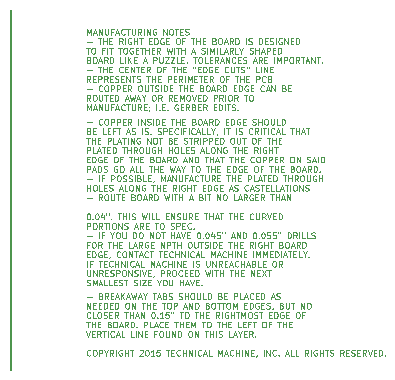
<source format=gbr>
G04 #@! TF.FileFunction,Other,Comment*
%FSLAX46Y46*%
G04 Gerber Fmt 4.6, Leading zero omitted, Abs format (unit mm)*
G04 Created by KiCad (PCBNEW 0.201502161433+5424~21~ubuntu14.04.1-product) date Mon 16 Feb 2015 01:07:27 PM PST*
%MOMM*%
G01*
G04 APERTURE LIST*
%ADD10C,0.100000*%
%ADD11C,0.200000*%
G04 APERTURE END LIST*
D10*
X95369048Y-122095714D02*
X95750000Y-122095714D01*
X96535714Y-122024286D02*
X96607143Y-122048095D01*
X96630952Y-122071905D01*
X96654762Y-122119524D01*
X96654762Y-122190952D01*
X96630952Y-122238571D01*
X96607143Y-122262381D01*
X96559524Y-122286190D01*
X96369048Y-122286190D01*
X96369048Y-121786190D01*
X96535714Y-121786190D01*
X96583333Y-121810000D01*
X96607143Y-121833810D01*
X96630952Y-121881429D01*
X96630952Y-121929048D01*
X96607143Y-121976667D01*
X96583333Y-122000476D01*
X96535714Y-122024286D01*
X96369048Y-122024286D01*
X97154762Y-122286190D02*
X96988095Y-122048095D01*
X96869048Y-122286190D02*
X96869048Y-121786190D01*
X97059524Y-121786190D01*
X97107143Y-121810000D01*
X97130952Y-121833810D01*
X97154762Y-121881429D01*
X97154762Y-121952857D01*
X97130952Y-122000476D01*
X97107143Y-122024286D01*
X97059524Y-122048095D01*
X96869048Y-122048095D01*
X97369048Y-122024286D02*
X97535714Y-122024286D01*
X97607143Y-122286190D02*
X97369048Y-122286190D01*
X97369048Y-121786190D01*
X97607143Y-121786190D01*
X97797619Y-122143333D02*
X98035714Y-122143333D01*
X97750000Y-122286190D02*
X97916667Y-121786190D01*
X98083333Y-122286190D01*
X98250000Y-122286190D02*
X98250000Y-121786190D01*
X98535714Y-122286190D02*
X98321428Y-122000476D01*
X98535714Y-121786190D02*
X98250000Y-122071905D01*
X98726190Y-122143333D02*
X98964285Y-122143333D01*
X98678571Y-122286190D02*
X98845238Y-121786190D01*
X99011904Y-122286190D01*
X99130952Y-121786190D02*
X99249999Y-122286190D01*
X99345237Y-121929048D01*
X99440475Y-122286190D01*
X99559523Y-121786190D01*
X99726190Y-122143333D02*
X99964285Y-122143333D01*
X99678571Y-122286190D02*
X99845238Y-121786190D01*
X100011904Y-122286190D01*
X100273809Y-122048095D02*
X100273809Y-122286190D01*
X100107142Y-121786190D02*
X100273809Y-122048095D01*
X100440475Y-121786190D01*
X100916665Y-121786190D02*
X101202379Y-121786190D01*
X101059522Y-122286190D02*
X101059522Y-121786190D01*
X101345236Y-122143333D02*
X101583331Y-122143333D01*
X101297617Y-122286190D02*
X101464284Y-121786190D01*
X101630950Y-122286190D01*
X101964283Y-122024286D02*
X102035712Y-122048095D01*
X102059521Y-122071905D01*
X102083331Y-122119524D01*
X102083331Y-122190952D01*
X102059521Y-122238571D01*
X102035712Y-122262381D01*
X101988093Y-122286190D01*
X101797617Y-122286190D01*
X101797617Y-121786190D01*
X101964283Y-121786190D01*
X102011902Y-121810000D01*
X102035712Y-121833810D01*
X102059521Y-121881429D01*
X102059521Y-121929048D01*
X102035712Y-121976667D01*
X102011902Y-122000476D01*
X101964283Y-122024286D01*
X101797617Y-122024286D01*
X102273807Y-122262381D02*
X102345236Y-122286190D01*
X102464283Y-122286190D01*
X102511902Y-122262381D01*
X102535712Y-122238571D01*
X102559521Y-122190952D01*
X102559521Y-122143333D01*
X102535712Y-122095714D01*
X102511902Y-122071905D01*
X102464283Y-122048095D01*
X102369045Y-122024286D01*
X102321426Y-122000476D01*
X102297617Y-121976667D01*
X102273807Y-121929048D01*
X102273807Y-121881429D01*
X102297617Y-121833810D01*
X102321426Y-121810000D01*
X102369045Y-121786190D01*
X102488093Y-121786190D01*
X102559521Y-121810000D01*
X103130949Y-122262381D02*
X103202378Y-122286190D01*
X103321425Y-122286190D01*
X103369044Y-122262381D01*
X103392854Y-122238571D01*
X103416663Y-122190952D01*
X103416663Y-122143333D01*
X103392854Y-122095714D01*
X103369044Y-122071905D01*
X103321425Y-122048095D01*
X103226187Y-122024286D01*
X103178568Y-122000476D01*
X103154759Y-121976667D01*
X103130949Y-121929048D01*
X103130949Y-121881429D01*
X103154759Y-121833810D01*
X103178568Y-121810000D01*
X103226187Y-121786190D01*
X103345235Y-121786190D01*
X103416663Y-121810000D01*
X103630949Y-122286190D02*
X103630949Y-121786190D01*
X103630949Y-122024286D02*
X103916663Y-122024286D01*
X103916663Y-122286190D02*
X103916663Y-121786190D01*
X104249997Y-121786190D02*
X104345235Y-121786190D01*
X104392854Y-121810000D01*
X104440473Y-121857619D01*
X104464282Y-121952857D01*
X104464282Y-122119524D01*
X104440473Y-122214762D01*
X104392854Y-122262381D01*
X104345235Y-122286190D01*
X104249997Y-122286190D01*
X104202378Y-122262381D01*
X104154759Y-122214762D01*
X104130949Y-122119524D01*
X104130949Y-121952857D01*
X104154759Y-121857619D01*
X104202378Y-121810000D01*
X104249997Y-121786190D01*
X104678569Y-121786190D02*
X104678569Y-122190952D01*
X104702378Y-122238571D01*
X104726188Y-122262381D01*
X104773807Y-122286190D01*
X104869045Y-122286190D01*
X104916664Y-122262381D01*
X104940473Y-122238571D01*
X104964283Y-122190952D01*
X104964283Y-121786190D01*
X105440474Y-122286190D02*
X105202379Y-122286190D01*
X105202379Y-121786190D01*
X105607141Y-122286190D02*
X105607141Y-121786190D01*
X105726188Y-121786190D01*
X105797617Y-121810000D01*
X105845236Y-121857619D01*
X105869045Y-121905238D01*
X105892855Y-122000476D01*
X105892855Y-122071905D01*
X105869045Y-122167143D01*
X105845236Y-122214762D01*
X105797617Y-122262381D01*
X105726188Y-122286190D01*
X105607141Y-122286190D01*
X106654759Y-122024286D02*
X106726188Y-122048095D01*
X106749997Y-122071905D01*
X106773807Y-122119524D01*
X106773807Y-122190952D01*
X106749997Y-122238571D01*
X106726188Y-122262381D01*
X106678569Y-122286190D01*
X106488093Y-122286190D01*
X106488093Y-121786190D01*
X106654759Y-121786190D01*
X106702378Y-121810000D01*
X106726188Y-121833810D01*
X106749997Y-121881429D01*
X106749997Y-121929048D01*
X106726188Y-121976667D01*
X106702378Y-122000476D01*
X106654759Y-122024286D01*
X106488093Y-122024286D01*
X106988093Y-122024286D02*
X107154759Y-122024286D01*
X107226188Y-122286190D02*
X106988093Y-122286190D01*
X106988093Y-121786190D01*
X107226188Y-121786190D01*
X107821426Y-122286190D02*
X107821426Y-121786190D01*
X108011902Y-121786190D01*
X108059521Y-121810000D01*
X108083330Y-121833810D01*
X108107140Y-121881429D01*
X108107140Y-121952857D01*
X108083330Y-122000476D01*
X108059521Y-122024286D01*
X108011902Y-122048095D01*
X107821426Y-122048095D01*
X108559521Y-122286190D02*
X108321426Y-122286190D01*
X108321426Y-121786190D01*
X108702378Y-122143333D02*
X108940473Y-122143333D01*
X108654759Y-122286190D02*
X108821426Y-121786190D01*
X108988092Y-122286190D01*
X109440473Y-122238571D02*
X109416663Y-122262381D01*
X109345235Y-122286190D01*
X109297616Y-122286190D01*
X109226187Y-122262381D01*
X109178568Y-122214762D01*
X109154759Y-122167143D01*
X109130949Y-122071905D01*
X109130949Y-122000476D01*
X109154759Y-121905238D01*
X109178568Y-121857619D01*
X109226187Y-121810000D01*
X109297616Y-121786190D01*
X109345235Y-121786190D01*
X109416663Y-121810000D01*
X109440473Y-121833810D01*
X109654759Y-122024286D02*
X109821425Y-122024286D01*
X109892854Y-122286190D02*
X109654759Y-122286190D01*
X109654759Y-121786190D01*
X109892854Y-121786190D01*
X110107140Y-122286190D02*
X110107140Y-121786190D01*
X110226187Y-121786190D01*
X110297616Y-121810000D01*
X110345235Y-121857619D01*
X110369044Y-121905238D01*
X110392854Y-122000476D01*
X110392854Y-122071905D01*
X110369044Y-122167143D01*
X110345235Y-122214762D01*
X110297616Y-122262381D01*
X110226187Y-122286190D01*
X110107140Y-122286190D01*
X110964282Y-122143333D02*
X111202377Y-122143333D01*
X110916663Y-122286190D02*
X111083330Y-121786190D01*
X111249996Y-122286190D01*
X111392853Y-122262381D02*
X111464282Y-122286190D01*
X111583329Y-122286190D01*
X111630948Y-122262381D01*
X111654758Y-122238571D01*
X111678567Y-122190952D01*
X111678567Y-122143333D01*
X111654758Y-122095714D01*
X111630948Y-122071905D01*
X111583329Y-122048095D01*
X111488091Y-122024286D01*
X111440472Y-122000476D01*
X111416663Y-121976667D01*
X111392853Y-121929048D01*
X111392853Y-121881429D01*
X111416663Y-121833810D01*
X111440472Y-121810000D01*
X111488091Y-121786190D01*
X111607139Y-121786190D01*
X111678567Y-121810000D01*
X95369048Y-123086190D02*
X95369048Y-122586190D01*
X95654762Y-123086190D01*
X95654762Y-122586190D01*
X95892858Y-122824286D02*
X96059524Y-122824286D01*
X96130953Y-123086190D02*
X95892858Y-123086190D01*
X95892858Y-122586190D01*
X96130953Y-122586190D01*
X96345239Y-122824286D02*
X96511905Y-122824286D01*
X96583334Y-123086190D02*
X96345239Y-123086190D01*
X96345239Y-122586190D01*
X96583334Y-122586190D01*
X96797620Y-123086190D02*
X96797620Y-122586190D01*
X96916667Y-122586190D01*
X96988096Y-122610000D01*
X97035715Y-122657619D01*
X97059524Y-122705238D01*
X97083334Y-122800476D01*
X97083334Y-122871905D01*
X97059524Y-122967143D01*
X97035715Y-123014762D01*
X96988096Y-123062381D01*
X96916667Y-123086190D01*
X96797620Y-123086190D01*
X97297620Y-122824286D02*
X97464286Y-122824286D01*
X97535715Y-123086190D02*
X97297620Y-123086190D01*
X97297620Y-122586190D01*
X97535715Y-122586190D01*
X97750001Y-123086190D02*
X97750001Y-122586190D01*
X97869048Y-122586190D01*
X97940477Y-122610000D01*
X97988096Y-122657619D01*
X98011905Y-122705238D01*
X98035715Y-122800476D01*
X98035715Y-122871905D01*
X98011905Y-122967143D01*
X97988096Y-123014762D01*
X97940477Y-123062381D01*
X97869048Y-123086190D01*
X97750001Y-123086190D01*
X98726191Y-122586190D02*
X98821429Y-122586190D01*
X98869048Y-122610000D01*
X98916667Y-122657619D01*
X98940476Y-122752857D01*
X98940476Y-122919524D01*
X98916667Y-123014762D01*
X98869048Y-123062381D01*
X98821429Y-123086190D01*
X98726191Y-123086190D01*
X98678572Y-123062381D01*
X98630953Y-123014762D01*
X98607143Y-122919524D01*
X98607143Y-122752857D01*
X98630953Y-122657619D01*
X98678572Y-122610000D01*
X98726191Y-122586190D01*
X99154763Y-123086190D02*
X99154763Y-122586190D01*
X99440477Y-123086190D01*
X99440477Y-122586190D01*
X99988096Y-122586190D02*
X100273810Y-122586190D01*
X100130953Y-123086190D02*
X100130953Y-122586190D01*
X100440477Y-123086190D02*
X100440477Y-122586190D01*
X100440477Y-122824286D02*
X100726191Y-122824286D01*
X100726191Y-123086190D02*
X100726191Y-122586190D01*
X100964287Y-122824286D02*
X101130953Y-122824286D01*
X101202382Y-123086190D02*
X100964287Y-123086190D01*
X100964287Y-122586190D01*
X101202382Y-122586190D01*
X101726191Y-122586190D02*
X102011905Y-122586190D01*
X101869048Y-123086190D02*
X101869048Y-122586190D01*
X102273810Y-122586190D02*
X102369048Y-122586190D01*
X102416667Y-122610000D01*
X102464286Y-122657619D01*
X102488095Y-122752857D01*
X102488095Y-122919524D01*
X102464286Y-123014762D01*
X102416667Y-123062381D01*
X102369048Y-123086190D01*
X102273810Y-123086190D01*
X102226191Y-123062381D01*
X102178572Y-123014762D01*
X102154762Y-122919524D01*
X102154762Y-122752857D01*
X102178572Y-122657619D01*
X102226191Y-122610000D01*
X102273810Y-122586190D01*
X102702382Y-123086190D02*
X102702382Y-122586190D01*
X102892858Y-122586190D01*
X102940477Y-122610000D01*
X102964286Y-122633810D01*
X102988096Y-122681429D01*
X102988096Y-122752857D01*
X102964286Y-122800476D01*
X102940477Y-122824286D01*
X102892858Y-122848095D01*
X102702382Y-122848095D01*
X103559524Y-122943333D02*
X103797619Y-122943333D01*
X103511905Y-123086190D02*
X103678572Y-122586190D01*
X103845238Y-123086190D01*
X104011905Y-123086190D02*
X104011905Y-122586190D01*
X104297619Y-123086190D01*
X104297619Y-122586190D01*
X104535715Y-123086190D02*
X104535715Y-122586190D01*
X104654762Y-122586190D01*
X104726191Y-122610000D01*
X104773810Y-122657619D01*
X104797619Y-122705238D01*
X104821429Y-122800476D01*
X104821429Y-122871905D01*
X104797619Y-122967143D01*
X104773810Y-123014762D01*
X104726191Y-123062381D01*
X104654762Y-123086190D01*
X104535715Y-123086190D01*
X105583333Y-122824286D02*
X105654762Y-122848095D01*
X105678571Y-122871905D01*
X105702381Y-122919524D01*
X105702381Y-122990952D01*
X105678571Y-123038571D01*
X105654762Y-123062381D01*
X105607143Y-123086190D01*
X105416667Y-123086190D01*
X105416667Y-122586190D01*
X105583333Y-122586190D01*
X105630952Y-122610000D01*
X105654762Y-122633810D01*
X105678571Y-122681429D01*
X105678571Y-122729048D01*
X105654762Y-122776667D01*
X105630952Y-122800476D01*
X105583333Y-122824286D01*
X105416667Y-122824286D01*
X106011905Y-122586190D02*
X106107143Y-122586190D01*
X106154762Y-122610000D01*
X106202381Y-122657619D01*
X106226190Y-122752857D01*
X106226190Y-122919524D01*
X106202381Y-123014762D01*
X106154762Y-123062381D01*
X106107143Y-123086190D01*
X106011905Y-123086190D01*
X105964286Y-123062381D01*
X105916667Y-123014762D01*
X105892857Y-122919524D01*
X105892857Y-122752857D01*
X105916667Y-122657619D01*
X105964286Y-122610000D01*
X106011905Y-122586190D01*
X106369048Y-122586190D02*
X106654762Y-122586190D01*
X106511905Y-123086190D02*
X106511905Y-122586190D01*
X106750000Y-122586190D02*
X107035714Y-122586190D01*
X106892857Y-123086190D02*
X106892857Y-122586190D01*
X107297619Y-122586190D02*
X107392857Y-122586190D01*
X107440476Y-122610000D01*
X107488095Y-122657619D01*
X107511904Y-122752857D01*
X107511904Y-122919524D01*
X107488095Y-123014762D01*
X107440476Y-123062381D01*
X107392857Y-123086190D01*
X107297619Y-123086190D01*
X107250000Y-123062381D01*
X107202381Y-123014762D01*
X107178571Y-122919524D01*
X107178571Y-122752857D01*
X107202381Y-122657619D01*
X107250000Y-122610000D01*
X107297619Y-122586190D01*
X107726191Y-123086190D02*
X107726191Y-122586190D01*
X107892857Y-122943333D01*
X108059524Y-122586190D01*
X108059524Y-123086190D01*
X108678572Y-122824286D02*
X108845238Y-122824286D01*
X108916667Y-123086190D02*
X108678572Y-123086190D01*
X108678572Y-122586190D01*
X108916667Y-122586190D01*
X109130953Y-123086190D02*
X109130953Y-122586190D01*
X109250000Y-122586190D01*
X109321429Y-122610000D01*
X109369048Y-122657619D01*
X109392857Y-122705238D01*
X109416667Y-122800476D01*
X109416667Y-122871905D01*
X109392857Y-122967143D01*
X109369048Y-123014762D01*
X109321429Y-123062381D01*
X109250000Y-123086190D01*
X109130953Y-123086190D01*
X109892857Y-122610000D02*
X109845238Y-122586190D01*
X109773810Y-122586190D01*
X109702381Y-122610000D01*
X109654762Y-122657619D01*
X109630953Y-122705238D01*
X109607143Y-122800476D01*
X109607143Y-122871905D01*
X109630953Y-122967143D01*
X109654762Y-123014762D01*
X109702381Y-123062381D01*
X109773810Y-123086190D01*
X109821429Y-123086190D01*
X109892857Y-123062381D01*
X109916667Y-123038571D01*
X109916667Y-122871905D01*
X109821429Y-122871905D01*
X110130953Y-122824286D02*
X110297619Y-122824286D01*
X110369048Y-123086190D02*
X110130953Y-123086190D01*
X110130953Y-122586190D01*
X110369048Y-122586190D01*
X110559524Y-123062381D02*
X110630953Y-123086190D01*
X110750000Y-123086190D01*
X110797619Y-123062381D01*
X110821429Y-123038571D01*
X110845238Y-122990952D01*
X110845238Y-122943333D01*
X110821429Y-122895714D01*
X110797619Y-122871905D01*
X110750000Y-122848095D01*
X110654762Y-122824286D01*
X110607143Y-122800476D01*
X110583334Y-122776667D01*
X110559524Y-122729048D01*
X110559524Y-122681429D01*
X110583334Y-122633810D01*
X110607143Y-122610000D01*
X110654762Y-122586190D01*
X110773810Y-122586190D01*
X110845238Y-122610000D01*
X111083333Y-123062381D02*
X111083333Y-123086190D01*
X111059524Y-123133810D01*
X111035714Y-123157619D01*
X111845237Y-122824286D02*
X111916666Y-122848095D01*
X111940475Y-122871905D01*
X111964285Y-122919524D01*
X111964285Y-122990952D01*
X111940475Y-123038571D01*
X111916666Y-123062381D01*
X111869047Y-123086190D01*
X111678571Y-123086190D01*
X111678571Y-122586190D01*
X111845237Y-122586190D01*
X111892856Y-122610000D01*
X111916666Y-122633810D01*
X111940475Y-122681429D01*
X111940475Y-122729048D01*
X111916666Y-122776667D01*
X111892856Y-122800476D01*
X111845237Y-122824286D01*
X111678571Y-122824286D01*
X112178571Y-122586190D02*
X112178571Y-122990952D01*
X112202380Y-123038571D01*
X112226190Y-123062381D01*
X112273809Y-123086190D01*
X112369047Y-123086190D01*
X112416666Y-123062381D01*
X112440475Y-123038571D01*
X112464285Y-122990952D01*
X112464285Y-122586190D01*
X112630952Y-122586190D02*
X112916666Y-122586190D01*
X112773809Y-123086190D02*
X112773809Y-122586190D01*
X113464285Y-123086190D02*
X113464285Y-122586190D01*
X113749999Y-123086190D01*
X113749999Y-122586190D01*
X114083333Y-122586190D02*
X114178571Y-122586190D01*
X114226190Y-122610000D01*
X114273809Y-122657619D01*
X114297618Y-122752857D01*
X114297618Y-122919524D01*
X114273809Y-123014762D01*
X114226190Y-123062381D01*
X114178571Y-123086190D01*
X114083333Y-123086190D01*
X114035714Y-123062381D01*
X113988095Y-123014762D01*
X113964285Y-122919524D01*
X113964285Y-122752857D01*
X113988095Y-122657619D01*
X114035714Y-122610000D01*
X114083333Y-122586190D01*
X95654762Y-123838571D02*
X95630952Y-123862381D01*
X95559524Y-123886190D01*
X95511905Y-123886190D01*
X95440476Y-123862381D01*
X95392857Y-123814762D01*
X95369048Y-123767143D01*
X95345238Y-123671905D01*
X95345238Y-123600476D01*
X95369048Y-123505238D01*
X95392857Y-123457619D01*
X95440476Y-123410000D01*
X95511905Y-123386190D01*
X95559524Y-123386190D01*
X95630952Y-123410000D01*
X95654762Y-123433810D01*
X96107143Y-123886190D02*
X95869048Y-123886190D01*
X95869048Y-123386190D01*
X96369048Y-123386190D02*
X96464286Y-123386190D01*
X96511905Y-123410000D01*
X96559524Y-123457619D01*
X96583333Y-123552857D01*
X96583333Y-123719524D01*
X96559524Y-123814762D01*
X96511905Y-123862381D01*
X96464286Y-123886190D01*
X96369048Y-123886190D01*
X96321429Y-123862381D01*
X96273810Y-123814762D01*
X96250000Y-123719524D01*
X96250000Y-123552857D01*
X96273810Y-123457619D01*
X96321429Y-123410000D01*
X96369048Y-123386190D01*
X96773810Y-123862381D02*
X96845239Y-123886190D01*
X96964286Y-123886190D01*
X97011905Y-123862381D01*
X97035715Y-123838571D01*
X97059524Y-123790952D01*
X97059524Y-123743333D01*
X97035715Y-123695714D01*
X97011905Y-123671905D01*
X96964286Y-123648095D01*
X96869048Y-123624286D01*
X96821429Y-123600476D01*
X96797620Y-123576667D01*
X96773810Y-123529048D01*
X96773810Y-123481429D01*
X96797620Y-123433810D01*
X96821429Y-123410000D01*
X96869048Y-123386190D01*
X96988096Y-123386190D01*
X97059524Y-123410000D01*
X97273810Y-123624286D02*
X97440476Y-123624286D01*
X97511905Y-123886190D02*
X97273810Y-123886190D01*
X97273810Y-123386190D01*
X97511905Y-123386190D01*
X98011905Y-123886190D02*
X97845238Y-123648095D01*
X97726191Y-123886190D02*
X97726191Y-123386190D01*
X97916667Y-123386190D01*
X97964286Y-123410000D01*
X97988095Y-123433810D01*
X98011905Y-123481429D01*
X98011905Y-123552857D01*
X97988095Y-123600476D01*
X97964286Y-123624286D01*
X97916667Y-123648095D01*
X97726191Y-123648095D01*
X98535714Y-123386190D02*
X98821428Y-123386190D01*
X98678571Y-123886190D02*
X98678571Y-123386190D01*
X98988095Y-123886190D02*
X98988095Y-123386190D01*
X98988095Y-123624286D02*
X99273809Y-123624286D01*
X99273809Y-123886190D02*
X99273809Y-123386190D01*
X99488095Y-123743333D02*
X99726190Y-123743333D01*
X99440476Y-123886190D02*
X99607143Y-123386190D01*
X99773809Y-123886190D01*
X99940476Y-123886190D02*
X99940476Y-123386190D01*
X100226190Y-123886190D01*
X100226190Y-123386190D01*
X100940476Y-123386190D02*
X100988095Y-123386190D01*
X101035714Y-123410000D01*
X101059523Y-123433810D01*
X101083333Y-123481429D01*
X101107142Y-123576667D01*
X101107142Y-123695714D01*
X101083333Y-123790952D01*
X101059523Y-123838571D01*
X101035714Y-123862381D01*
X100988095Y-123886190D01*
X100940476Y-123886190D01*
X100892857Y-123862381D01*
X100869047Y-123838571D01*
X100845238Y-123790952D01*
X100821428Y-123695714D01*
X100821428Y-123576667D01*
X100845238Y-123481429D01*
X100869047Y-123433810D01*
X100892857Y-123410000D01*
X100940476Y-123386190D01*
X101321428Y-123838571D02*
X101345237Y-123862381D01*
X101321428Y-123886190D01*
X101297618Y-123862381D01*
X101321428Y-123838571D01*
X101321428Y-123886190D01*
X101821427Y-123886190D02*
X101535713Y-123886190D01*
X101678570Y-123886190D02*
X101678570Y-123386190D01*
X101630951Y-123457619D01*
X101583332Y-123505238D01*
X101535713Y-123529048D01*
X102273808Y-123386190D02*
X102035713Y-123386190D01*
X102011903Y-123624286D01*
X102035713Y-123600476D01*
X102083332Y-123576667D01*
X102202379Y-123576667D01*
X102249998Y-123600476D01*
X102273808Y-123624286D01*
X102297617Y-123671905D01*
X102297617Y-123790952D01*
X102273808Y-123838571D01*
X102249998Y-123862381D01*
X102202379Y-123886190D01*
X102083332Y-123886190D01*
X102035713Y-123862381D01*
X102011903Y-123838571D01*
X102488093Y-123386190D02*
X102488093Y-123481429D01*
X102678569Y-123386190D02*
X102678569Y-123481429D01*
X103202378Y-123386190D02*
X103488092Y-123386190D01*
X103345235Y-123886190D02*
X103345235Y-123386190D01*
X103749997Y-123386190D02*
X103845235Y-123386190D01*
X103892854Y-123410000D01*
X103940473Y-123457619D01*
X103964282Y-123552857D01*
X103964282Y-123719524D01*
X103940473Y-123814762D01*
X103892854Y-123862381D01*
X103845235Y-123886190D01*
X103749997Y-123886190D01*
X103702378Y-123862381D01*
X103654759Y-123814762D01*
X103630949Y-123719524D01*
X103630949Y-123552857D01*
X103654759Y-123457619D01*
X103702378Y-123410000D01*
X103749997Y-123386190D01*
X104488092Y-123386190D02*
X104773806Y-123386190D01*
X104630949Y-123886190D02*
X104630949Y-123386190D01*
X104940473Y-123886190D02*
X104940473Y-123386190D01*
X104940473Y-123624286D02*
X105226187Y-123624286D01*
X105226187Y-123886190D02*
X105226187Y-123386190D01*
X105464283Y-123624286D02*
X105630949Y-123624286D01*
X105702378Y-123886190D02*
X105464283Y-123886190D01*
X105464283Y-123386190D01*
X105702378Y-123386190D01*
X106583330Y-123886190D02*
X106416663Y-123648095D01*
X106297616Y-123886190D02*
X106297616Y-123386190D01*
X106488092Y-123386190D01*
X106535711Y-123410000D01*
X106559520Y-123433810D01*
X106583330Y-123481429D01*
X106583330Y-123552857D01*
X106559520Y-123600476D01*
X106535711Y-123624286D01*
X106488092Y-123648095D01*
X106297616Y-123648095D01*
X106797616Y-123886190D02*
X106797616Y-123386190D01*
X107297615Y-123410000D02*
X107249996Y-123386190D01*
X107178568Y-123386190D01*
X107107139Y-123410000D01*
X107059520Y-123457619D01*
X107035711Y-123505238D01*
X107011901Y-123600476D01*
X107011901Y-123671905D01*
X107035711Y-123767143D01*
X107059520Y-123814762D01*
X107107139Y-123862381D01*
X107178568Y-123886190D01*
X107226187Y-123886190D01*
X107297615Y-123862381D01*
X107321425Y-123838571D01*
X107321425Y-123671905D01*
X107226187Y-123671905D01*
X107535711Y-123886190D02*
X107535711Y-123386190D01*
X107535711Y-123624286D02*
X107821425Y-123624286D01*
X107821425Y-123886190D02*
X107821425Y-123386190D01*
X107988092Y-123386190D02*
X108273806Y-123386190D01*
X108130949Y-123886190D02*
X108130949Y-123386190D01*
X108440473Y-123886190D02*
X108440473Y-123386190D01*
X108607139Y-123743333D01*
X108773806Y-123386190D01*
X108773806Y-123886190D01*
X109107140Y-123386190D02*
X109202378Y-123386190D01*
X109249997Y-123410000D01*
X109297616Y-123457619D01*
X109321425Y-123552857D01*
X109321425Y-123719524D01*
X109297616Y-123814762D01*
X109249997Y-123862381D01*
X109202378Y-123886190D01*
X109107140Y-123886190D01*
X109059521Y-123862381D01*
X109011902Y-123814762D01*
X108988092Y-123719524D01*
X108988092Y-123552857D01*
X109011902Y-123457619D01*
X109059521Y-123410000D01*
X109107140Y-123386190D01*
X109511902Y-123862381D02*
X109583331Y-123886190D01*
X109702378Y-123886190D01*
X109749997Y-123862381D01*
X109773807Y-123838571D01*
X109797616Y-123790952D01*
X109797616Y-123743333D01*
X109773807Y-123695714D01*
X109749997Y-123671905D01*
X109702378Y-123648095D01*
X109607140Y-123624286D01*
X109559521Y-123600476D01*
X109535712Y-123576667D01*
X109511902Y-123529048D01*
X109511902Y-123481429D01*
X109535712Y-123433810D01*
X109559521Y-123410000D01*
X109607140Y-123386190D01*
X109726188Y-123386190D01*
X109797616Y-123410000D01*
X109940473Y-123386190D02*
X110226187Y-123386190D01*
X110083330Y-123886190D02*
X110083330Y-123386190D01*
X110773806Y-123624286D02*
X110940472Y-123624286D01*
X111011901Y-123886190D02*
X110773806Y-123886190D01*
X110773806Y-123386190D01*
X111011901Y-123386190D01*
X111226187Y-123886190D02*
X111226187Y-123386190D01*
X111345234Y-123386190D01*
X111416663Y-123410000D01*
X111464282Y-123457619D01*
X111488091Y-123505238D01*
X111511901Y-123600476D01*
X111511901Y-123671905D01*
X111488091Y-123767143D01*
X111464282Y-123814762D01*
X111416663Y-123862381D01*
X111345234Y-123886190D01*
X111226187Y-123886190D01*
X111988091Y-123410000D02*
X111940472Y-123386190D01*
X111869044Y-123386190D01*
X111797615Y-123410000D01*
X111749996Y-123457619D01*
X111726187Y-123505238D01*
X111702377Y-123600476D01*
X111702377Y-123671905D01*
X111726187Y-123767143D01*
X111749996Y-123814762D01*
X111797615Y-123862381D01*
X111869044Y-123886190D01*
X111916663Y-123886190D01*
X111988091Y-123862381D01*
X112011901Y-123838571D01*
X112011901Y-123671905D01*
X111916663Y-123671905D01*
X112226187Y-123624286D02*
X112392853Y-123624286D01*
X112464282Y-123886190D02*
X112226187Y-123886190D01*
X112226187Y-123386190D01*
X112464282Y-123386190D01*
X113154758Y-123386190D02*
X113249996Y-123386190D01*
X113297615Y-123410000D01*
X113345234Y-123457619D01*
X113369043Y-123552857D01*
X113369043Y-123719524D01*
X113345234Y-123814762D01*
X113297615Y-123862381D01*
X113249996Y-123886190D01*
X113154758Y-123886190D01*
X113107139Y-123862381D01*
X113059520Y-123814762D01*
X113035710Y-123719524D01*
X113035710Y-123552857D01*
X113059520Y-123457619D01*
X113107139Y-123410000D01*
X113154758Y-123386190D01*
X113749996Y-123624286D02*
X113583330Y-123624286D01*
X113583330Y-123886190D02*
X113583330Y-123386190D01*
X113821425Y-123386190D01*
X95297619Y-124186190D02*
X95583333Y-124186190D01*
X95440476Y-124686190D02*
X95440476Y-124186190D01*
X95750000Y-124686190D02*
X95750000Y-124186190D01*
X95750000Y-124424286D02*
X96035714Y-124424286D01*
X96035714Y-124686190D02*
X96035714Y-124186190D01*
X96273810Y-124424286D02*
X96440476Y-124424286D01*
X96511905Y-124686190D02*
X96273810Y-124686190D01*
X96273810Y-124186190D01*
X96511905Y-124186190D01*
X97273809Y-124424286D02*
X97345238Y-124448095D01*
X97369047Y-124471905D01*
X97392857Y-124519524D01*
X97392857Y-124590952D01*
X97369047Y-124638571D01*
X97345238Y-124662381D01*
X97297619Y-124686190D01*
X97107143Y-124686190D01*
X97107143Y-124186190D01*
X97273809Y-124186190D01*
X97321428Y-124210000D01*
X97345238Y-124233810D01*
X97369047Y-124281429D01*
X97369047Y-124329048D01*
X97345238Y-124376667D01*
X97321428Y-124400476D01*
X97273809Y-124424286D01*
X97107143Y-124424286D01*
X97702381Y-124186190D02*
X97797619Y-124186190D01*
X97845238Y-124210000D01*
X97892857Y-124257619D01*
X97916666Y-124352857D01*
X97916666Y-124519524D01*
X97892857Y-124614762D01*
X97845238Y-124662381D01*
X97797619Y-124686190D01*
X97702381Y-124686190D01*
X97654762Y-124662381D01*
X97607143Y-124614762D01*
X97583333Y-124519524D01*
X97583333Y-124352857D01*
X97607143Y-124257619D01*
X97654762Y-124210000D01*
X97702381Y-124186190D01*
X98107143Y-124543333D02*
X98345238Y-124543333D01*
X98059524Y-124686190D02*
X98226191Y-124186190D01*
X98392857Y-124686190D01*
X98845238Y-124686190D02*
X98678571Y-124448095D01*
X98559524Y-124686190D02*
X98559524Y-124186190D01*
X98750000Y-124186190D01*
X98797619Y-124210000D01*
X98821428Y-124233810D01*
X98845238Y-124281429D01*
X98845238Y-124352857D01*
X98821428Y-124400476D01*
X98797619Y-124424286D01*
X98750000Y-124448095D01*
X98559524Y-124448095D01*
X99059524Y-124686190D02*
X99059524Y-124186190D01*
X99178571Y-124186190D01*
X99250000Y-124210000D01*
X99297619Y-124257619D01*
X99321428Y-124305238D01*
X99345238Y-124400476D01*
X99345238Y-124471905D01*
X99321428Y-124567143D01*
X99297619Y-124614762D01*
X99250000Y-124662381D01*
X99178571Y-124686190D01*
X99059524Y-124686190D01*
X99559524Y-124638571D02*
X99583333Y-124662381D01*
X99559524Y-124686190D01*
X99535714Y-124662381D01*
X99559524Y-124638571D01*
X99559524Y-124686190D01*
X100178571Y-124686190D02*
X100178571Y-124186190D01*
X100369047Y-124186190D01*
X100416666Y-124210000D01*
X100440475Y-124233810D01*
X100464285Y-124281429D01*
X100464285Y-124352857D01*
X100440475Y-124400476D01*
X100416666Y-124424286D01*
X100369047Y-124448095D01*
X100178571Y-124448095D01*
X100916666Y-124686190D02*
X100678571Y-124686190D01*
X100678571Y-124186190D01*
X101059523Y-124543333D02*
X101297618Y-124543333D01*
X101011904Y-124686190D02*
X101178571Y-124186190D01*
X101345237Y-124686190D01*
X101797618Y-124638571D02*
X101773808Y-124662381D01*
X101702380Y-124686190D01*
X101654761Y-124686190D01*
X101583332Y-124662381D01*
X101535713Y-124614762D01*
X101511904Y-124567143D01*
X101488094Y-124471905D01*
X101488094Y-124400476D01*
X101511904Y-124305238D01*
X101535713Y-124257619D01*
X101583332Y-124210000D01*
X101654761Y-124186190D01*
X101702380Y-124186190D01*
X101773808Y-124210000D01*
X101797618Y-124233810D01*
X102011904Y-124424286D02*
X102178570Y-124424286D01*
X102249999Y-124686190D02*
X102011904Y-124686190D01*
X102011904Y-124186190D01*
X102249999Y-124186190D01*
X102773808Y-124186190D02*
X103059522Y-124186190D01*
X102916665Y-124686190D02*
X102916665Y-124186190D01*
X103226189Y-124686190D02*
X103226189Y-124186190D01*
X103226189Y-124424286D02*
X103511903Y-124424286D01*
X103511903Y-124686190D02*
X103511903Y-124186190D01*
X103749999Y-124424286D02*
X103916665Y-124424286D01*
X103988094Y-124686190D02*
X103749999Y-124686190D01*
X103749999Y-124186190D01*
X103988094Y-124186190D01*
X104202380Y-124686190D02*
X104202380Y-124186190D01*
X104369046Y-124543333D01*
X104535713Y-124186190D01*
X104535713Y-124686190D01*
X105083332Y-124186190D02*
X105369046Y-124186190D01*
X105226189Y-124686190D02*
X105226189Y-124186190D01*
X105630951Y-124186190D02*
X105726189Y-124186190D01*
X105773808Y-124210000D01*
X105821427Y-124257619D01*
X105845236Y-124352857D01*
X105845236Y-124519524D01*
X105821427Y-124614762D01*
X105773808Y-124662381D01*
X105726189Y-124686190D01*
X105630951Y-124686190D01*
X105583332Y-124662381D01*
X105535713Y-124614762D01*
X105511903Y-124519524D01*
X105511903Y-124352857D01*
X105535713Y-124257619D01*
X105583332Y-124210000D01*
X105630951Y-124186190D01*
X106369046Y-124186190D02*
X106654760Y-124186190D01*
X106511903Y-124686190D02*
X106511903Y-124186190D01*
X106821427Y-124686190D02*
X106821427Y-124186190D01*
X106821427Y-124424286D02*
X107107141Y-124424286D01*
X107107141Y-124686190D02*
X107107141Y-124186190D01*
X107345237Y-124424286D02*
X107511903Y-124424286D01*
X107583332Y-124686190D02*
X107345237Y-124686190D01*
X107345237Y-124186190D01*
X107583332Y-124186190D01*
X108416665Y-124686190D02*
X108178570Y-124686190D01*
X108178570Y-124186190D01*
X108583332Y-124424286D02*
X108749998Y-124424286D01*
X108821427Y-124686190D02*
X108583332Y-124686190D01*
X108583332Y-124186190D01*
X108821427Y-124186190D01*
X109202379Y-124424286D02*
X109035713Y-124424286D01*
X109035713Y-124686190D02*
X109035713Y-124186190D01*
X109273808Y-124186190D01*
X109392855Y-124186190D02*
X109678569Y-124186190D01*
X109535712Y-124686190D02*
X109535712Y-124186190D01*
X110321426Y-124186190D02*
X110416664Y-124186190D01*
X110464283Y-124210000D01*
X110511902Y-124257619D01*
X110535711Y-124352857D01*
X110535711Y-124519524D01*
X110511902Y-124614762D01*
X110464283Y-124662381D01*
X110416664Y-124686190D01*
X110321426Y-124686190D01*
X110273807Y-124662381D01*
X110226188Y-124614762D01*
X110202378Y-124519524D01*
X110202378Y-124352857D01*
X110226188Y-124257619D01*
X110273807Y-124210000D01*
X110321426Y-124186190D01*
X110916664Y-124424286D02*
X110749998Y-124424286D01*
X110749998Y-124686190D02*
X110749998Y-124186190D01*
X110988093Y-124186190D01*
X111488092Y-124186190D02*
X111773806Y-124186190D01*
X111630949Y-124686190D02*
X111630949Y-124186190D01*
X111940473Y-124686190D02*
X111940473Y-124186190D01*
X111940473Y-124424286D02*
X112226187Y-124424286D01*
X112226187Y-124686190D02*
X112226187Y-124186190D01*
X112464283Y-124424286D02*
X112630949Y-124424286D01*
X112702378Y-124686190D02*
X112464283Y-124686190D01*
X112464283Y-124186190D01*
X112702378Y-124186190D01*
X95297619Y-124986190D02*
X95464286Y-125486190D01*
X95630952Y-124986190D01*
X95797619Y-125224286D02*
X95964285Y-125224286D01*
X96035714Y-125486190D02*
X95797619Y-125486190D01*
X95797619Y-124986190D01*
X96035714Y-124986190D01*
X96535714Y-125486190D02*
X96369047Y-125248095D01*
X96250000Y-125486190D02*
X96250000Y-124986190D01*
X96440476Y-124986190D01*
X96488095Y-125010000D01*
X96511904Y-125033810D01*
X96535714Y-125081429D01*
X96535714Y-125152857D01*
X96511904Y-125200476D01*
X96488095Y-125224286D01*
X96440476Y-125248095D01*
X96250000Y-125248095D01*
X96678571Y-124986190D02*
X96964285Y-124986190D01*
X96821428Y-125486190D02*
X96821428Y-124986190D01*
X97130952Y-125486190D02*
X97130952Y-124986190D01*
X97654761Y-125438571D02*
X97630951Y-125462381D01*
X97559523Y-125486190D01*
X97511904Y-125486190D01*
X97440475Y-125462381D01*
X97392856Y-125414762D01*
X97369047Y-125367143D01*
X97345237Y-125271905D01*
X97345237Y-125200476D01*
X97369047Y-125105238D01*
X97392856Y-125057619D01*
X97440475Y-125010000D01*
X97511904Y-124986190D01*
X97559523Y-124986190D01*
X97630951Y-125010000D01*
X97654761Y-125033810D01*
X97845237Y-125343333D02*
X98083332Y-125343333D01*
X97797618Y-125486190D02*
X97964285Y-124986190D01*
X98130951Y-125486190D01*
X98535713Y-125486190D02*
X98297618Y-125486190D01*
X98297618Y-124986190D01*
X99321427Y-125486190D02*
X99083332Y-125486190D01*
X99083332Y-124986190D01*
X99488094Y-125486190D02*
X99488094Y-124986190D01*
X99726189Y-125486190D02*
X99726189Y-124986190D01*
X100011903Y-125486190D01*
X100011903Y-124986190D01*
X100249999Y-125224286D02*
X100416665Y-125224286D01*
X100488094Y-125486190D02*
X100249999Y-125486190D01*
X100249999Y-124986190D01*
X100488094Y-124986190D01*
X101249998Y-125224286D02*
X101083332Y-125224286D01*
X101083332Y-125486190D02*
X101083332Y-124986190D01*
X101321427Y-124986190D01*
X101607141Y-124986190D02*
X101702379Y-124986190D01*
X101749998Y-125010000D01*
X101797617Y-125057619D01*
X101821426Y-125152857D01*
X101821426Y-125319524D01*
X101797617Y-125414762D01*
X101749998Y-125462381D01*
X101702379Y-125486190D01*
X101607141Y-125486190D01*
X101559522Y-125462381D01*
X101511903Y-125414762D01*
X101488093Y-125319524D01*
X101488093Y-125152857D01*
X101511903Y-125057619D01*
X101559522Y-125010000D01*
X101607141Y-124986190D01*
X102035713Y-124986190D02*
X102035713Y-125390952D01*
X102059522Y-125438571D01*
X102083332Y-125462381D01*
X102130951Y-125486190D01*
X102226189Y-125486190D01*
X102273808Y-125462381D01*
X102297617Y-125438571D01*
X102321427Y-125390952D01*
X102321427Y-124986190D01*
X102559523Y-125486190D02*
X102559523Y-124986190D01*
X102845237Y-125486190D01*
X102845237Y-124986190D01*
X103083333Y-125486190D02*
X103083333Y-124986190D01*
X103202380Y-124986190D01*
X103273809Y-125010000D01*
X103321428Y-125057619D01*
X103345237Y-125105238D01*
X103369047Y-125200476D01*
X103369047Y-125271905D01*
X103345237Y-125367143D01*
X103321428Y-125414762D01*
X103273809Y-125462381D01*
X103202380Y-125486190D01*
X103083333Y-125486190D01*
X104059523Y-124986190D02*
X104154761Y-124986190D01*
X104202380Y-125010000D01*
X104249999Y-125057619D01*
X104273808Y-125152857D01*
X104273808Y-125319524D01*
X104249999Y-125414762D01*
X104202380Y-125462381D01*
X104154761Y-125486190D01*
X104059523Y-125486190D01*
X104011904Y-125462381D01*
X103964285Y-125414762D01*
X103940475Y-125319524D01*
X103940475Y-125152857D01*
X103964285Y-125057619D01*
X104011904Y-125010000D01*
X104059523Y-124986190D01*
X104488095Y-125486190D02*
X104488095Y-124986190D01*
X104773809Y-125486190D01*
X104773809Y-124986190D01*
X105321428Y-124986190D02*
X105607142Y-124986190D01*
X105464285Y-125486190D02*
X105464285Y-124986190D01*
X105773809Y-125486190D02*
X105773809Y-124986190D01*
X105773809Y-125224286D02*
X106059523Y-125224286D01*
X106059523Y-125486190D02*
X106059523Y-124986190D01*
X106297619Y-125486190D02*
X106297619Y-124986190D01*
X106511904Y-125462381D02*
X106583333Y-125486190D01*
X106702380Y-125486190D01*
X106749999Y-125462381D01*
X106773809Y-125438571D01*
X106797618Y-125390952D01*
X106797618Y-125343333D01*
X106773809Y-125295714D01*
X106749999Y-125271905D01*
X106702380Y-125248095D01*
X106607142Y-125224286D01*
X106559523Y-125200476D01*
X106535714Y-125176667D01*
X106511904Y-125129048D01*
X106511904Y-125081429D01*
X106535714Y-125033810D01*
X106559523Y-125010000D01*
X106607142Y-124986190D01*
X106726190Y-124986190D01*
X106797618Y-125010000D01*
X107630951Y-125486190D02*
X107392856Y-125486190D01*
X107392856Y-124986190D01*
X107773808Y-125343333D02*
X108011903Y-125343333D01*
X107726189Y-125486190D02*
X107892856Y-124986190D01*
X108059522Y-125486190D01*
X108321427Y-125248095D02*
X108321427Y-125486190D01*
X108154760Y-124986190D02*
X108321427Y-125248095D01*
X108488093Y-124986190D01*
X108654760Y-125224286D02*
X108821426Y-125224286D01*
X108892855Y-125486190D02*
X108654760Y-125486190D01*
X108654760Y-124986190D01*
X108892855Y-124986190D01*
X109392855Y-125486190D02*
X109226188Y-125248095D01*
X109107141Y-125486190D02*
X109107141Y-124986190D01*
X109297617Y-124986190D01*
X109345236Y-125010000D01*
X109369045Y-125033810D01*
X109392855Y-125081429D01*
X109392855Y-125152857D01*
X109369045Y-125200476D01*
X109345236Y-125224286D01*
X109297617Y-125248095D01*
X109107141Y-125248095D01*
X109607141Y-125438571D02*
X109630950Y-125462381D01*
X109607141Y-125486190D01*
X109583331Y-125462381D01*
X109607141Y-125438571D01*
X109607141Y-125486190D01*
X95654762Y-127038571D02*
X95630952Y-127062381D01*
X95559524Y-127086190D01*
X95511905Y-127086190D01*
X95440476Y-127062381D01*
X95392857Y-127014762D01*
X95369048Y-126967143D01*
X95345238Y-126871905D01*
X95345238Y-126800476D01*
X95369048Y-126705238D01*
X95392857Y-126657619D01*
X95440476Y-126610000D01*
X95511905Y-126586190D01*
X95559524Y-126586190D01*
X95630952Y-126610000D01*
X95654762Y-126633810D01*
X95964286Y-126586190D02*
X96059524Y-126586190D01*
X96107143Y-126610000D01*
X96154762Y-126657619D01*
X96178571Y-126752857D01*
X96178571Y-126919524D01*
X96154762Y-127014762D01*
X96107143Y-127062381D01*
X96059524Y-127086190D01*
X95964286Y-127086190D01*
X95916667Y-127062381D01*
X95869048Y-127014762D01*
X95845238Y-126919524D01*
X95845238Y-126752857D01*
X95869048Y-126657619D01*
X95916667Y-126610000D01*
X95964286Y-126586190D01*
X96392858Y-127086190D02*
X96392858Y-126586190D01*
X96583334Y-126586190D01*
X96630953Y-126610000D01*
X96654762Y-126633810D01*
X96678572Y-126681429D01*
X96678572Y-126752857D01*
X96654762Y-126800476D01*
X96630953Y-126824286D01*
X96583334Y-126848095D01*
X96392858Y-126848095D01*
X96988096Y-126848095D02*
X96988096Y-127086190D01*
X96821429Y-126586190D02*
X96988096Y-126848095D01*
X97154762Y-126586190D01*
X97607143Y-127086190D02*
X97440476Y-126848095D01*
X97321429Y-127086190D02*
X97321429Y-126586190D01*
X97511905Y-126586190D01*
X97559524Y-126610000D01*
X97583333Y-126633810D01*
X97607143Y-126681429D01*
X97607143Y-126752857D01*
X97583333Y-126800476D01*
X97559524Y-126824286D01*
X97511905Y-126848095D01*
X97321429Y-126848095D01*
X97821429Y-127086190D02*
X97821429Y-126586190D01*
X98321428Y-126610000D02*
X98273809Y-126586190D01*
X98202381Y-126586190D01*
X98130952Y-126610000D01*
X98083333Y-126657619D01*
X98059524Y-126705238D01*
X98035714Y-126800476D01*
X98035714Y-126871905D01*
X98059524Y-126967143D01*
X98083333Y-127014762D01*
X98130952Y-127062381D01*
X98202381Y-127086190D01*
X98250000Y-127086190D01*
X98321428Y-127062381D01*
X98345238Y-127038571D01*
X98345238Y-126871905D01*
X98250000Y-126871905D01*
X98559524Y-127086190D02*
X98559524Y-126586190D01*
X98559524Y-126824286D02*
X98845238Y-126824286D01*
X98845238Y-127086190D02*
X98845238Y-126586190D01*
X99011905Y-126586190D02*
X99297619Y-126586190D01*
X99154762Y-127086190D02*
X99154762Y-126586190D01*
X99821428Y-126633810D02*
X99845238Y-126610000D01*
X99892857Y-126586190D01*
X100011904Y-126586190D01*
X100059523Y-126610000D01*
X100083333Y-126633810D01*
X100107142Y-126681429D01*
X100107142Y-126729048D01*
X100083333Y-126800476D01*
X99797619Y-127086190D01*
X100107142Y-127086190D01*
X100416666Y-126586190D02*
X100464285Y-126586190D01*
X100511904Y-126610000D01*
X100535713Y-126633810D01*
X100559523Y-126681429D01*
X100583332Y-126776667D01*
X100583332Y-126895714D01*
X100559523Y-126990952D01*
X100535713Y-127038571D01*
X100511904Y-127062381D01*
X100464285Y-127086190D01*
X100416666Y-127086190D01*
X100369047Y-127062381D01*
X100345237Y-127038571D01*
X100321428Y-126990952D01*
X100297618Y-126895714D01*
X100297618Y-126776667D01*
X100321428Y-126681429D01*
X100345237Y-126633810D01*
X100369047Y-126610000D01*
X100416666Y-126586190D01*
X101059522Y-127086190D02*
X100773808Y-127086190D01*
X100916665Y-127086190D02*
X100916665Y-126586190D01*
X100869046Y-126657619D01*
X100821427Y-126705238D01*
X100773808Y-126729048D01*
X101511903Y-126586190D02*
X101273808Y-126586190D01*
X101249998Y-126824286D01*
X101273808Y-126800476D01*
X101321427Y-126776667D01*
X101440474Y-126776667D01*
X101488093Y-126800476D01*
X101511903Y-126824286D01*
X101535712Y-126871905D01*
X101535712Y-126990952D01*
X101511903Y-127038571D01*
X101488093Y-127062381D01*
X101440474Y-127086190D01*
X101321427Y-127086190D01*
X101273808Y-127062381D01*
X101249998Y-127038571D01*
X102059521Y-126586190D02*
X102345235Y-126586190D01*
X102202378Y-127086190D02*
X102202378Y-126586190D01*
X102511902Y-126824286D02*
X102678568Y-126824286D01*
X102749997Y-127086190D02*
X102511902Y-127086190D01*
X102511902Y-126586190D01*
X102749997Y-126586190D01*
X103249997Y-127038571D02*
X103226187Y-127062381D01*
X103154759Y-127086190D01*
X103107140Y-127086190D01*
X103035711Y-127062381D01*
X102988092Y-127014762D01*
X102964283Y-126967143D01*
X102940473Y-126871905D01*
X102940473Y-126800476D01*
X102964283Y-126705238D01*
X102988092Y-126657619D01*
X103035711Y-126610000D01*
X103107140Y-126586190D01*
X103154759Y-126586190D01*
X103226187Y-126610000D01*
X103249997Y-126633810D01*
X103464283Y-127086190D02*
X103464283Y-126586190D01*
X103464283Y-126824286D02*
X103749997Y-126824286D01*
X103749997Y-127086190D02*
X103749997Y-126586190D01*
X103988093Y-127086190D02*
X103988093Y-126586190D01*
X104273807Y-127086190D01*
X104273807Y-126586190D01*
X104511903Y-127086190D02*
X104511903Y-126586190D01*
X105035712Y-127038571D02*
X105011902Y-127062381D01*
X104940474Y-127086190D01*
X104892855Y-127086190D01*
X104821426Y-127062381D01*
X104773807Y-127014762D01*
X104749998Y-126967143D01*
X104726188Y-126871905D01*
X104726188Y-126800476D01*
X104749998Y-126705238D01*
X104773807Y-126657619D01*
X104821426Y-126610000D01*
X104892855Y-126586190D01*
X104940474Y-126586190D01*
X105011902Y-126610000D01*
X105035712Y-126633810D01*
X105226188Y-126943333D02*
X105464283Y-126943333D01*
X105178569Y-127086190D02*
X105345236Y-126586190D01*
X105511902Y-127086190D01*
X105916664Y-127086190D02*
X105678569Y-127086190D01*
X105678569Y-126586190D01*
X106464283Y-127086190D02*
X106464283Y-126586190D01*
X106630949Y-126943333D01*
X106797616Y-126586190D01*
X106797616Y-127086190D01*
X107011902Y-126943333D02*
X107249997Y-126943333D01*
X106964283Y-127086190D02*
X107130950Y-126586190D01*
X107297616Y-127086190D01*
X107749997Y-127038571D02*
X107726187Y-127062381D01*
X107654759Y-127086190D01*
X107607140Y-127086190D01*
X107535711Y-127062381D01*
X107488092Y-127014762D01*
X107464283Y-126967143D01*
X107440473Y-126871905D01*
X107440473Y-126800476D01*
X107464283Y-126705238D01*
X107488092Y-126657619D01*
X107535711Y-126610000D01*
X107607140Y-126586190D01*
X107654759Y-126586190D01*
X107726187Y-126610000D01*
X107749997Y-126633810D01*
X107964283Y-127086190D02*
X107964283Y-126586190D01*
X107964283Y-126824286D02*
X108249997Y-126824286D01*
X108249997Y-127086190D02*
X108249997Y-126586190D01*
X108488093Y-127086190D02*
X108488093Y-126586190D01*
X108726188Y-127086190D02*
X108726188Y-126586190D01*
X109011902Y-127086190D01*
X109011902Y-126586190D01*
X109249998Y-126824286D02*
X109416664Y-126824286D01*
X109488093Y-127086190D02*
X109249998Y-127086190D01*
X109249998Y-126586190D01*
X109488093Y-126586190D01*
X109726188Y-127062381D02*
X109726188Y-127086190D01*
X109702379Y-127133810D01*
X109678569Y-127157619D01*
X110321426Y-127086190D02*
X110321426Y-126586190D01*
X110559521Y-127086190D02*
X110559521Y-126586190D01*
X110845235Y-127086190D01*
X110845235Y-126586190D01*
X111369045Y-127038571D02*
X111345235Y-127062381D01*
X111273807Y-127086190D01*
X111226188Y-127086190D01*
X111154759Y-127062381D01*
X111107140Y-127014762D01*
X111083331Y-126967143D01*
X111059521Y-126871905D01*
X111059521Y-126800476D01*
X111083331Y-126705238D01*
X111107140Y-126657619D01*
X111154759Y-126610000D01*
X111226188Y-126586190D01*
X111273807Y-126586190D01*
X111345235Y-126610000D01*
X111369045Y-126633810D01*
X111583331Y-127038571D02*
X111607140Y-127062381D01*
X111583331Y-127086190D01*
X111559521Y-127062381D01*
X111583331Y-127038571D01*
X111583331Y-127086190D01*
X112178568Y-126943333D02*
X112416663Y-126943333D01*
X112130949Y-127086190D02*
X112297616Y-126586190D01*
X112464282Y-127086190D01*
X112869044Y-127086190D02*
X112630949Y-127086190D01*
X112630949Y-126586190D01*
X113273806Y-127086190D02*
X113035711Y-127086190D01*
X113035711Y-126586190D01*
X114107139Y-127086190D02*
X113940472Y-126848095D01*
X113821425Y-127086190D02*
X113821425Y-126586190D01*
X114011901Y-126586190D01*
X114059520Y-126610000D01*
X114083329Y-126633810D01*
X114107139Y-126681429D01*
X114107139Y-126752857D01*
X114083329Y-126800476D01*
X114059520Y-126824286D01*
X114011901Y-126848095D01*
X113821425Y-126848095D01*
X114321425Y-127086190D02*
X114321425Y-126586190D01*
X114821424Y-126610000D02*
X114773805Y-126586190D01*
X114702377Y-126586190D01*
X114630948Y-126610000D01*
X114583329Y-126657619D01*
X114559520Y-126705238D01*
X114535710Y-126800476D01*
X114535710Y-126871905D01*
X114559520Y-126967143D01*
X114583329Y-127014762D01*
X114630948Y-127062381D01*
X114702377Y-127086190D01*
X114749996Y-127086190D01*
X114821424Y-127062381D01*
X114845234Y-127038571D01*
X114845234Y-126871905D01*
X114749996Y-126871905D01*
X115059520Y-127086190D02*
X115059520Y-126586190D01*
X115059520Y-126824286D02*
X115345234Y-126824286D01*
X115345234Y-127086190D02*
X115345234Y-126586190D01*
X115511901Y-126586190D02*
X115797615Y-126586190D01*
X115654758Y-127086190D02*
X115654758Y-126586190D01*
X115940472Y-127062381D02*
X116011901Y-127086190D01*
X116130948Y-127086190D01*
X116178567Y-127062381D01*
X116202377Y-127038571D01*
X116226186Y-126990952D01*
X116226186Y-126943333D01*
X116202377Y-126895714D01*
X116178567Y-126871905D01*
X116130948Y-126848095D01*
X116035710Y-126824286D01*
X115988091Y-126800476D01*
X115964282Y-126776667D01*
X115940472Y-126729048D01*
X115940472Y-126681429D01*
X115964282Y-126633810D01*
X115988091Y-126610000D01*
X116035710Y-126586190D01*
X116154758Y-126586190D01*
X116226186Y-126610000D01*
X117107138Y-127086190D02*
X116940471Y-126848095D01*
X116821424Y-127086190D02*
X116821424Y-126586190D01*
X117011900Y-126586190D01*
X117059519Y-126610000D01*
X117083328Y-126633810D01*
X117107138Y-126681429D01*
X117107138Y-126752857D01*
X117083328Y-126800476D01*
X117059519Y-126824286D01*
X117011900Y-126848095D01*
X116821424Y-126848095D01*
X117321424Y-126824286D02*
X117488090Y-126824286D01*
X117559519Y-127086190D02*
X117321424Y-127086190D01*
X117321424Y-126586190D01*
X117559519Y-126586190D01*
X117749995Y-127062381D02*
X117821424Y-127086190D01*
X117940471Y-127086190D01*
X117988090Y-127062381D01*
X118011900Y-127038571D01*
X118035709Y-126990952D01*
X118035709Y-126943333D01*
X118011900Y-126895714D01*
X117988090Y-126871905D01*
X117940471Y-126848095D01*
X117845233Y-126824286D01*
X117797614Y-126800476D01*
X117773805Y-126776667D01*
X117749995Y-126729048D01*
X117749995Y-126681429D01*
X117773805Y-126633810D01*
X117797614Y-126610000D01*
X117845233Y-126586190D01*
X117964281Y-126586190D01*
X118035709Y-126610000D01*
X118249995Y-126824286D02*
X118416661Y-126824286D01*
X118488090Y-127086190D02*
X118249995Y-127086190D01*
X118249995Y-126586190D01*
X118488090Y-126586190D01*
X118988090Y-127086190D02*
X118821423Y-126848095D01*
X118702376Y-127086190D02*
X118702376Y-126586190D01*
X118892852Y-126586190D01*
X118940471Y-126610000D01*
X118964280Y-126633810D01*
X118988090Y-126681429D01*
X118988090Y-126752857D01*
X118964280Y-126800476D01*
X118940471Y-126824286D01*
X118892852Y-126848095D01*
X118702376Y-126848095D01*
X119130947Y-126586190D02*
X119297614Y-127086190D01*
X119464280Y-126586190D01*
X119630947Y-126824286D02*
X119797613Y-126824286D01*
X119869042Y-127086190D02*
X119630947Y-127086190D01*
X119630947Y-126586190D01*
X119869042Y-126586190D01*
X120083328Y-127086190D02*
X120083328Y-126586190D01*
X120202375Y-126586190D01*
X120273804Y-126610000D01*
X120321423Y-126657619D01*
X120345232Y-126705238D01*
X120369042Y-126800476D01*
X120369042Y-126871905D01*
X120345232Y-126967143D01*
X120321423Y-127014762D01*
X120273804Y-127062381D01*
X120202375Y-127086190D01*
X120083328Y-127086190D01*
X120583328Y-127038571D02*
X120607137Y-127062381D01*
X120583328Y-127086190D01*
X120559518Y-127062381D01*
X120583328Y-127038571D01*
X120583328Y-127086190D01*
X95464286Y-115036190D02*
X95511905Y-115036190D01*
X95559524Y-115060000D01*
X95583333Y-115083810D01*
X95607143Y-115131429D01*
X95630952Y-115226667D01*
X95630952Y-115345714D01*
X95607143Y-115440952D01*
X95583333Y-115488571D01*
X95559524Y-115512381D01*
X95511905Y-115536190D01*
X95464286Y-115536190D01*
X95416667Y-115512381D01*
X95392857Y-115488571D01*
X95369048Y-115440952D01*
X95345238Y-115345714D01*
X95345238Y-115226667D01*
X95369048Y-115131429D01*
X95392857Y-115083810D01*
X95416667Y-115060000D01*
X95464286Y-115036190D01*
X95845238Y-115488571D02*
X95869047Y-115512381D01*
X95845238Y-115536190D01*
X95821428Y-115512381D01*
X95845238Y-115488571D01*
X95845238Y-115536190D01*
X96178571Y-115036190D02*
X96226190Y-115036190D01*
X96273809Y-115060000D01*
X96297618Y-115083810D01*
X96321428Y-115131429D01*
X96345237Y-115226667D01*
X96345237Y-115345714D01*
X96321428Y-115440952D01*
X96297618Y-115488571D01*
X96273809Y-115512381D01*
X96226190Y-115536190D01*
X96178571Y-115536190D01*
X96130952Y-115512381D01*
X96107142Y-115488571D01*
X96083333Y-115440952D01*
X96059523Y-115345714D01*
X96059523Y-115226667D01*
X96083333Y-115131429D01*
X96107142Y-115083810D01*
X96130952Y-115060000D01*
X96178571Y-115036190D01*
X96773808Y-115202857D02*
X96773808Y-115536190D01*
X96654761Y-115012381D02*
X96535713Y-115369524D01*
X96845237Y-115369524D01*
X97011903Y-115036190D02*
X97011903Y-115131429D01*
X97202379Y-115036190D02*
X97202379Y-115131429D01*
X97416665Y-115488571D02*
X97440474Y-115512381D01*
X97416665Y-115536190D01*
X97392855Y-115512381D01*
X97416665Y-115488571D01*
X97416665Y-115536190D01*
X97964283Y-115036190D02*
X98249997Y-115036190D01*
X98107140Y-115536190D02*
X98107140Y-115036190D01*
X98416664Y-115536190D02*
X98416664Y-115036190D01*
X98416664Y-115274286D02*
X98702378Y-115274286D01*
X98702378Y-115536190D02*
X98702378Y-115036190D01*
X98940474Y-115536190D02*
X98940474Y-115036190D01*
X99154759Y-115512381D02*
X99226188Y-115536190D01*
X99345235Y-115536190D01*
X99392854Y-115512381D01*
X99416664Y-115488571D01*
X99440473Y-115440952D01*
X99440473Y-115393333D01*
X99416664Y-115345714D01*
X99392854Y-115321905D01*
X99345235Y-115298095D01*
X99249997Y-115274286D01*
X99202378Y-115250476D01*
X99178569Y-115226667D01*
X99154759Y-115179048D01*
X99154759Y-115131429D01*
X99178569Y-115083810D01*
X99202378Y-115060000D01*
X99249997Y-115036190D01*
X99369045Y-115036190D01*
X99440473Y-115060000D01*
X99988092Y-115036190D02*
X100107139Y-115536190D01*
X100202377Y-115179048D01*
X100297615Y-115536190D01*
X100416663Y-115036190D01*
X100607140Y-115536190D02*
X100607140Y-115036190D01*
X101083330Y-115536190D02*
X100845235Y-115536190D01*
X100845235Y-115036190D01*
X101488092Y-115536190D02*
X101249997Y-115536190D01*
X101249997Y-115036190D01*
X102035711Y-115274286D02*
X102202377Y-115274286D01*
X102273806Y-115536190D02*
X102035711Y-115536190D01*
X102035711Y-115036190D01*
X102273806Y-115036190D01*
X102488092Y-115536190D02*
X102488092Y-115036190D01*
X102773806Y-115536190D01*
X102773806Y-115036190D01*
X102988092Y-115512381D02*
X103059521Y-115536190D01*
X103178568Y-115536190D01*
X103226187Y-115512381D01*
X103249997Y-115488571D01*
X103273806Y-115440952D01*
X103273806Y-115393333D01*
X103249997Y-115345714D01*
X103226187Y-115321905D01*
X103178568Y-115298095D01*
X103083330Y-115274286D01*
X103035711Y-115250476D01*
X103011902Y-115226667D01*
X102988092Y-115179048D01*
X102988092Y-115131429D01*
X103011902Y-115083810D01*
X103035711Y-115060000D01*
X103083330Y-115036190D01*
X103202378Y-115036190D01*
X103273806Y-115060000D01*
X103488092Y-115036190D02*
X103488092Y-115440952D01*
X103511901Y-115488571D01*
X103535711Y-115512381D01*
X103583330Y-115536190D01*
X103678568Y-115536190D01*
X103726187Y-115512381D01*
X103749996Y-115488571D01*
X103773806Y-115440952D01*
X103773806Y-115036190D01*
X104297616Y-115536190D02*
X104130949Y-115298095D01*
X104011902Y-115536190D02*
X104011902Y-115036190D01*
X104202378Y-115036190D01*
X104249997Y-115060000D01*
X104273806Y-115083810D01*
X104297616Y-115131429D01*
X104297616Y-115202857D01*
X104273806Y-115250476D01*
X104249997Y-115274286D01*
X104202378Y-115298095D01*
X104011902Y-115298095D01*
X104511902Y-115274286D02*
X104678568Y-115274286D01*
X104749997Y-115536190D02*
X104511902Y-115536190D01*
X104511902Y-115036190D01*
X104749997Y-115036190D01*
X105273806Y-115036190D02*
X105559520Y-115036190D01*
X105416663Y-115536190D02*
X105416663Y-115036190D01*
X105726187Y-115536190D02*
X105726187Y-115036190D01*
X105726187Y-115274286D02*
X106011901Y-115274286D01*
X106011901Y-115536190D02*
X106011901Y-115036190D01*
X106226187Y-115393333D02*
X106464282Y-115393333D01*
X106178568Y-115536190D02*
X106345235Y-115036190D01*
X106511901Y-115536190D01*
X106607139Y-115036190D02*
X106892853Y-115036190D01*
X106749996Y-115536190D02*
X106749996Y-115036190D01*
X107369043Y-115036190D02*
X107654757Y-115036190D01*
X107511900Y-115536190D02*
X107511900Y-115036190D01*
X107821424Y-115536190D02*
X107821424Y-115036190D01*
X107821424Y-115274286D02*
X108107138Y-115274286D01*
X108107138Y-115536190D02*
X108107138Y-115036190D01*
X108345234Y-115274286D02*
X108511900Y-115274286D01*
X108583329Y-115536190D02*
X108345234Y-115536190D01*
X108345234Y-115036190D01*
X108583329Y-115036190D01*
X109464281Y-115488571D02*
X109440471Y-115512381D01*
X109369043Y-115536190D01*
X109321424Y-115536190D01*
X109249995Y-115512381D01*
X109202376Y-115464762D01*
X109178567Y-115417143D01*
X109154757Y-115321905D01*
X109154757Y-115250476D01*
X109178567Y-115155238D01*
X109202376Y-115107619D01*
X109249995Y-115060000D01*
X109321424Y-115036190D01*
X109369043Y-115036190D01*
X109440471Y-115060000D01*
X109464281Y-115083810D01*
X109678567Y-115036190D02*
X109678567Y-115440952D01*
X109702376Y-115488571D01*
X109726186Y-115512381D01*
X109773805Y-115536190D01*
X109869043Y-115536190D01*
X109916662Y-115512381D01*
X109940471Y-115488571D01*
X109964281Y-115440952D01*
X109964281Y-115036190D01*
X110488091Y-115536190D02*
X110321424Y-115298095D01*
X110202377Y-115536190D02*
X110202377Y-115036190D01*
X110392853Y-115036190D01*
X110440472Y-115060000D01*
X110464281Y-115083810D01*
X110488091Y-115131429D01*
X110488091Y-115202857D01*
X110464281Y-115250476D01*
X110440472Y-115274286D01*
X110392853Y-115298095D01*
X110202377Y-115298095D01*
X110630948Y-115036190D02*
X110797615Y-115536190D01*
X110964281Y-115036190D01*
X111130948Y-115274286D02*
X111297614Y-115274286D01*
X111369043Y-115536190D02*
X111130948Y-115536190D01*
X111130948Y-115036190D01*
X111369043Y-115036190D01*
X111583329Y-115536190D02*
X111583329Y-115036190D01*
X111702376Y-115036190D01*
X111773805Y-115060000D01*
X111821424Y-115107619D01*
X111845233Y-115155238D01*
X111869043Y-115250476D01*
X111869043Y-115321905D01*
X111845233Y-115417143D01*
X111821424Y-115464762D01*
X111773805Y-115512381D01*
X111702376Y-115536190D01*
X111583329Y-115536190D01*
X95369048Y-116336190D02*
X95369048Y-115836190D01*
X95559524Y-115836190D01*
X95607143Y-115860000D01*
X95630952Y-115883810D01*
X95654762Y-115931429D01*
X95654762Y-116002857D01*
X95630952Y-116050476D01*
X95607143Y-116074286D01*
X95559524Y-116098095D01*
X95369048Y-116098095D01*
X95964286Y-115836190D02*
X96059524Y-115836190D01*
X96107143Y-115860000D01*
X96154762Y-115907619D01*
X96178571Y-116002857D01*
X96178571Y-116169524D01*
X96154762Y-116264762D01*
X96107143Y-116312381D01*
X96059524Y-116336190D01*
X95964286Y-116336190D01*
X95916667Y-116312381D01*
X95869048Y-116264762D01*
X95845238Y-116169524D01*
X95845238Y-116002857D01*
X95869048Y-115907619D01*
X95916667Y-115860000D01*
X95964286Y-115836190D01*
X96678572Y-116336190D02*
X96511905Y-116098095D01*
X96392858Y-116336190D02*
X96392858Y-115836190D01*
X96583334Y-115836190D01*
X96630953Y-115860000D01*
X96654762Y-115883810D01*
X96678572Y-115931429D01*
X96678572Y-116002857D01*
X96654762Y-116050476D01*
X96630953Y-116074286D01*
X96583334Y-116098095D01*
X96392858Y-116098095D01*
X96821429Y-115836190D02*
X97107143Y-115836190D01*
X96964286Y-116336190D02*
X96964286Y-115836190D01*
X97273810Y-116336190D02*
X97273810Y-115836190D01*
X97607143Y-115836190D02*
X97702381Y-115836190D01*
X97750000Y-115860000D01*
X97797619Y-115907619D01*
X97821428Y-116002857D01*
X97821428Y-116169524D01*
X97797619Y-116264762D01*
X97750000Y-116312381D01*
X97702381Y-116336190D01*
X97607143Y-116336190D01*
X97559524Y-116312381D01*
X97511905Y-116264762D01*
X97488095Y-116169524D01*
X97488095Y-116002857D01*
X97511905Y-115907619D01*
X97559524Y-115860000D01*
X97607143Y-115836190D01*
X98035715Y-116336190D02*
X98035715Y-115836190D01*
X98321429Y-116336190D01*
X98321429Y-115836190D01*
X98535715Y-116312381D02*
X98607144Y-116336190D01*
X98726191Y-116336190D01*
X98773810Y-116312381D01*
X98797620Y-116288571D01*
X98821429Y-116240952D01*
X98821429Y-116193333D01*
X98797620Y-116145714D01*
X98773810Y-116121905D01*
X98726191Y-116098095D01*
X98630953Y-116074286D01*
X98583334Y-116050476D01*
X98559525Y-116026667D01*
X98535715Y-115979048D01*
X98535715Y-115931429D01*
X98559525Y-115883810D01*
X98583334Y-115860000D01*
X98630953Y-115836190D01*
X98750001Y-115836190D01*
X98821429Y-115860000D01*
X99392857Y-116193333D02*
X99630952Y-116193333D01*
X99345238Y-116336190D02*
X99511905Y-115836190D01*
X99678571Y-116336190D01*
X100130952Y-116336190D02*
X99964285Y-116098095D01*
X99845238Y-116336190D02*
X99845238Y-115836190D01*
X100035714Y-115836190D01*
X100083333Y-115860000D01*
X100107142Y-115883810D01*
X100130952Y-115931429D01*
X100130952Y-116002857D01*
X100107142Y-116050476D01*
X100083333Y-116074286D01*
X100035714Y-116098095D01*
X99845238Y-116098095D01*
X100345238Y-116074286D02*
X100511904Y-116074286D01*
X100583333Y-116336190D02*
X100345238Y-116336190D01*
X100345238Y-115836190D01*
X100583333Y-115836190D01*
X101107142Y-115836190D02*
X101392856Y-115836190D01*
X101249999Y-116336190D02*
X101249999Y-115836190D01*
X101654761Y-115836190D02*
X101749999Y-115836190D01*
X101797618Y-115860000D01*
X101845237Y-115907619D01*
X101869046Y-116002857D01*
X101869046Y-116169524D01*
X101845237Y-116264762D01*
X101797618Y-116312381D01*
X101749999Y-116336190D01*
X101654761Y-116336190D01*
X101607142Y-116312381D01*
X101559523Y-116264762D01*
X101535713Y-116169524D01*
X101535713Y-116002857D01*
X101559523Y-115907619D01*
X101607142Y-115860000D01*
X101654761Y-115836190D01*
X102440475Y-116312381D02*
X102511904Y-116336190D01*
X102630951Y-116336190D01*
X102678570Y-116312381D01*
X102702380Y-116288571D01*
X102726189Y-116240952D01*
X102726189Y-116193333D01*
X102702380Y-116145714D01*
X102678570Y-116121905D01*
X102630951Y-116098095D01*
X102535713Y-116074286D01*
X102488094Y-116050476D01*
X102464285Y-116026667D01*
X102440475Y-115979048D01*
X102440475Y-115931429D01*
X102464285Y-115883810D01*
X102488094Y-115860000D01*
X102535713Y-115836190D01*
X102654761Y-115836190D01*
X102726189Y-115860000D01*
X102940475Y-116336190D02*
X102940475Y-115836190D01*
X103130951Y-115836190D01*
X103178570Y-115860000D01*
X103202379Y-115883810D01*
X103226189Y-115931429D01*
X103226189Y-116002857D01*
X103202379Y-116050476D01*
X103178570Y-116074286D01*
X103130951Y-116098095D01*
X102940475Y-116098095D01*
X103440475Y-116074286D02*
X103607141Y-116074286D01*
X103678570Y-116336190D02*
X103440475Y-116336190D01*
X103440475Y-115836190D01*
X103678570Y-115836190D01*
X104178570Y-116288571D02*
X104154760Y-116312381D01*
X104083332Y-116336190D01*
X104035713Y-116336190D01*
X103964284Y-116312381D01*
X103916665Y-116264762D01*
X103892856Y-116217143D01*
X103869046Y-116121905D01*
X103869046Y-116050476D01*
X103892856Y-115955238D01*
X103916665Y-115907619D01*
X103964284Y-115860000D01*
X104035713Y-115836190D01*
X104083332Y-115836190D01*
X104154760Y-115860000D01*
X104178570Y-115883810D01*
X104392856Y-116288571D02*
X104416665Y-116312381D01*
X104392856Y-116336190D01*
X104369046Y-116312381D01*
X104392856Y-116288571D01*
X104392856Y-116336190D01*
X95369048Y-116945714D02*
X95750000Y-116945714D01*
X96369048Y-117136190D02*
X96369048Y-116636190D01*
X96773809Y-116874286D02*
X96607143Y-116874286D01*
X96607143Y-117136190D02*
X96607143Y-116636190D01*
X96845238Y-116636190D01*
X97511904Y-116898095D02*
X97511904Y-117136190D01*
X97345237Y-116636190D02*
X97511904Y-116898095D01*
X97678570Y-116636190D01*
X97940475Y-116636190D02*
X98035713Y-116636190D01*
X98083332Y-116660000D01*
X98130951Y-116707619D01*
X98154760Y-116802857D01*
X98154760Y-116969524D01*
X98130951Y-117064762D01*
X98083332Y-117112381D01*
X98035713Y-117136190D01*
X97940475Y-117136190D01*
X97892856Y-117112381D01*
X97845237Y-117064762D01*
X97821427Y-116969524D01*
X97821427Y-116802857D01*
X97845237Y-116707619D01*
X97892856Y-116660000D01*
X97940475Y-116636190D01*
X98369047Y-116636190D02*
X98369047Y-117040952D01*
X98392856Y-117088571D01*
X98416666Y-117112381D01*
X98464285Y-117136190D01*
X98559523Y-117136190D01*
X98607142Y-117112381D01*
X98630951Y-117088571D01*
X98654761Y-117040952D01*
X98654761Y-116636190D01*
X99273809Y-117136190D02*
X99273809Y-116636190D01*
X99392856Y-116636190D01*
X99464285Y-116660000D01*
X99511904Y-116707619D01*
X99535713Y-116755238D01*
X99559523Y-116850476D01*
X99559523Y-116921905D01*
X99535713Y-117017143D01*
X99511904Y-117064762D01*
X99464285Y-117112381D01*
X99392856Y-117136190D01*
X99273809Y-117136190D01*
X99869047Y-116636190D02*
X99964285Y-116636190D01*
X100011904Y-116660000D01*
X100059523Y-116707619D01*
X100083332Y-116802857D01*
X100083332Y-116969524D01*
X100059523Y-117064762D01*
X100011904Y-117112381D01*
X99964285Y-117136190D01*
X99869047Y-117136190D01*
X99821428Y-117112381D01*
X99773809Y-117064762D01*
X99749999Y-116969524D01*
X99749999Y-116802857D01*
X99773809Y-116707619D01*
X99821428Y-116660000D01*
X99869047Y-116636190D01*
X100678571Y-117136190D02*
X100678571Y-116636190D01*
X100964285Y-117136190D01*
X100964285Y-116636190D01*
X101297619Y-116636190D02*
X101392857Y-116636190D01*
X101440476Y-116660000D01*
X101488095Y-116707619D01*
X101511904Y-116802857D01*
X101511904Y-116969524D01*
X101488095Y-117064762D01*
X101440476Y-117112381D01*
X101392857Y-117136190D01*
X101297619Y-117136190D01*
X101250000Y-117112381D01*
X101202381Y-117064762D01*
X101178571Y-116969524D01*
X101178571Y-116802857D01*
X101202381Y-116707619D01*
X101250000Y-116660000D01*
X101297619Y-116636190D01*
X101654762Y-116636190D02*
X101940476Y-116636190D01*
X101797619Y-117136190D02*
X101797619Y-116636190D01*
X102488095Y-117136190D02*
X102488095Y-116636190D01*
X102488095Y-116874286D02*
X102773809Y-116874286D01*
X102773809Y-117136190D02*
X102773809Y-116636190D01*
X102988095Y-116993333D02*
X103226190Y-116993333D01*
X102940476Y-117136190D02*
X103107143Y-116636190D01*
X103273809Y-117136190D01*
X103369047Y-116636190D02*
X103535714Y-117136190D01*
X103702380Y-116636190D01*
X103869047Y-116874286D02*
X104035713Y-116874286D01*
X104107142Y-117136190D02*
X103869047Y-117136190D01*
X103869047Y-116636190D01*
X104107142Y-116636190D01*
X104797618Y-116636190D02*
X104845237Y-116636190D01*
X104892856Y-116660000D01*
X104916665Y-116683810D01*
X104940475Y-116731429D01*
X104964284Y-116826667D01*
X104964284Y-116945714D01*
X104940475Y-117040952D01*
X104916665Y-117088571D01*
X104892856Y-117112381D01*
X104845237Y-117136190D01*
X104797618Y-117136190D01*
X104749999Y-117112381D01*
X104726189Y-117088571D01*
X104702380Y-117040952D01*
X104678570Y-116945714D01*
X104678570Y-116826667D01*
X104702380Y-116731429D01*
X104726189Y-116683810D01*
X104749999Y-116660000D01*
X104797618Y-116636190D01*
X105178570Y-117088571D02*
X105202379Y-117112381D01*
X105178570Y-117136190D01*
X105154760Y-117112381D01*
X105178570Y-117088571D01*
X105178570Y-117136190D01*
X105511903Y-116636190D02*
X105559522Y-116636190D01*
X105607141Y-116660000D01*
X105630950Y-116683810D01*
X105654760Y-116731429D01*
X105678569Y-116826667D01*
X105678569Y-116945714D01*
X105654760Y-117040952D01*
X105630950Y-117088571D01*
X105607141Y-117112381D01*
X105559522Y-117136190D01*
X105511903Y-117136190D01*
X105464284Y-117112381D01*
X105440474Y-117088571D01*
X105416665Y-117040952D01*
X105392855Y-116945714D01*
X105392855Y-116826667D01*
X105416665Y-116731429D01*
X105440474Y-116683810D01*
X105464284Y-116660000D01*
X105511903Y-116636190D01*
X106107140Y-116802857D02*
X106107140Y-117136190D01*
X105988093Y-116612381D02*
X105869045Y-116969524D01*
X106178569Y-116969524D01*
X106607140Y-116636190D02*
X106369045Y-116636190D01*
X106345235Y-116874286D01*
X106369045Y-116850476D01*
X106416664Y-116826667D01*
X106535711Y-116826667D01*
X106583330Y-116850476D01*
X106607140Y-116874286D01*
X106630949Y-116921905D01*
X106630949Y-117040952D01*
X106607140Y-117088571D01*
X106583330Y-117112381D01*
X106535711Y-117136190D01*
X106416664Y-117136190D01*
X106369045Y-117112381D01*
X106345235Y-117088571D01*
X106821425Y-116636190D02*
X106821425Y-116731429D01*
X107011901Y-116636190D02*
X107011901Y-116731429D01*
X107583329Y-116993333D02*
X107821424Y-116993333D01*
X107535710Y-117136190D02*
X107702377Y-116636190D01*
X107869043Y-117136190D01*
X108035710Y-117136190D02*
X108035710Y-116636190D01*
X108321424Y-117136190D01*
X108321424Y-116636190D01*
X108559520Y-117136190D02*
X108559520Y-116636190D01*
X108678567Y-116636190D01*
X108749996Y-116660000D01*
X108797615Y-116707619D01*
X108821424Y-116755238D01*
X108845234Y-116850476D01*
X108845234Y-116921905D01*
X108821424Y-117017143D01*
X108797615Y-117064762D01*
X108749996Y-117112381D01*
X108678567Y-117136190D01*
X108559520Y-117136190D01*
X109535710Y-116636190D02*
X109583329Y-116636190D01*
X109630948Y-116660000D01*
X109654757Y-116683810D01*
X109678567Y-116731429D01*
X109702376Y-116826667D01*
X109702376Y-116945714D01*
X109678567Y-117040952D01*
X109654757Y-117088571D01*
X109630948Y-117112381D01*
X109583329Y-117136190D01*
X109535710Y-117136190D01*
X109488091Y-117112381D01*
X109464281Y-117088571D01*
X109440472Y-117040952D01*
X109416662Y-116945714D01*
X109416662Y-116826667D01*
X109440472Y-116731429D01*
X109464281Y-116683810D01*
X109488091Y-116660000D01*
X109535710Y-116636190D01*
X109916662Y-117088571D02*
X109940471Y-117112381D01*
X109916662Y-117136190D01*
X109892852Y-117112381D01*
X109916662Y-117088571D01*
X109916662Y-117136190D01*
X110249995Y-116636190D02*
X110297614Y-116636190D01*
X110345233Y-116660000D01*
X110369042Y-116683810D01*
X110392852Y-116731429D01*
X110416661Y-116826667D01*
X110416661Y-116945714D01*
X110392852Y-117040952D01*
X110369042Y-117088571D01*
X110345233Y-117112381D01*
X110297614Y-117136190D01*
X110249995Y-117136190D01*
X110202376Y-117112381D01*
X110178566Y-117088571D01*
X110154757Y-117040952D01*
X110130947Y-116945714D01*
X110130947Y-116826667D01*
X110154757Y-116731429D01*
X110178566Y-116683810D01*
X110202376Y-116660000D01*
X110249995Y-116636190D01*
X110869042Y-116636190D02*
X110630947Y-116636190D01*
X110607137Y-116874286D01*
X110630947Y-116850476D01*
X110678566Y-116826667D01*
X110797613Y-116826667D01*
X110845232Y-116850476D01*
X110869042Y-116874286D01*
X110892851Y-116921905D01*
X110892851Y-117040952D01*
X110869042Y-117088571D01*
X110845232Y-117112381D01*
X110797613Y-117136190D01*
X110678566Y-117136190D01*
X110630947Y-117112381D01*
X110607137Y-117088571D01*
X111345232Y-116636190D02*
X111107137Y-116636190D01*
X111083327Y-116874286D01*
X111107137Y-116850476D01*
X111154756Y-116826667D01*
X111273803Y-116826667D01*
X111321422Y-116850476D01*
X111345232Y-116874286D01*
X111369041Y-116921905D01*
X111369041Y-117040952D01*
X111345232Y-117088571D01*
X111321422Y-117112381D01*
X111273803Y-117136190D01*
X111154756Y-117136190D01*
X111107137Y-117112381D01*
X111083327Y-117088571D01*
X111559517Y-116636190D02*
X111559517Y-116731429D01*
X111749993Y-116636190D02*
X111749993Y-116731429D01*
X112345231Y-117136190D02*
X112345231Y-116636190D01*
X112464278Y-116636190D01*
X112535707Y-116660000D01*
X112583326Y-116707619D01*
X112607135Y-116755238D01*
X112630945Y-116850476D01*
X112630945Y-116921905D01*
X112607135Y-117017143D01*
X112583326Y-117064762D01*
X112535707Y-117112381D01*
X112464278Y-117136190D01*
X112345231Y-117136190D01*
X113130945Y-117136190D02*
X112964278Y-116898095D01*
X112845231Y-117136190D02*
X112845231Y-116636190D01*
X113035707Y-116636190D01*
X113083326Y-116660000D01*
X113107135Y-116683810D01*
X113130945Y-116731429D01*
X113130945Y-116802857D01*
X113107135Y-116850476D01*
X113083326Y-116874286D01*
X113035707Y-116898095D01*
X112845231Y-116898095D01*
X113345231Y-117136190D02*
X113345231Y-116636190D01*
X113821421Y-117136190D02*
X113583326Y-117136190D01*
X113583326Y-116636190D01*
X114226183Y-117136190D02*
X113988088Y-117136190D01*
X113988088Y-116636190D01*
X114369040Y-117112381D02*
X114440469Y-117136190D01*
X114559516Y-117136190D01*
X114607135Y-117112381D01*
X114630945Y-117088571D01*
X114654754Y-117040952D01*
X114654754Y-116993333D01*
X114630945Y-116945714D01*
X114607135Y-116921905D01*
X114559516Y-116898095D01*
X114464278Y-116874286D01*
X114416659Y-116850476D01*
X114392850Y-116826667D01*
X114369040Y-116779048D01*
X114369040Y-116731429D01*
X114392850Y-116683810D01*
X114416659Y-116660000D01*
X114464278Y-116636190D01*
X114583326Y-116636190D01*
X114654754Y-116660000D01*
X95535714Y-117674286D02*
X95369048Y-117674286D01*
X95369048Y-117936190D02*
X95369048Y-117436190D01*
X95607143Y-117436190D01*
X95892857Y-117436190D02*
X95988095Y-117436190D01*
X96035714Y-117460000D01*
X96083333Y-117507619D01*
X96107142Y-117602857D01*
X96107142Y-117769524D01*
X96083333Y-117864762D01*
X96035714Y-117912381D01*
X95988095Y-117936190D01*
X95892857Y-117936190D01*
X95845238Y-117912381D01*
X95797619Y-117864762D01*
X95773809Y-117769524D01*
X95773809Y-117602857D01*
X95797619Y-117507619D01*
X95845238Y-117460000D01*
X95892857Y-117436190D01*
X96607143Y-117936190D02*
X96440476Y-117698095D01*
X96321429Y-117936190D02*
X96321429Y-117436190D01*
X96511905Y-117436190D01*
X96559524Y-117460000D01*
X96583333Y-117483810D01*
X96607143Y-117531429D01*
X96607143Y-117602857D01*
X96583333Y-117650476D01*
X96559524Y-117674286D01*
X96511905Y-117698095D01*
X96321429Y-117698095D01*
X97130952Y-117436190D02*
X97416666Y-117436190D01*
X97273809Y-117936190D02*
X97273809Y-117436190D01*
X97583333Y-117936190D02*
X97583333Y-117436190D01*
X97583333Y-117674286D02*
X97869047Y-117674286D01*
X97869047Y-117936190D02*
X97869047Y-117436190D01*
X98107143Y-117674286D02*
X98273809Y-117674286D01*
X98345238Y-117936190D02*
X98107143Y-117936190D01*
X98107143Y-117436190D01*
X98345238Y-117436190D01*
X99178571Y-117936190D02*
X98940476Y-117936190D01*
X98940476Y-117436190D01*
X99321428Y-117793333D02*
X99559523Y-117793333D01*
X99273809Y-117936190D02*
X99440476Y-117436190D01*
X99607142Y-117936190D01*
X100059523Y-117936190D02*
X99892856Y-117698095D01*
X99773809Y-117936190D02*
X99773809Y-117436190D01*
X99964285Y-117436190D01*
X100011904Y-117460000D01*
X100035713Y-117483810D01*
X100059523Y-117531429D01*
X100059523Y-117602857D01*
X100035713Y-117650476D01*
X100011904Y-117674286D01*
X99964285Y-117698095D01*
X99773809Y-117698095D01*
X100535713Y-117460000D02*
X100488094Y-117436190D01*
X100416666Y-117436190D01*
X100345237Y-117460000D01*
X100297618Y-117507619D01*
X100273809Y-117555238D01*
X100249999Y-117650476D01*
X100249999Y-117721905D01*
X100273809Y-117817143D01*
X100297618Y-117864762D01*
X100345237Y-117912381D01*
X100416666Y-117936190D01*
X100464285Y-117936190D01*
X100535713Y-117912381D01*
X100559523Y-117888571D01*
X100559523Y-117721905D01*
X100464285Y-117721905D01*
X100773809Y-117674286D02*
X100940475Y-117674286D01*
X101011904Y-117936190D02*
X100773809Y-117936190D01*
X100773809Y-117436190D01*
X101011904Y-117436190D01*
X101607142Y-117936190D02*
X101607142Y-117436190D01*
X101892856Y-117936190D01*
X101892856Y-117436190D01*
X102130952Y-117936190D02*
X102130952Y-117436190D01*
X102321428Y-117436190D01*
X102369047Y-117460000D01*
X102392856Y-117483810D01*
X102416666Y-117531429D01*
X102416666Y-117602857D01*
X102392856Y-117650476D01*
X102369047Y-117674286D01*
X102321428Y-117698095D01*
X102130952Y-117698095D01*
X102559523Y-117436190D02*
X102845237Y-117436190D01*
X102702380Y-117936190D02*
X102702380Y-117436190D01*
X103011904Y-117936190D02*
X103011904Y-117436190D01*
X103011904Y-117674286D02*
X103297618Y-117674286D01*
X103297618Y-117936190D02*
X103297618Y-117436190D01*
X104011904Y-117436190D02*
X104107142Y-117436190D01*
X104154761Y-117460000D01*
X104202380Y-117507619D01*
X104226189Y-117602857D01*
X104226189Y-117769524D01*
X104202380Y-117864762D01*
X104154761Y-117912381D01*
X104107142Y-117936190D01*
X104011904Y-117936190D01*
X103964285Y-117912381D01*
X103916666Y-117864762D01*
X103892856Y-117769524D01*
X103892856Y-117602857D01*
X103916666Y-117507619D01*
X103964285Y-117460000D01*
X104011904Y-117436190D01*
X104440476Y-117436190D02*
X104440476Y-117840952D01*
X104464285Y-117888571D01*
X104488095Y-117912381D01*
X104535714Y-117936190D01*
X104630952Y-117936190D01*
X104678571Y-117912381D01*
X104702380Y-117888571D01*
X104726190Y-117840952D01*
X104726190Y-117436190D01*
X104892857Y-117436190D02*
X105178571Y-117436190D01*
X105035714Y-117936190D02*
X105035714Y-117436190D01*
X105321428Y-117912381D02*
X105392857Y-117936190D01*
X105511904Y-117936190D01*
X105559523Y-117912381D01*
X105583333Y-117888571D01*
X105607142Y-117840952D01*
X105607142Y-117793333D01*
X105583333Y-117745714D01*
X105559523Y-117721905D01*
X105511904Y-117698095D01*
X105416666Y-117674286D01*
X105369047Y-117650476D01*
X105345238Y-117626667D01*
X105321428Y-117579048D01*
X105321428Y-117531429D01*
X105345238Y-117483810D01*
X105369047Y-117460000D01*
X105416666Y-117436190D01*
X105535714Y-117436190D01*
X105607142Y-117460000D01*
X105821428Y-117936190D02*
X105821428Y-117436190D01*
X106059523Y-117936190D02*
X106059523Y-117436190D01*
X106178570Y-117436190D01*
X106249999Y-117460000D01*
X106297618Y-117507619D01*
X106321427Y-117555238D01*
X106345237Y-117650476D01*
X106345237Y-117721905D01*
X106321427Y-117817143D01*
X106297618Y-117864762D01*
X106249999Y-117912381D01*
X106178570Y-117936190D01*
X106059523Y-117936190D01*
X106559523Y-117674286D02*
X106726189Y-117674286D01*
X106797618Y-117936190D02*
X106559523Y-117936190D01*
X106559523Y-117436190D01*
X106797618Y-117436190D01*
X107321427Y-117436190D02*
X107607141Y-117436190D01*
X107464284Y-117936190D02*
X107464284Y-117436190D01*
X107773808Y-117936190D02*
X107773808Y-117436190D01*
X107773808Y-117674286D02*
X108059522Y-117674286D01*
X108059522Y-117936190D02*
X108059522Y-117436190D01*
X108297618Y-117674286D02*
X108464284Y-117674286D01*
X108535713Y-117936190D02*
X108297618Y-117936190D01*
X108297618Y-117436190D01*
X108535713Y-117436190D01*
X109416665Y-117936190D02*
X109249998Y-117698095D01*
X109130951Y-117936190D02*
X109130951Y-117436190D01*
X109321427Y-117436190D01*
X109369046Y-117460000D01*
X109392855Y-117483810D01*
X109416665Y-117531429D01*
X109416665Y-117602857D01*
X109392855Y-117650476D01*
X109369046Y-117674286D01*
X109321427Y-117698095D01*
X109130951Y-117698095D01*
X109630951Y-117936190D02*
X109630951Y-117436190D01*
X110130950Y-117460000D02*
X110083331Y-117436190D01*
X110011903Y-117436190D01*
X109940474Y-117460000D01*
X109892855Y-117507619D01*
X109869046Y-117555238D01*
X109845236Y-117650476D01*
X109845236Y-117721905D01*
X109869046Y-117817143D01*
X109892855Y-117864762D01*
X109940474Y-117912381D01*
X110011903Y-117936190D01*
X110059522Y-117936190D01*
X110130950Y-117912381D01*
X110154760Y-117888571D01*
X110154760Y-117721905D01*
X110059522Y-117721905D01*
X110369046Y-117936190D02*
X110369046Y-117436190D01*
X110369046Y-117674286D02*
X110654760Y-117674286D01*
X110654760Y-117936190D02*
X110654760Y-117436190D01*
X110821427Y-117436190D02*
X111107141Y-117436190D01*
X110964284Y-117936190D02*
X110964284Y-117436190D01*
X111821426Y-117674286D02*
X111892855Y-117698095D01*
X111916664Y-117721905D01*
X111940474Y-117769524D01*
X111940474Y-117840952D01*
X111916664Y-117888571D01*
X111892855Y-117912381D01*
X111845236Y-117936190D01*
X111654760Y-117936190D01*
X111654760Y-117436190D01*
X111821426Y-117436190D01*
X111869045Y-117460000D01*
X111892855Y-117483810D01*
X111916664Y-117531429D01*
X111916664Y-117579048D01*
X111892855Y-117626667D01*
X111869045Y-117650476D01*
X111821426Y-117674286D01*
X111654760Y-117674286D01*
X112249998Y-117436190D02*
X112345236Y-117436190D01*
X112392855Y-117460000D01*
X112440474Y-117507619D01*
X112464283Y-117602857D01*
X112464283Y-117769524D01*
X112440474Y-117864762D01*
X112392855Y-117912381D01*
X112345236Y-117936190D01*
X112249998Y-117936190D01*
X112202379Y-117912381D01*
X112154760Y-117864762D01*
X112130950Y-117769524D01*
X112130950Y-117602857D01*
X112154760Y-117507619D01*
X112202379Y-117460000D01*
X112249998Y-117436190D01*
X112654760Y-117793333D02*
X112892855Y-117793333D01*
X112607141Y-117936190D02*
X112773808Y-117436190D01*
X112940474Y-117936190D01*
X113392855Y-117936190D02*
X113226188Y-117698095D01*
X113107141Y-117936190D02*
X113107141Y-117436190D01*
X113297617Y-117436190D01*
X113345236Y-117460000D01*
X113369045Y-117483810D01*
X113392855Y-117531429D01*
X113392855Y-117602857D01*
X113369045Y-117650476D01*
X113345236Y-117674286D01*
X113297617Y-117698095D01*
X113107141Y-117698095D01*
X113607141Y-117936190D02*
X113607141Y-117436190D01*
X113726188Y-117436190D01*
X113797617Y-117460000D01*
X113845236Y-117507619D01*
X113869045Y-117555238D01*
X113892855Y-117650476D01*
X113892855Y-117721905D01*
X113869045Y-117817143D01*
X113845236Y-117864762D01*
X113797617Y-117912381D01*
X113726188Y-117936190D01*
X113607141Y-117936190D01*
X95369048Y-118474286D02*
X95535714Y-118474286D01*
X95607143Y-118736190D02*
X95369048Y-118736190D01*
X95369048Y-118236190D01*
X95607143Y-118236190D01*
X95821429Y-118736190D02*
X95821429Y-118236190D01*
X95940476Y-118236190D01*
X96011905Y-118260000D01*
X96059524Y-118307619D01*
X96083333Y-118355238D01*
X96107143Y-118450476D01*
X96107143Y-118521905D01*
X96083333Y-118617143D01*
X96059524Y-118664762D01*
X96011905Y-118712381D01*
X95940476Y-118736190D01*
X95821429Y-118736190D01*
X96583333Y-118260000D02*
X96535714Y-118236190D01*
X96464286Y-118236190D01*
X96392857Y-118260000D01*
X96345238Y-118307619D01*
X96321429Y-118355238D01*
X96297619Y-118450476D01*
X96297619Y-118521905D01*
X96321429Y-118617143D01*
X96345238Y-118664762D01*
X96392857Y-118712381D01*
X96464286Y-118736190D01*
X96511905Y-118736190D01*
X96583333Y-118712381D01*
X96607143Y-118688571D01*
X96607143Y-118521905D01*
X96511905Y-118521905D01*
X96821429Y-118474286D02*
X96988095Y-118474286D01*
X97059524Y-118736190D02*
X96821429Y-118736190D01*
X96821429Y-118236190D01*
X97059524Y-118236190D01*
X97297619Y-118712381D02*
X97297619Y-118736190D01*
X97273810Y-118783810D01*
X97250000Y-118807619D01*
X98178571Y-118688571D02*
X98154761Y-118712381D01*
X98083333Y-118736190D01*
X98035714Y-118736190D01*
X97964285Y-118712381D01*
X97916666Y-118664762D01*
X97892857Y-118617143D01*
X97869047Y-118521905D01*
X97869047Y-118450476D01*
X97892857Y-118355238D01*
X97916666Y-118307619D01*
X97964285Y-118260000D01*
X98035714Y-118236190D01*
X98083333Y-118236190D01*
X98154761Y-118260000D01*
X98178571Y-118283810D01*
X98488095Y-118236190D02*
X98583333Y-118236190D01*
X98630952Y-118260000D01*
X98678571Y-118307619D01*
X98702380Y-118402857D01*
X98702380Y-118569524D01*
X98678571Y-118664762D01*
X98630952Y-118712381D01*
X98583333Y-118736190D01*
X98488095Y-118736190D01*
X98440476Y-118712381D01*
X98392857Y-118664762D01*
X98369047Y-118569524D01*
X98369047Y-118402857D01*
X98392857Y-118307619D01*
X98440476Y-118260000D01*
X98488095Y-118236190D01*
X98916667Y-118736190D02*
X98916667Y-118236190D01*
X99202381Y-118736190D01*
X99202381Y-118236190D01*
X99369048Y-118236190D02*
X99654762Y-118236190D01*
X99511905Y-118736190D02*
X99511905Y-118236190D01*
X99797619Y-118593333D02*
X100035714Y-118593333D01*
X99750000Y-118736190D02*
X99916667Y-118236190D01*
X100083333Y-118736190D01*
X100535714Y-118688571D02*
X100511904Y-118712381D01*
X100440476Y-118736190D01*
X100392857Y-118736190D01*
X100321428Y-118712381D01*
X100273809Y-118664762D01*
X100250000Y-118617143D01*
X100226190Y-118521905D01*
X100226190Y-118450476D01*
X100250000Y-118355238D01*
X100273809Y-118307619D01*
X100321428Y-118260000D01*
X100392857Y-118236190D01*
X100440476Y-118236190D01*
X100511904Y-118260000D01*
X100535714Y-118283810D01*
X100678571Y-118236190D02*
X100964285Y-118236190D01*
X100821428Y-118736190D02*
X100821428Y-118236190D01*
X101440475Y-118236190D02*
X101726189Y-118236190D01*
X101583332Y-118736190D02*
X101583332Y-118236190D01*
X101892856Y-118474286D02*
X102059522Y-118474286D01*
X102130951Y-118736190D02*
X101892856Y-118736190D01*
X101892856Y-118236190D01*
X102130951Y-118236190D01*
X102630951Y-118688571D02*
X102607141Y-118712381D01*
X102535713Y-118736190D01*
X102488094Y-118736190D01*
X102416665Y-118712381D01*
X102369046Y-118664762D01*
X102345237Y-118617143D01*
X102321427Y-118521905D01*
X102321427Y-118450476D01*
X102345237Y-118355238D01*
X102369046Y-118307619D01*
X102416665Y-118260000D01*
X102488094Y-118236190D01*
X102535713Y-118236190D01*
X102607141Y-118260000D01*
X102630951Y-118283810D01*
X102845237Y-118736190D02*
X102845237Y-118236190D01*
X102845237Y-118474286D02*
X103130951Y-118474286D01*
X103130951Y-118736190D02*
X103130951Y-118236190D01*
X103369047Y-118736190D02*
X103369047Y-118236190D01*
X103654761Y-118736190D01*
X103654761Y-118236190D01*
X103892857Y-118736190D02*
X103892857Y-118236190D01*
X104416666Y-118688571D02*
X104392856Y-118712381D01*
X104321428Y-118736190D01*
X104273809Y-118736190D01*
X104202380Y-118712381D01*
X104154761Y-118664762D01*
X104130952Y-118617143D01*
X104107142Y-118521905D01*
X104107142Y-118450476D01*
X104130952Y-118355238D01*
X104154761Y-118307619D01*
X104202380Y-118260000D01*
X104273809Y-118236190D01*
X104321428Y-118236190D01*
X104392856Y-118260000D01*
X104416666Y-118283810D01*
X104607142Y-118593333D02*
X104845237Y-118593333D01*
X104559523Y-118736190D02*
X104726190Y-118236190D01*
X104892856Y-118736190D01*
X105297618Y-118736190D02*
X105059523Y-118736190D01*
X105059523Y-118236190D01*
X105845237Y-118736190D02*
X105845237Y-118236190D01*
X106011903Y-118593333D01*
X106178570Y-118236190D01*
X106178570Y-118736190D01*
X106392856Y-118593333D02*
X106630951Y-118593333D01*
X106345237Y-118736190D02*
X106511904Y-118236190D01*
X106678570Y-118736190D01*
X107130951Y-118688571D02*
X107107141Y-118712381D01*
X107035713Y-118736190D01*
X106988094Y-118736190D01*
X106916665Y-118712381D01*
X106869046Y-118664762D01*
X106845237Y-118617143D01*
X106821427Y-118521905D01*
X106821427Y-118450476D01*
X106845237Y-118355238D01*
X106869046Y-118307619D01*
X106916665Y-118260000D01*
X106988094Y-118236190D01*
X107035713Y-118236190D01*
X107107141Y-118260000D01*
X107130951Y-118283810D01*
X107345237Y-118736190D02*
X107345237Y-118236190D01*
X107345237Y-118474286D02*
X107630951Y-118474286D01*
X107630951Y-118736190D02*
X107630951Y-118236190D01*
X107869047Y-118736190D02*
X107869047Y-118236190D01*
X108107142Y-118736190D02*
X108107142Y-118236190D01*
X108392856Y-118736190D01*
X108392856Y-118236190D01*
X108630952Y-118474286D02*
X108797618Y-118474286D01*
X108869047Y-118736190D02*
X108630952Y-118736190D01*
X108630952Y-118236190D01*
X108869047Y-118236190D01*
X109464285Y-118736190D02*
X109464285Y-118236190D01*
X109702380Y-118736190D02*
X109702380Y-118236190D01*
X109869046Y-118593333D01*
X110035713Y-118236190D01*
X110035713Y-118736190D01*
X110273809Y-118736190D02*
X110273809Y-118236190D01*
X110440475Y-118593333D01*
X110607142Y-118236190D01*
X110607142Y-118736190D01*
X110845238Y-118474286D02*
X111011904Y-118474286D01*
X111083333Y-118736190D02*
X110845238Y-118736190D01*
X110845238Y-118236190D01*
X111083333Y-118236190D01*
X111297619Y-118736190D02*
X111297619Y-118236190D01*
X111416666Y-118236190D01*
X111488095Y-118260000D01*
X111535714Y-118307619D01*
X111559523Y-118355238D01*
X111583333Y-118450476D01*
X111583333Y-118521905D01*
X111559523Y-118617143D01*
X111535714Y-118664762D01*
X111488095Y-118712381D01*
X111416666Y-118736190D01*
X111297619Y-118736190D01*
X111797619Y-118736190D02*
X111797619Y-118236190D01*
X112011904Y-118593333D02*
X112249999Y-118593333D01*
X111964285Y-118736190D02*
X112130952Y-118236190D01*
X112297618Y-118736190D01*
X112392856Y-118236190D02*
X112678570Y-118236190D01*
X112535713Y-118736190D02*
X112535713Y-118236190D01*
X112845237Y-118474286D02*
X113011903Y-118474286D01*
X113083332Y-118736190D02*
X112845237Y-118736190D01*
X112845237Y-118236190D01*
X113083332Y-118236190D01*
X113535713Y-118736190D02*
X113297618Y-118736190D01*
X113297618Y-118236190D01*
X113797618Y-118498095D02*
X113797618Y-118736190D01*
X113630951Y-118236190D02*
X113797618Y-118498095D01*
X113964284Y-118236190D01*
X114130951Y-118688571D02*
X114154760Y-118712381D01*
X114130951Y-118736190D01*
X114107141Y-118712381D01*
X114130951Y-118688571D01*
X114130951Y-118736190D01*
X95369048Y-119536190D02*
X95369048Y-119036190D01*
X95773809Y-119274286D02*
X95607143Y-119274286D01*
X95607143Y-119536190D02*
X95607143Y-119036190D01*
X95845238Y-119036190D01*
X96345237Y-119036190D02*
X96630951Y-119036190D01*
X96488094Y-119536190D02*
X96488094Y-119036190D01*
X96797618Y-119274286D02*
X96964284Y-119274286D01*
X97035713Y-119536190D02*
X96797618Y-119536190D01*
X96797618Y-119036190D01*
X97035713Y-119036190D01*
X97535713Y-119488571D02*
X97511903Y-119512381D01*
X97440475Y-119536190D01*
X97392856Y-119536190D01*
X97321427Y-119512381D01*
X97273808Y-119464762D01*
X97249999Y-119417143D01*
X97226189Y-119321905D01*
X97226189Y-119250476D01*
X97249999Y-119155238D01*
X97273808Y-119107619D01*
X97321427Y-119060000D01*
X97392856Y-119036190D01*
X97440475Y-119036190D01*
X97511903Y-119060000D01*
X97535713Y-119083810D01*
X97749999Y-119536190D02*
X97749999Y-119036190D01*
X97749999Y-119274286D02*
X98035713Y-119274286D01*
X98035713Y-119536190D02*
X98035713Y-119036190D01*
X98273809Y-119536190D02*
X98273809Y-119036190D01*
X98559523Y-119536190D01*
X98559523Y-119036190D01*
X98797619Y-119536190D02*
X98797619Y-119036190D01*
X99321428Y-119488571D02*
X99297618Y-119512381D01*
X99226190Y-119536190D01*
X99178571Y-119536190D01*
X99107142Y-119512381D01*
X99059523Y-119464762D01*
X99035714Y-119417143D01*
X99011904Y-119321905D01*
X99011904Y-119250476D01*
X99035714Y-119155238D01*
X99059523Y-119107619D01*
X99107142Y-119060000D01*
X99178571Y-119036190D01*
X99226190Y-119036190D01*
X99297618Y-119060000D01*
X99321428Y-119083810D01*
X99511904Y-119393333D02*
X99749999Y-119393333D01*
X99464285Y-119536190D02*
X99630952Y-119036190D01*
X99797618Y-119536190D01*
X100202380Y-119536190D02*
X99964285Y-119536190D01*
X99964285Y-119036190D01*
X100749999Y-119536190D02*
X100749999Y-119036190D01*
X100916665Y-119393333D01*
X101083332Y-119036190D01*
X101083332Y-119536190D01*
X101297618Y-119393333D02*
X101535713Y-119393333D01*
X101249999Y-119536190D02*
X101416666Y-119036190D01*
X101583332Y-119536190D01*
X102035713Y-119488571D02*
X102011903Y-119512381D01*
X101940475Y-119536190D01*
X101892856Y-119536190D01*
X101821427Y-119512381D01*
X101773808Y-119464762D01*
X101749999Y-119417143D01*
X101726189Y-119321905D01*
X101726189Y-119250476D01*
X101749999Y-119155238D01*
X101773808Y-119107619D01*
X101821427Y-119060000D01*
X101892856Y-119036190D01*
X101940475Y-119036190D01*
X102011903Y-119060000D01*
X102035713Y-119083810D01*
X102249999Y-119536190D02*
X102249999Y-119036190D01*
X102249999Y-119274286D02*
X102535713Y-119274286D01*
X102535713Y-119536190D02*
X102535713Y-119036190D01*
X102773809Y-119536190D02*
X102773809Y-119036190D01*
X103011904Y-119536190D02*
X103011904Y-119036190D01*
X103297618Y-119536190D01*
X103297618Y-119036190D01*
X103535714Y-119274286D02*
X103702380Y-119274286D01*
X103773809Y-119536190D02*
X103535714Y-119536190D01*
X103535714Y-119036190D01*
X103773809Y-119036190D01*
X104369047Y-119536190D02*
X104369047Y-119036190D01*
X104583332Y-119512381D02*
X104654761Y-119536190D01*
X104773808Y-119536190D01*
X104821427Y-119512381D01*
X104845237Y-119488571D01*
X104869046Y-119440952D01*
X104869046Y-119393333D01*
X104845237Y-119345714D01*
X104821427Y-119321905D01*
X104773808Y-119298095D01*
X104678570Y-119274286D01*
X104630951Y-119250476D01*
X104607142Y-119226667D01*
X104583332Y-119179048D01*
X104583332Y-119131429D01*
X104607142Y-119083810D01*
X104630951Y-119060000D01*
X104678570Y-119036190D01*
X104797618Y-119036190D01*
X104869046Y-119060000D01*
X105464284Y-119036190D02*
X105464284Y-119440952D01*
X105488093Y-119488571D01*
X105511903Y-119512381D01*
X105559522Y-119536190D01*
X105654760Y-119536190D01*
X105702379Y-119512381D01*
X105726188Y-119488571D01*
X105749998Y-119440952D01*
X105749998Y-119036190D01*
X105988094Y-119536190D02*
X105988094Y-119036190D01*
X106273808Y-119536190D01*
X106273808Y-119036190D01*
X106797618Y-119536190D02*
X106630951Y-119298095D01*
X106511904Y-119536190D02*
X106511904Y-119036190D01*
X106702380Y-119036190D01*
X106749999Y-119060000D01*
X106773808Y-119083810D01*
X106797618Y-119131429D01*
X106797618Y-119202857D01*
X106773808Y-119250476D01*
X106749999Y-119274286D01*
X106702380Y-119298095D01*
X106511904Y-119298095D01*
X107011904Y-119274286D02*
X107178570Y-119274286D01*
X107249999Y-119536190D02*
X107011904Y-119536190D01*
X107011904Y-119036190D01*
X107249999Y-119036190D01*
X107440475Y-119393333D02*
X107678570Y-119393333D01*
X107392856Y-119536190D02*
X107559523Y-119036190D01*
X107726189Y-119536190D01*
X108178570Y-119488571D02*
X108154760Y-119512381D01*
X108083332Y-119536190D01*
X108035713Y-119536190D01*
X107964284Y-119512381D01*
X107916665Y-119464762D01*
X107892856Y-119417143D01*
X107869046Y-119321905D01*
X107869046Y-119250476D01*
X107892856Y-119155238D01*
X107916665Y-119107619D01*
X107964284Y-119060000D01*
X108035713Y-119036190D01*
X108083332Y-119036190D01*
X108154760Y-119060000D01*
X108178570Y-119083810D01*
X108392856Y-119536190D02*
X108392856Y-119036190D01*
X108392856Y-119274286D02*
X108678570Y-119274286D01*
X108678570Y-119536190D02*
X108678570Y-119036190D01*
X108892856Y-119393333D02*
X109130951Y-119393333D01*
X108845237Y-119536190D02*
X109011904Y-119036190D01*
X109178570Y-119536190D01*
X109511903Y-119274286D02*
X109583332Y-119298095D01*
X109607141Y-119321905D01*
X109630951Y-119369524D01*
X109630951Y-119440952D01*
X109607141Y-119488571D01*
X109583332Y-119512381D01*
X109535713Y-119536190D01*
X109345237Y-119536190D01*
X109345237Y-119036190D01*
X109511903Y-119036190D01*
X109559522Y-119060000D01*
X109583332Y-119083810D01*
X109607141Y-119131429D01*
X109607141Y-119179048D01*
X109583332Y-119226667D01*
X109559522Y-119250476D01*
X109511903Y-119274286D01*
X109345237Y-119274286D01*
X110083332Y-119536190D02*
X109845237Y-119536190D01*
X109845237Y-119036190D01*
X110249999Y-119274286D02*
X110416665Y-119274286D01*
X110488094Y-119536190D02*
X110249999Y-119536190D01*
X110249999Y-119036190D01*
X110488094Y-119036190D01*
X111178570Y-119036190D02*
X111273808Y-119036190D01*
X111321427Y-119060000D01*
X111369046Y-119107619D01*
X111392855Y-119202857D01*
X111392855Y-119369524D01*
X111369046Y-119464762D01*
X111321427Y-119512381D01*
X111273808Y-119536190D01*
X111178570Y-119536190D01*
X111130951Y-119512381D01*
X111083332Y-119464762D01*
X111059522Y-119369524D01*
X111059522Y-119202857D01*
X111083332Y-119107619D01*
X111130951Y-119060000D01*
X111178570Y-119036190D01*
X111892856Y-119536190D02*
X111726189Y-119298095D01*
X111607142Y-119536190D02*
X111607142Y-119036190D01*
X111797618Y-119036190D01*
X111845237Y-119060000D01*
X111869046Y-119083810D01*
X111892856Y-119131429D01*
X111892856Y-119202857D01*
X111869046Y-119250476D01*
X111845237Y-119274286D01*
X111797618Y-119298095D01*
X111607142Y-119298095D01*
X95369048Y-119836190D02*
X95369048Y-120240952D01*
X95392857Y-120288571D01*
X95416667Y-120312381D01*
X95464286Y-120336190D01*
X95559524Y-120336190D01*
X95607143Y-120312381D01*
X95630952Y-120288571D01*
X95654762Y-120240952D01*
X95654762Y-119836190D01*
X95892858Y-120336190D02*
X95892858Y-119836190D01*
X96178572Y-120336190D01*
X96178572Y-119836190D01*
X96702382Y-120336190D02*
X96535715Y-120098095D01*
X96416668Y-120336190D02*
X96416668Y-119836190D01*
X96607144Y-119836190D01*
X96654763Y-119860000D01*
X96678572Y-119883810D01*
X96702382Y-119931429D01*
X96702382Y-120002857D01*
X96678572Y-120050476D01*
X96654763Y-120074286D01*
X96607144Y-120098095D01*
X96416668Y-120098095D01*
X96916668Y-120074286D02*
X97083334Y-120074286D01*
X97154763Y-120336190D02*
X96916668Y-120336190D01*
X96916668Y-119836190D01*
X97154763Y-119836190D01*
X97345239Y-120312381D02*
X97416668Y-120336190D01*
X97535715Y-120336190D01*
X97583334Y-120312381D01*
X97607144Y-120288571D01*
X97630953Y-120240952D01*
X97630953Y-120193333D01*
X97607144Y-120145714D01*
X97583334Y-120121905D01*
X97535715Y-120098095D01*
X97440477Y-120074286D01*
X97392858Y-120050476D01*
X97369049Y-120026667D01*
X97345239Y-119979048D01*
X97345239Y-119931429D01*
X97369049Y-119883810D01*
X97392858Y-119860000D01*
X97440477Y-119836190D01*
X97559525Y-119836190D01*
X97630953Y-119860000D01*
X97845239Y-120336190D02*
X97845239Y-119836190D01*
X98035715Y-119836190D01*
X98083334Y-119860000D01*
X98107143Y-119883810D01*
X98130953Y-119931429D01*
X98130953Y-120002857D01*
X98107143Y-120050476D01*
X98083334Y-120074286D01*
X98035715Y-120098095D01*
X97845239Y-120098095D01*
X98440477Y-119836190D02*
X98535715Y-119836190D01*
X98583334Y-119860000D01*
X98630953Y-119907619D01*
X98654762Y-120002857D01*
X98654762Y-120169524D01*
X98630953Y-120264762D01*
X98583334Y-120312381D01*
X98535715Y-120336190D01*
X98440477Y-120336190D01*
X98392858Y-120312381D01*
X98345239Y-120264762D01*
X98321429Y-120169524D01*
X98321429Y-120002857D01*
X98345239Y-119907619D01*
X98392858Y-119860000D01*
X98440477Y-119836190D01*
X98869049Y-120336190D02*
X98869049Y-119836190D01*
X99154763Y-120336190D01*
X99154763Y-119836190D01*
X99369049Y-120312381D02*
X99440478Y-120336190D01*
X99559525Y-120336190D01*
X99607144Y-120312381D01*
X99630954Y-120288571D01*
X99654763Y-120240952D01*
X99654763Y-120193333D01*
X99630954Y-120145714D01*
X99607144Y-120121905D01*
X99559525Y-120098095D01*
X99464287Y-120074286D01*
X99416668Y-120050476D01*
X99392859Y-120026667D01*
X99369049Y-119979048D01*
X99369049Y-119931429D01*
X99392859Y-119883810D01*
X99416668Y-119860000D01*
X99464287Y-119836190D01*
X99583335Y-119836190D01*
X99654763Y-119860000D01*
X99869049Y-120336190D02*
X99869049Y-119836190D01*
X100035715Y-119836190D02*
X100202382Y-120336190D01*
X100369048Y-119836190D01*
X100535715Y-120074286D02*
X100702381Y-120074286D01*
X100773810Y-120336190D02*
X100535715Y-120336190D01*
X100535715Y-119836190D01*
X100773810Y-119836190D01*
X101011905Y-120312381D02*
X101011905Y-120336190D01*
X100988096Y-120383810D01*
X100964286Y-120407619D01*
X101607143Y-120336190D02*
X101607143Y-119836190D01*
X101797619Y-119836190D01*
X101845238Y-119860000D01*
X101869047Y-119883810D01*
X101892857Y-119931429D01*
X101892857Y-120002857D01*
X101869047Y-120050476D01*
X101845238Y-120074286D01*
X101797619Y-120098095D01*
X101607143Y-120098095D01*
X102392857Y-120336190D02*
X102226190Y-120098095D01*
X102107143Y-120336190D02*
X102107143Y-119836190D01*
X102297619Y-119836190D01*
X102345238Y-119860000D01*
X102369047Y-119883810D01*
X102392857Y-119931429D01*
X102392857Y-120002857D01*
X102369047Y-120050476D01*
X102345238Y-120074286D01*
X102297619Y-120098095D01*
X102107143Y-120098095D01*
X102702381Y-119836190D02*
X102797619Y-119836190D01*
X102845238Y-119860000D01*
X102892857Y-119907619D01*
X102916666Y-120002857D01*
X102916666Y-120169524D01*
X102892857Y-120264762D01*
X102845238Y-120312381D01*
X102797619Y-120336190D01*
X102702381Y-120336190D01*
X102654762Y-120312381D01*
X102607143Y-120264762D01*
X102583333Y-120169524D01*
X102583333Y-120002857D01*
X102607143Y-119907619D01*
X102654762Y-119860000D01*
X102702381Y-119836190D01*
X103416667Y-120288571D02*
X103392857Y-120312381D01*
X103321429Y-120336190D01*
X103273810Y-120336190D01*
X103202381Y-120312381D01*
X103154762Y-120264762D01*
X103130953Y-120217143D01*
X103107143Y-120121905D01*
X103107143Y-120050476D01*
X103130953Y-119955238D01*
X103154762Y-119907619D01*
X103202381Y-119860000D01*
X103273810Y-119836190D01*
X103321429Y-119836190D01*
X103392857Y-119860000D01*
X103416667Y-119883810D01*
X103630953Y-120074286D02*
X103797619Y-120074286D01*
X103869048Y-120336190D02*
X103630953Y-120336190D01*
X103630953Y-119836190D01*
X103869048Y-119836190D01*
X104083334Y-120074286D02*
X104250000Y-120074286D01*
X104321429Y-120336190D02*
X104083334Y-120336190D01*
X104083334Y-119836190D01*
X104321429Y-119836190D01*
X104535715Y-120336190D02*
X104535715Y-119836190D01*
X104654762Y-119836190D01*
X104726191Y-119860000D01*
X104773810Y-119907619D01*
X104797619Y-119955238D01*
X104821429Y-120050476D01*
X104821429Y-120121905D01*
X104797619Y-120217143D01*
X104773810Y-120264762D01*
X104726191Y-120312381D01*
X104654762Y-120336190D01*
X104535715Y-120336190D01*
X105369048Y-119836190D02*
X105488095Y-120336190D01*
X105583333Y-119979048D01*
X105678571Y-120336190D01*
X105797619Y-119836190D01*
X105988096Y-120336190D02*
X105988096Y-119836190D01*
X106154762Y-119836190D02*
X106440476Y-119836190D01*
X106297619Y-120336190D02*
X106297619Y-119836190D01*
X106607143Y-120336190D02*
X106607143Y-119836190D01*
X106607143Y-120074286D02*
X106892857Y-120074286D01*
X106892857Y-120336190D02*
X106892857Y-119836190D01*
X107440476Y-119836190D02*
X107726190Y-119836190D01*
X107583333Y-120336190D02*
X107583333Y-119836190D01*
X107892857Y-120336190D02*
X107892857Y-119836190D01*
X107892857Y-120074286D02*
X108178571Y-120074286D01*
X108178571Y-120336190D02*
X108178571Y-119836190D01*
X108416667Y-120074286D02*
X108583333Y-120074286D01*
X108654762Y-120336190D02*
X108416667Y-120336190D01*
X108416667Y-119836190D01*
X108654762Y-119836190D01*
X109250000Y-120336190D02*
X109250000Y-119836190D01*
X109535714Y-120336190D01*
X109535714Y-119836190D01*
X109773810Y-120074286D02*
X109940476Y-120074286D01*
X110011905Y-120336190D02*
X109773810Y-120336190D01*
X109773810Y-119836190D01*
X110011905Y-119836190D01*
X110178572Y-119836190D02*
X110511905Y-120336190D01*
X110511905Y-119836190D02*
X110178572Y-120336190D01*
X110630952Y-119836190D02*
X110916666Y-119836190D01*
X110773809Y-120336190D02*
X110773809Y-119836190D01*
X95345238Y-121112381D02*
X95416667Y-121136190D01*
X95535714Y-121136190D01*
X95583333Y-121112381D01*
X95607143Y-121088571D01*
X95630952Y-121040952D01*
X95630952Y-120993333D01*
X95607143Y-120945714D01*
X95583333Y-120921905D01*
X95535714Y-120898095D01*
X95440476Y-120874286D01*
X95392857Y-120850476D01*
X95369048Y-120826667D01*
X95345238Y-120779048D01*
X95345238Y-120731429D01*
X95369048Y-120683810D01*
X95392857Y-120660000D01*
X95440476Y-120636190D01*
X95559524Y-120636190D01*
X95630952Y-120660000D01*
X95845238Y-121136190D02*
X95845238Y-120636190D01*
X96011904Y-120993333D01*
X96178571Y-120636190D01*
X96178571Y-121136190D01*
X96392857Y-120993333D02*
X96630952Y-120993333D01*
X96345238Y-121136190D02*
X96511905Y-120636190D01*
X96678571Y-121136190D01*
X97083333Y-121136190D02*
X96845238Y-121136190D01*
X96845238Y-120636190D01*
X97488095Y-121136190D02*
X97250000Y-121136190D01*
X97250000Y-120636190D01*
X97654762Y-120874286D02*
X97821428Y-120874286D01*
X97892857Y-121136190D02*
X97654762Y-121136190D01*
X97654762Y-120636190D01*
X97892857Y-120636190D01*
X98083333Y-121112381D02*
X98154762Y-121136190D01*
X98273809Y-121136190D01*
X98321428Y-121112381D01*
X98345238Y-121088571D01*
X98369047Y-121040952D01*
X98369047Y-120993333D01*
X98345238Y-120945714D01*
X98321428Y-120921905D01*
X98273809Y-120898095D01*
X98178571Y-120874286D01*
X98130952Y-120850476D01*
X98107143Y-120826667D01*
X98083333Y-120779048D01*
X98083333Y-120731429D01*
X98107143Y-120683810D01*
X98130952Y-120660000D01*
X98178571Y-120636190D01*
X98297619Y-120636190D01*
X98369047Y-120660000D01*
X98511904Y-120636190D02*
X98797618Y-120636190D01*
X98654761Y-121136190D02*
X98654761Y-120636190D01*
X99321427Y-121112381D02*
X99392856Y-121136190D01*
X99511903Y-121136190D01*
X99559522Y-121112381D01*
X99583332Y-121088571D01*
X99607141Y-121040952D01*
X99607141Y-120993333D01*
X99583332Y-120945714D01*
X99559522Y-120921905D01*
X99511903Y-120898095D01*
X99416665Y-120874286D01*
X99369046Y-120850476D01*
X99345237Y-120826667D01*
X99321427Y-120779048D01*
X99321427Y-120731429D01*
X99345237Y-120683810D01*
X99369046Y-120660000D01*
X99416665Y-120636190D01*
X99535713Y-120636190D01*
X99607141Y-120660000D01*
X99821427Y-121136190D02*
X99821427Y-120636190D01*
X100011903Y-120636190D02*
X100345236Y-120636190D01*
X100011903Y-121136190D01*
X100345236Y-121136190D01*
X100535712Y-120874286D02*
X100702378Y-120874286D01*
X100773807Y-121136190D02*
X100535712Y-121136190D01*
X100535712Y-120636190D01*
X100773807Y-120636190D01*
X101464283Y-120898095D02*
X101464283Y-121136190D01*
X101297616Y-120636190D02*
X101464283Y-120898095D01*
X101630949Y-120636190D01*
X101892854Y-120636190D02*
X101988092Y-120636190D01*
X102035711Y-120660000D01*
X102083330Y-120707619D01*
X102107139Y-120802857D01*
X102107139Y-120969524D01*
X102083330Y-121064762D01*
X102035711Y-121112381D01*
X101988092Y-121136190D01*
X101892854Y-121136190D01*
X101845235Y-121112381D01*
X101797616Y-121064762D01*
X101773806Y-120969524D01*
X101773806Y-120802857D01*
X101797616Y-120707619D01*
X101845235Y-120660000D01*
X101892854Y-120636190D01*
X102321426Y-120636190D02*
X102321426Y-121040952D01*
X102345235Y-121088571D01*
X102369045Y-121112381D01*
X102416664Y-121136190D01*
X102511902Y-121136190D01*
X102559521Y-121112381D01*
X102583330Y-121088571D01*
X102607140Y-121040952D01*
X102607140Y-120636190D01*
X103226188Y-121136190D02*
X103226188Y-120636190D01*
X103226188Y-120874286D02*
X103511902Y-120874286D01*
X103511902Y-121136190D02*
X103511902Y-120636190D01*
X103726188Y-120993333D02*
X103964283Y-120993333D01*
X103678569Y-121136190D02*
X103845236Y-120636190D01*
X104011902Y-121136190D01*
X104107140Y-120636190D02*
X104273807Y-121136190D01*
X104440473Y-120636190D01*
X104607140Y-120874286D02*
X104773806Y-120874286D01*
X104845235Y-121136190D02*
X104607140Y-121136190D01*
X104607140Y-120636190D01*
X104845235Y-120636190D01*
X105059521Y-121088571D02*
X105083330Y-121112381D01*
X105059521Y-121136190D01*
X105035711Y-121112381D01*
X105059521Y-121088571D01*
X105059521Y-121136190D01*
X95369048Y-107325714D02*
X95750000Y-107325714D01*
X96654762Y-107468571D02*
X96630952Y-107492381D01*
X96559524Y-107516190D01*
X96511905Y-107516190D01*
X96440476Y-107492381D01*
X96392857Y-107444762D01*
X96369048Y-107397143D01*
X96345238Y-107301905D01*
X96345238Y-107230476D01*
X96369048Y-107135238D01*
X96392857Y-107087619D01*
X96440476Y-107040000D01*
X96511905Y-107016190D01*
X96559524Y-107016190D01*
X96630952Y-107040000D01*
X96654762Y-107063810D01*
X96964286Y-107016190D02*
X97059524Y-107016190D01*
X97107143Y-107040000D01*
X97154762Y-107087619D01*
X97178571Y-107182857D01*
X97178571Y-107349524D01*
X97154762Y-107444762D01*
X97107143Y-107492381D01*
X97059524Y-107516190D01*
X96964286Y-107516190D01*
X96916667Y-107492381D01*
X96869048Y-107444762D01*
X96845238Y-107349524D01*
X96845238Y-107182857D01*
X96869048Y-107087619D01*
X96916667Y-107040000D01*
X96964286Y-107016190D01*
X97392858Y-107516190D02*
X97392858Y-107016190D01*
X97583334Y-107016190D01*
X97630953Y-107040000D01*
X97654762Y-107063810D01*
X97678572Y-107111429D01*
X97678572Y-107182857D01*
X97654762Y-107230476D01*
X97630953Y-107254286D01*
X97583334Y-107278095D01*
X97392858Y-107278095D01*
X97892858Y-107516190D02*
X97892858Y-107016190D01*
X98083334Y-107016190D01*
X98130953Y-107040000D01*
X98154762Y-107063810D01*
X98178572Y-107111429D01*
X98178572Y-107182857D01*
X98154762Y-107230476D01*
X98130953Y-107254286D01*
X98083334Y-107278095D01*
X97892858Y-107278095D01*
X98392858Y-107254286D02*
X98559524Y-107254286D01*
X98630953Y-107516190D02*
X98392858Y-107516190D01*
X98392858Y-107016190D01*
X98630953Y-107016190D01*
X99130953Y-107516190D02*
X98964286Y-107278095D01*
X98845239Y-107516190D02*
X98845239Y-107016190D01*
X99035715Y-107016190D01*
X99083334Y-107040000D01*
X99107143Y-107063810D01*
X99130953Y-107111429D01*
X99130953Y-107182857D01*
X99107143Y-107230476D01*
X99083334Y-107254286D01*
X99035715Y-107278095D01*
X98845239Y-107278095D01*
X99726191Y-107516190D02*
X99726191Y-107016190D01*
X99964286Y-107516190D02*
X99964286Y-107016190D01*
X100250000Y-107516190D01*
X100250000Y-107016190D01*
X100464286Y-107492381D02*
X100535715Y-107516190D01*
X100654762Y-107516190D01*
X100702381Y-107492381D01*
X100726191Y-107468571D01*
X100750000Y-107420952D01*
X100750000Y-107373333D01*
X100726191Y-107325714D01*
X100702381Y-107301905D01*
X100654762Y-107278095D01*
X100559524Y-107254286D01*
X100511905Y-107230476D01*
X100488096Y-107206667D01*
X100464286Y-107159048D01*
X100464286Y-107111429D01*
X100488096Y-107063810D01*
X100511905Y-107040000D01*
X100559524Y-107016190D01*
X100678572Y-107016190D01*
X100750000Y-107040000D01*
X100964286Y-107516190D02*
X100964286Y-107016190D01*
X101202381Y-107516190D02*
X101202381Y-107016190D01*
X101321428Y-107016190D01*
X101392857Y-107040000D01*
X101440476Y-107087619D01*
X101464285Y-107135238D01*
X101488095Y-107230476D01*
X101488095Y-107301905D01*
X101464285Y-107397143D01*
X101440476Y-107444762D01*
X101392857Y-107492381D01*
X101321428Y-107516190D01*
X101202381Y-107516190D01*
X101702381Y-107254286D02*
X101869047Y-107254286D01*
X101940476Y-107516190D02*
X101702381Y-107516190D01*
X101702381Y-107016190D01*
X101940476Y-107016190D01*
X102464285Y-107016190D02*
X102749999Y-107016190D01*
X102607142Y-107516190D02*
X102607142Y-107016190D01*
X102916666Y-107516190D02*
X102916666Y-107016190D01*
X102916666Y-107254286D02*
X103202380Y-107254286D01*
X103202380Y-107516190D02*
X103202380Y-107016190D01*
X103440476Y-107254286D02*
X103607142Y-107254286D01*
X103678571Y-107516190D02*
X103440476Y-107516190D01*
X103440476Y-107016190D01*
X103678571Y-107016190D01*
X104440475Y-107254286D02*
X104511904Y-107278095D01*
X104535713Y-107301905D01*
X104559523Y-107349524D01*
X104559523Y-107420952D01*
X104535713Y-107468571D01*
X104511904Y-107492381D01*
X104464285Y-107516190D01*
X104273809Y-107516190D01*
X104273809Y-107016190D01*
X104440475Y-107016190D01*
X104488094Y-107040000D01*
X104511904Y-107063810D01*
X104535713Y-107111429D01*
X104535713Y-107159048D01*
X104511904Y-107206667D01*
X104488094Y-107230476D01*
X104440475Y-107254286D01*
X104273809Y-107254286D01*
X104869047Y-107016190D02*
X104964285Y-107016190D01*
X105011904Y-107040000D01*
X105059523Y-107087619D01*
X105083332Y-107182857D01*
X105083332Y-107349524D01*
X105059523Y-107444762D01*
X105011904Y-107492381D01*
X104964285Y-107516190D01*
X104869047Y-107516190D01*
X104821428Y-107492381D01*
X104773809Y-107444762D01*
X104749999Y-107349524D01*
X104749999Y-107182857D01*
X104773809Y-107087619D01*
X104821428Y-107040000D01*
X104869047Y-107016190D01*
X105273809Y-107373333D02*
X105511904Y-107373333D01*
X105226190Y-107516190D02*
X105392857Y-107016190D01*
X105559523Y-107516190D01*
X106011904Y-107516190D02*
X105845237Y-107278095D01*
X105726190Y-107516190D02*
X105726190Y-107016190D01*
X105916666Y-107016190D01*
X105964285Y-107040000D01*
X105988094Y-107063810D01*
X106011904Y-107111429D01*
X106011904Y-107182857D01*
X105988094Y-107230476D01*
X105964285Y-107254286D01*
X105916666Y-107278095D01*
X105726190Y-107278095D01*
X106226190Y-107516190D02*
X106226190Y-107016190D01*
X106345237Y-107016190D01*
X106416666Y-107040000D01*
X106464285Y-107087619D01*
X106488094Y-107135238D01*
X106511904Y-107230476D01*
X106511904Y-107301905D01*
X106488094Y-107397143D01*
X106464285Y-107444762D01*
X106416666Y-107492381D01*
X106345237Y-107516190D01*
X106226190Y-107516190D01*
X107107142Y-107254286D02*
X107273808Y-107254286D01*
X107345237Y-107516190D02*
X107107142Y-107516190D01*
X107107142Y-107016190D01*
X107345237Y-107016190D01*
X107559523Y-107516190D02*
X107559523Y-107016190D01*
X107678570Y-107016190D01*
X107749999Y-107040000D01*
X107797618Y-107087619D01*
X107821427Y-107135238D01*
X107845237Y-107230476D01*
X107845237Y-107301905D01*
X107821427Y-107397143D01*
X107797618Y-107444762D01*
X107749999Y-107492381D01*
X107678570Y-107516190D01*
X107559523Y-107516190D01*
X108321427Y-107040000D02*
X108273808Y-107016190D01*
X108202380Y-107016190D01*
X108130951Y-107040000D01*
X108083332Y-107087619D01*
X108059523Y-107135238D01*
X108035713Y-107230476D01*
X108035713Y-107301905D01*
X108059523Y-107397143D01*
X108083332Y-107444762D01*
X108130951Y-107492381D01*
X108202380Y-107516190D01*
X108249999Y-107516190D01*
X108321427Y-107492381D01*
X108345237Y-107468571D01*
X108345237Y-107301905D01*
X108249999Y-107301905D01*
X108559523Y-107254286D02*
X108726189Y-107254286D01*
X108797618Y-107516190D02*
X108559523Y-107516190D01*
X108559523Y-107016190D01*
X108797618Y-107016190D01*
X109369046Y-107492381D02*
X109440475Y-107516190D01*
X109559522Y-107516190D01*
X109607141Y-107492381D01*
X109630951Y-107468571D01*
X109654760Y-107420952D01*
X109654760Y-107373333D01*
X109630951Y-107325714D01*
X109607141Y-107301905D01*
X109559522Y-107278095D01*
X109464284Y-107254286D01*
X109416665Y-107230476D01*
X109392856Y-107206667D01*
X109369046Y-107159048D01*
X109369046Y-107111429D01*
X109392856Y-107063810D01*
X109416665Y-107040000D01*
X109464284Y-107016190D01*
X109583332Y-107016190D01*
X109654760Y-107040000D01*
X109869046Y-107516190D02*
X109869046Y-107016190D01*
X109869046Y-107254286D02*
X110154760Y-107254286D01*
X110154760Y-107516190D02*
X110154760Y-107016190D01*
X110488094Y-107016190D02*
X110583332Y-107016190D01*
X110630951Y-107040000D01*
X110678570Y-107087619D01*
X110702379Y-107182857D01*
X110702379Y-107349524D01*
X110678570Y-107444762D01*
X110630951Y-107492381D01*
X110583332Y-107516190D01*
X110488094Y-107516190D01*
X110440475Y-107492381D01*
X110392856Y-107444762D01*
X110369046Y-107349524D01*
X110369046Y-107182857D01*
X110392856Y-107087619D01*
X110440475Y-107040000D01*
X110488094Y-107016190D01*
X110916666Y-107016190D02*
X110916666Y-107420952D01*
X110940475Y-107468571D01*
X110964285Y-107492381D01*
X111011904Y-107516190D01*
X111107142Y-107516190D01*
X111154761Y-107492381D01*
X111178570Y-107468571D01*
X111202380Y-107420952D01*
X111202380Y-107016190D01*
X111678571Y-107516190D02*
X111440476Y-107516190D01*
X111440476Y-107016190D01*
X111845238Y-107516190D02*
X111845238Y-107016190D01*
X111964285Y-107016190D01*
X112035714Y-107040000D01*
X112083333Y-107087619D01*
X112107142Y-107135238D01*
X112130952Y-107230476D01*
X112130952Y-107301905D01*
X112107142Y-107397143D01*
X112083333Y-107444762D01*
X112035714Y-107492381D01*
X111964285Y-107516190D01*
X111845238Y-107516190D01*
X95535714Y-108054286D02*
X95607143Y-108078095D01*
X95630952Y-108101905D01*
X95654762Y-108149524D01*
X95654762Y-108220952D01*
X95630952Y-108268571D01*
X95607143Y-108292381D01*
X95559524Y-108316190D01*
X95369048Y-108316190D01*
X95369048Y-107816190D01*
X95535714Y-107816190D01*
X95583333Y-107840000D01*
X95607143Y-107863810D01*
X95630952Y-107911429D01*
X95630952Y-107959048D01*
X95607143Y-108006667D01*
X95583333Y-108030476D01*
X95535714Y-108054286D01*
X95369048Y-108054286D01*
X95869048Y-108054286D02*
X96035714Y-108054286D01*
X96107143Y-108316190D02*
X95869048Y-108316190D01*
X95869048Y-107816190D01*
X96107143Y-107816190D01*
X96940476Y-108316190D02*
X96702381Y-108316190D01*
X96702381Y-107816190D01*
X97107143Y-108054286D02*
X97273809Y-108054286D01*
X97345238Y-108316190D02*
X97107143Y-108316190D01*
X97107143Y-107816190D01*
X97345238Y-107816190D01*
X97726190Y-108054286D02*
X97559524Y-108054286D01*
X97559524Y-108316190D02*
X97559524Y-107816190D01*
X97797619Y-107816190D01*
X97916666Y-107816190D02*
X98202380Y-107816190D01*
X98059523Y-108316190D02*
X98059523Y-107816190D01*
X98726189Y-108173333D02*
X98964284Y-108173333D01*
X98678570Y-108316190D02*
X98845237Y-107816190D01*
X99011903Y-108316190D01*
X99154760Y-108292381D02*
X99226189Y-108316190D01*
X99345236Y-108316190D01*
X99392855Y-108292381D01*
X99416665Y-108268571D01*
X99440474Y-108220952D01*
X99440474Y-108173333D01*
X99416665Y-108125714D01*
X99392855Y-108101905D01*
X99345236Y-108078095D01*
X99249998Y-108054286D01*
X99202379Y-108030476D01*
X99178570Y-108006667D01*
X99154760Y-107959048D01*
X99154760Y-107911429D01*
X99178570Y-107863810D01*
X99202379Y-107840000D01*
X99249998Y-107816190D01*
X99369046Y-107816190D01*
X99440474Y-107840000D01*
X100035712Y-108316190D02*
X100035712Y-107816190D01*
X100249997Y-108292381D02*
X100321426Y-108316190D01*
X100440473Y-108316190D01*
X100488092Y-108292381D01*
X100511902Y-108268571D01*
X100535711Y-108220952D01*
X100535711Y-108173333D01*
X100511902Y-108125714D01*
X100488092Y-108101905D01*
X100440473Y-108078095D01*
X100345235Y-108054286D01*
X100297616Y-108030476D01*
X100273807Y-108006667D01*
X100249997Y-107959048D01*
X100249997Y-107911429D01*
X100273807Y-107863810D01*
X100297616Y-107840000D01*
X100345235Y-107816190D01*
X100464283Y-107816190D01*
X100535711Y-107840000D01*
X100749997Y-108268571D02*
X100773806Y-108292381D01*
X100749997Y-108316190D01*
X100726187Y-108292381D01*
X100749997Y-108268571D01*
X100749997Y-108316190D01*
X101345234Y-108292381D02*
X101416663Y-108316190D01*
X101535710Y-108316190D01*
X101583329Y-108292381D01*
X101607139Y-108268571D01*
X101630948Y-108220952D01*
X101630948Y-108173333D01*
X101607139Y-108125714D01*
X101583329Y-108101905D01*
X101535710Y-108078095D01*
X101440472Y-108054286D01*
X101392853Y-108030476D01*
X101369044Y-108006667D01*
X101345234Y-107959048D01*
X101345234Y-107911429D01*
X101369044Y-107863810D01*
X101392853Y-107840000D01*
X101440472Y-107816190D01*
X101559520Y-107816190D01*
X101630948Y-107840000D01*
X101845234Y-108316190D02*
X101845234Y-107816190D01*
X102035710Y-107816190D01*
X102083329Y-107840000D01*
X102107138Y-107863810D01*
X102130948Y-107911429D01*
X102130948Y-107982857D01*
X102107138Y-108030476D01*
X102083329Y-108054286D01*
X102035710Y-108078095D01*
X101845234Y-108078095D01*
X102345234Y-108054286D02*
X102511900Y-108054286D01*
X102583329Y-108316190D02*
X102345234Y-108316190D01*
X102345234Y-107816190D01*
X102583329Y-107816190D01*
X103083329Y-108268571D02*
X103059519Y-108292381D01*
X102988091Y-108316190D01*
X102940472Y-108316190D01*
X102869043Y-108292381D01*
X102821424Y-108244762D01*
X102797615Y-108197143D01*
X102773805Y-108101905D01*
X102773805Y-108030476D01*
X102797615Y-107935238D01*
X102821424Y-107887619D01*
X102869043Y-107840000D01*
X102940472Y-107816190D01*
X102988091Y-107816190D01*
X103059519Y-107840000D01*
X103083329Y-107863810D01*
X103297615Y-108316190D02*
X103297615Y-107816190D01*
X103702376Y-108054286D02*
X103535710Y-108054286D01*
X103535710Y-108316190D02*
X103535710Y-107816190D01*
X103773805Y-107816190D01*
X103964281Y-108316190D02*
X103964281Y-107816190D01*
X104488090Y-108268571D02*
X104464280Y-108292381D01*
X104392852Y-108316190D01*
X104345233Y-108316190D01*
X104273804Y-108292381D01*
X104226185Y-108244762D01*
X104202376Y-108197143D01*
X104178566Y-108101905D01*
X104178566Y-108030476D01*
X104202376Y-107935238D01*
X104226185Y-107887619D01*
X104273804Y-107840000D01*
X104345233Y-107816190D01*
X104392852Y-107816190D01*
X104464280Y-107840000D01*
X104488090Y-107863810D01*
X104678566Y-108173333D02*
X104916661Y-108173333D01*
X104630947Y-108316190D02*
X104797614Y-107816190D01*
X104964280Y-108316190D01*
X105369042Y-108316190D02*
X105130947Y-108316190D01*
X105130947Y-107816190D01*
X105773804Y-108316190D02*
X105535709Y-108316190D01*
X105535709Y-107816190D01*
X106035709Y-108078095D02*
X106035709Y-108316190D01*
X105869042Y-107816190D02*
X106035709Y-108078095D01*
X106202375Y-107816190D01*
X106392851Y-108292381D02*
X106392851Y-108316190D01*
X106369042Y-108363810D01*
X106345232Y-108387619D01*
X106988089Y-108316190D02*
X106988089Y-107816190D01*
X107154755Y-107816190D02*
X107440469Y-107816190D01*
X107297612Y-108316190D02*
X107297612Y-107816190D01*
X107988088Y-108316190D02*
X107988088Y-107816190D01*
X108202373Y-108292381D02*
X108273802Y-108316190D01*
X108392849Y-108316190D01*
X108440468Y-108292381D01*
X108464278Y-108268571D01*
X108488087Y-108220952D01*
X108488087Y-108173333D01*
X108464278Y-108125714D01*
X108440468Y-108101905D01*
X108392849Y-108078095D01*
X108297611Y-108054286D01*
X108249992Y-108030476D01*
X108226183Y-108006667D01*
X108202373Y-107959048D01*
X108202373Y-107911429D01*
X108226183Y-107863810D01*
X108249992Y-107840000D01*
X108297611Y-107816190D01*
X108416659Y-107816190D01*
X108488087Y-107840000D01*
X109369039Y-108268571D02*
X109345229Y-108292381D01*
X109273801Y-108316190D01*
X109226182Y-108316190D01*
X109154753Y-108292381D01*
X109107134Y-108244762D01*
X109083325Y-108197143D01*
X109059515Y-108101905D01*
X109059515Y-108030476D01*
X109083325Y-107935238D01*
X109107134Y-107887619D01*
X109154753Y-107840000D01*
X109226182Y-107816190D01*
X109273801Y-107816190D01*
X109345229Y-107840000D01*
X109369039Y-107863810D01*
X109869039Y-108316190D02*
X109702372Y-108078095D01*
X109583325Y-108316190D02*
X109583325Y-107816190D01*
X109773801Y-107816190D01*
X109821420Y-107840000D01*
X109845229Y-107863810D01*
X109869039Y-107911429D01*
X109869039Y-107982857D01*
X109845229Y-108030476D01*
X109821420Y-108054286D01*
X109773801Y-108078095D01*
X109583325Y-108078095D01*
X110083325Y-108316190D02*
X110083325Y-107816190D01*
X110249991Y-107816190D02*
X110535705Y-107816190D01*
X110392848Y-108316190D02*
X110392848Y-107816190D01*
X110702372Y-108316190D02*
X110702372Y-107816190D01*
X111226181Y-108268571D02*
X111202371Y-108292381D01*
X111130943Y-108316190D01*
X111083324Y-108316190D01*
X111011895Y-108292381D01*
X110964276Y-108244762D01*
X110940467Y-108197143D01*
X110916657Y-108101905D01*
X110916657Y-108030476D01*
X110940467Y-107935238D01*
X110964276Y-107887619D01*
X111011895Y-107840000D01*
X111083324Y-107816190D01*
X111130943Y-107816190D01*
X111202371Y-107840000D01*
X111226181Y-107863810D01*
X111416657Y-108173333D02*
X111654752Y-108173333D01*
X111369038Y-108316190D02*
X111535705Y-107816190D01*
X111702371Y-108316190D01*
X112107133Y-108316190D02*
X111869038Y-108316190D01*
X111869038Y-107816190D01*
X112583323Y-107816190D02*
X112869037Y-107816190D01*
X112726180Y-108316190D02*
X112726180Y-107816190D01*
X113035704Y-108316190D02*
X113035704Y-107816190D01*
X113035704Y-108054286D02*
X113321418Y-108054286D01*
X113321418Y-108316190D02*
X113321418Y-107816190D01*
X113535704Y-108173333D02*
X113773799Y-108173333D01*
X113488085Y-108316190D02*
X113654752Y-107816190D01*
X113821418Y-108316190D01*
X113916656Y-107816190D02*
X114202370Y-107816190D01*
X114059513Y-108316190D02*
X114059513Y-107816190D01*
X95297619Y-108616190D02*
X95583333Y-108616190D01*
X95440476Y-109116190D02*
X95440476Y-108616190D01*
X95750000Y-109116190D02*
X95750000Y-108616190D01*
X95750000Y-108854286D02*
X96035714Y-108854286D01*
X96035714Y-109116190D02*
X96035714Y-108616190D01*
X96273810Y-108854286D02*
X96440476Y-108854286D01*
X96511905Y-109116190D02*
X96273810Y-109116190D01*
X96273810Y-108616190D01*
X96511905Y-108616190D01*
X97107143Y-109116190D02*
X97107143Y-108616190D01*
X97297619Y-108616190D01*
X97345238Y-108640000D01*
X97369047Y-108663810D01*
X97392857Y-108711429D01*
X97392857Y-108782857D01*
X97369047Y-108830476D01*
X97345238Y-108854286D01*
X97297619Y-108878095D01*
X97107143Y-108878095D01*
X97845238Y-109116190D02*
X97607143Y-109116190D01*
X97607143Y-108616190D01*
X97988095Y-108973333D02*
X98226190Y-108973333D01*
X97940476Y-109116190D02*
X98107143Y-108616190D01*
X98273809Y-109116190D01*
X98369047Y-108616190D02*
X98654761Y-108616190D01*
X98511904Y-109116190D02*
X98511904Y-108616190D01*
X98821428Y-109116190D02*
X98821428Y-108616190D01*
X99059523Y-109116190D02*
X99059523Y-108616190D01*
X99345237Y-109116190D01*
X99345237Y-108616190D01*
X99845237Y-108640000D02*
X99797618Y-108616190D01*
X99726190Y-108616190D01*
X99654761Y-108640000D01*
X99607142Y-108687619D01*
X99583333Y-108735238D01*
X99559523Y-108830476D01*
X99559523Y-108901905D01*
X99583333Y-108997143D01*
X99607142Y-109044762D01*
X99654761Y-109092381D01*
X99726190Y-109116190D01*
X99773809Y-109116190D01*
X99845237Y-109092381D01*
X99869047Y-109068571D01*
X99869047Y-108901905D01*
X99773809Y-108901905D01*
X100464285Y-109116190D02*
X100464285Y-108616190D01*
X100749999Y-109116190D01*
X100749999Y-108616190D01*
X101083333Y-108616190D02*
X101178571Y-108616190D01*
X101226190Y-108640000D01*
X101273809Y-108687619D01*
X101297618Y-108782857D01*
X101297618Y-108949524D01*
X101273809Y-109044762D01*
X101226190Y-109092381D01*
X101178571Y-109116190D01*
X101083333Y-109116190D01*
X101035714Y-109092381D01*
X100988095Y-109044762D01*
X100964285Y-108949524D01*
X100964285Y-108782857D01*
X100988095Y-108687619D01*
X101035714Y-108640000D01*
X101083333Y-108616190D01*
X101440476Y-108616190D02*
X101726190Y-108616190D01*
X101583333Y-109116190D02*
X101583333Y-108616190D01*
X102440475Y-108854286D02*
X102511904Y-108878095D01*
X102535713Y-108901905D01*
X102559523Y-108949524D01*
X102559523Y-109020952D01*
X102535713Y-109068571D01*
X102511904Y-109092381D01*
X102464285Y-109116190D01*
X102273809Y-109116190D01*
X102273809Y-108616190D01*
X102440475Y-108616190D01*
X102488094Y-108640000D01*
X102511904Y-108663810D01*
X102535713Y-108711429D01*
X102535713Y-108759048D01*
X102511904Y-108806667D01*
X102488094Y-108830476D01*
X102440475Y-108854286D01*
X102273809Y-108854286D01*
X102773809Y-108854286D02*
X102940475Y-108854286D01*
X103011904Y-109116190D02*
X102773809Y-109116190D01*
X102773809Y-108616190D01*
X103011904Y-108616190D01*
X103583332Y-109092381D02*
X103654761Y-109116190D01*
X103773808Y-109116190D01*
X103821427Y-109092381D01*
X103845237Y-109068571D01*
X103869046Y-109020952D01*
X103869046Y-108973333D01*
X103845237Y-108925714D01*
X103821427Y-108901905D01*
X103773808Y-108878095D01*
X103678570Y-108854286D01*
X103630951Y-108830476D01*
X103607142Y-108806667D01*
X103583332Y-108759048D01*
X103583332Y-108711429D01*
X103607142Y-108663810D01*
X103630951Y-108640000D01*
X103678570Y-108616190D01*
X103797618Y-108616190D01*
X103869046Y-108640000D01*
X104011903Y-108616190D02*
X104297617Y-108616190D01*
X104154760Y-109116190D02*
X104154760Y-108616190D01*
X104749998Y-109116190D02*
X104583331Y-108878095D01*
X104464284Y-109116190D02*
X104464284Y-108616190D01*
X104654760Y-108616190D01*
X104702379Y-108640000D01*
X104726188Y-108663810D01*
X104749998Y-108711429D01*
X104749998Y-108782857D01*
X104726188Y-108830476D01*
X104702379Y-108854286D01*
X104654760Y-108878095D01*
X104464284Y-108878095D01*
X104964284Y-109116190D02*
X104964284Y-108616190D01*
X105202379Y-109116190D02*
X105202379Y-108616190D01*
X105392855Y-108616190D01*
X105440474Y-108640000D01*
X105464283Y-108663810D01*
X105488093Y-108711429D01*
X105488093Y-108782857D01*
X105464283Y-108830476D01*
X105440474Y-108854286D01*
X105392855Y-108878095D01*
X105202379Y-108878095D01*
X105702379Y-109116190D02*
X105702379Y-108616190D01*
X105892855Y-108616190D01*
X105940474Y-108640000D01*
X105964283Y-108663810D01*
X105988093Y-108711429D01*
X105988093Y-108782857D01*
X105964283Y-108830476D01*
X105940474Y-108854286D01*
X105892855Y-108878095D01*
X105702379Y-108878095D01*
X106202379Y-108854286D02*
X106369045Y-108854286D01*
X106440474Y-109116190D02*
X106202379Y-109116190D01*
X106202379Y-108616190D01*
X106440474Y-108616190D01*
X106654760Y-109116190D02*
X106654760Y-108616190D01*
X106773807Y-108616190D01*
X106845236Y-108640000D01*
X106892855Y-108687619D01*
X106916664Y-108735238D01*
X106940474Y-108830476D01*
X106940474Y-108901905D01*
X106916664Y-108997143D01*
X106892855Y-109044762D01*
X106845236Y-109092381D01*
X106773807Y-109116190D01*
X106654760Y-109116190D01*
X107630950Y-108616190D02*
X107726188Y-108616190D01*
X107773807Y-108640000D01*
X107821426Y-108687619D01*
X107845235Y-108782857D01*
X107845235Y-108949524D01*
X107821426Y-109044762D01*
X107773807Y-109092381D01*
X107726188Y-109116190D01*
X107630950Y-109116190D01*
X107583331Y-109092381D01*
X107535712Y-109044762D01*
X107511902Y-108949524D01*
X107511902Y-108782857D01*
X107535712Y-108687619D01*
X107583331Y-108640000D01*
X107630950Y-108616190D01*
X108059522Y-108616190D02*
X108059522Y-109020952D01*
X108083331Y-109068571D01*
X108107141Y-109092381D01*
X108154760Y-109116190D01*
X108249998Y-109116190D01*
X108297617Y-109092381D01*
X108321426Y-109068571D01*
X108345236Y-109020952D01*
X108345236Y-108616190D01*
X108511903Y-108616190D02*
X108797617Y-108616190D01*
X108654760Y-109116190D02*
X108654760Y-108616190D01*
X109440474Y-108616190D02*
X109535712Y-108616190D01*
X109583331Y-108640000D01*
X109630950Y-108687619D01*
X109654759Y-108782857D01*
X109654759Y-108949524D01*
X109630950Y-109044762D01*
X109583331Y-109092381D01*
X109535712Y-109116190D01*
X109440474Y-109116190D01*
X109392855Y-109092381D01*
X109345236Y-109044762D01*
X109321426Y-108949524D01*
X109321426Y-108782857D01*
X109345236Y-108687619D01*
X109392855Y-108640000D01*
X109440474Y-108616190D01*
X110035712Y-108854286D02*
X109869046Y-108854286D01*
X109869046Y-109116190D02*
X109869046Y-108616190D01*
X110107141Y-108616190D01*
X110607140Y-108616190D02*
X110892854Y-108616190D01*
X110749997Y-109116190D02*
X110749997Y-108616190D01*
X111059521Y-109116190D02*
X111059521Y-108616190D01*
X111059521Y-108854286D02*
X111345235Y-108854286D01*
X111345235Y-109116190D02*
X111345235Y-108616190D01*
X111583331Y-108854286D02*
X111749997Y-108854286D01*
X111821426Y-109116190D02*
X111583331Y-109116190D01*
X111583331Y-108616190D01*
X111821426Y-108616190D01*
X95369048Y-109916190D02*
X95369048Y-109416190D01*
X95559524Y-109416190D01*
X95607143Y-109440000D01*
X95630952Y-109463810D01*
X95654762Y-109511429D01*
X95654762Y-109582857D01*
X95630952Y-109630476D01*
X95607143Y-109654286D01*
X95559524Y-109678095D01*
X95369048Y-109678095D01*
X96107143Y-109916190D02*
X95869048Y-109916190D01*
X95869048Y-109416190D01*
X96250000Y-109773333D02*
X96488095Y-109773333D01*
X96202381Y-109916190D02*
X96369048Y-109416190D01*
X96535714Y-109916190D01*
X96630952Y-109416190D02*
X96916666Y-109416190D01*
X96773809Y-109916190D02*
X96773809Y-109416190D01*
X97083333Y-109654286D02*
X97249999Y-109654286D01*
X97321428Y-109916190D02*
X97083333Y-109916190D01*
X97083333Y-109416190D01*
X97321428Y-109416190D01*
X97535714Y-109916190D02*
X97535714Y-109416190D01*
X97654761Y-109416190D01*
X97726190Y-109440000D01*
X97773809Y-109487619D01*
X97797618Y-109535238D01*
X97821428Y-109630476D01*
X97821428Y-109701905D01*
X97797618Y-109797143D01*
X97773809Y-109844762D01*
X97726190Y-109892381D01*
X97654761Y-109916190D01*
X97535714Y-109916190D01*
X98345237Y-109416190D02*
X98630951Y-109416190D01*
X98488094Y-109916190D02*
X98488094Y-109416190D01*
X98797618Y-109916190D02*
X98797618Y-109416190D01*
X98797618Y-109654286D02*
X99083332Y-109654286D01*
X99083332Y-109916190D02*
X99083332Y-109416190D01*
X99607142Y-109916190D02*
X99440475Y-109678095D01*
X99321428Y-109916190D02*
X99321428Y-109416190D01*
X99511904Y-109416190D01*
X99559523Y-109440000D01*
X99583332Y-109463810D01*
X99607142Y-109511429D01*
X99607142Y-109582857D01*
X99583332Y-109630476D01*
X99559523Y-109654286D01*
X99511904Y-109678095D01*
X99321428Y-109678095D01*
X99916666Y-109416190D02*
X100011904Y-109416190D01*
X100059523Y-109440000D01*
X100107142Y-109487619D01*
X100130951Y-109582857D01*
X100130951Y-109749524D01*
X100107142Y-109844762D01*
X100059523Y-109892381D01*
X100011904Y-109916190D01*
X99916666Y-109916190D01*
X99869047Y-109892381D01*
X99821428Y-109844762D01*
X99797618Y-109749524D01*
X99797618Y-109582857D01*
X99821428Y-109487619D01*
X99869047Y-109440000D01*
X99916666Y-109416190D01*
X100345238Y-109416190D02*
X100345238Y-109820952D01*
X100369047Y-109868571D01*
X100392857Y-109892381D01*
X100440476Y-109916190D01*
X100535714Y-109916190D01*
X100583333Y-109892381D01*
X100607142Y-109868571D01*
X100630952Y-109820952D01*
X100630952Y-109416190D01*
X101130952Y-109440000D02*
X101083333Y-109416190D01*
X101011905Y-109416190D01*
X100940476Y-109440000D01*
X100892857Y-109487619D01*
X100869048Y-109535238D01*
X100845238Y-109630476D01*
X100845238Y-109701905D01*
X100869048Y-109797143D01*
X100892857Y-109844762D01*
X100940476Y-109892381D01*
X101011905Y-109916190D01*
X101059524Y-109916190D01*
X101130952Y-109892381D01*
X101154762Y-109868571D01*
X101154762Y-109701905D01*
X101059524Y-109701905D01*
X101369048Y-109916190D02*
X101369048Y-109416190D01*
X101369048Y-109654286D02*
X101654762Y-109654286D01*
X101654762Y-109916190D02*
X101654762Y-109416190D01*
X102273810Y-109916190D02*
X102273810Y-109416190D01*
X102273810Y-109654286D02*
X102559524Y-109654286D01*
X102559524Y-109916190D02*
X102559524Y-109416190D01*
X102892858Y-109416190D02*
X102988096Y-109416190D01*
X103035715Y-109440000D01*
X103083334Y-109487619D01*
X103107143Y-109582857D01*
X103107143Y-109749524D01*
X103083334Y-109844762D01*
X103035715Y-109892381D01*
X102988096Y-109916190D01*
X102892858Y-109916190D01*
X102845239Y-109892381D01*
X102797620Y-109844762D01*
X102773810Y-109749524D01*
X102773810Y-109582857D01*
X102797620Y-109487619D01*
X102845239Y-109440000D01*
X102892858Y-109416190D01*
X103559525Y-109916190D02*
X103321430Y-109916190D01*
X103321430Y-109416190D01*
X103726192Y-109654286D02*
X103892858Y-109654286D01*
X103964287Y-109916190D02*
X103726192Y-109916190D01*
X103726192Y-109416190D01*
X103964287Y-109416190D01*
X104154763Y-109892381D02*
X104226192Y-109916190D01*
X104345239Y-109916190D01*
X104392858Y-109892381D01*
X104416668Y-109868571D01*
X104440477Y-109820952D01*
X104440477Y-109773333D01*
X104416668Y-109725714D01*
X104392858Y-109701905D01*
X104345239Y-109678095D01*
X104250001Y-109654286D01*
X104202382Y-109630476D01*
X104178573Y-109606667D01*
X104154763Y-109559048D01*
X104154763Y-109511429D01*
X104178573Y-109463810D01*
X104202382Y-109440000D01*
X104250001Y-109416190D01*
X104369049Y-109416190D01*
X104440477Y-109440000D01*
X105011905Y-109773333D02*
X105250000Y-109773333D01*
X104964286Y-109916190D02*
X105130953Y-109416190D01*
X105297619Y-109916190D01*
X105702381Y-109916190D02*
X105464286Y-109916190D01*
X105464286Y-109416190D01*
X105964286Y-109416190D02*
X106059524Y-109416190D01*
X106107143Y-109440000D01*
X106154762Y-109487619D01*
X106178571Y-109582857D01*
X106178571Y-109749524D01*
X106154762Y-109844762D01*
X106107143Y-109892381D01*
X106059524Y-109916190D01*
X105964286Y-109916190D01*
X105916667Y-109892381D01*
X105869048Y-109844762D01*
X105845238Y-109749524D01*
X105845238Y-109582857D01*
X105869048Y-109487619D01*
X105916667Y-109440000D01*
X105964286Y-109416190D01*
X106392858Y-109916190D02*
X106392858Y-109416190D01*
X106678572Y-109916190D01*
X106678572Y-109416190D01*
X107178572Y-109440000D02*
X107130953Y-109416190D01*
X107059525Y-109416190D01*
X106988096Y-109440000D01*
X106940477Y-109487619D01*
X106916668Y-109535238D01*
X106892858Y-109630476D01*
X106892858Y-109701905D01*
X106916668Y-109797143D01*
X106940477Y-109844762D01*
X106988096Y-109892381D01*
X107059525Y-109916190D01*
X107107144Y-109916190D01*
X107178572Y-109892381D01*
X107202382Y-109868571D01*
X107202382Y-109701905D01*
X107107144Y-109701905D01*
X107726191Y-109416190D02*
X108011905Y-109416190D01*
X107869048Y-109916190D02*
X107869048Y-109416190D01*
X108178572Y-109916190D02*
X108178572Y-109416190D01*
X108178572Y-109654286D02*
X108464286Y-109654286D01*
X108464286Y-109916190D02*
X108464286Y-109416190D01*
X108702382Y-109654286D02*
X108869048Y-109654286D01*
X108940477Y-109916190D02*
X108702382Y-109916190D01*
X108702382Y-109416190D01*
X108940477Y-109416190D01*
X109821429Y-109916190D02*
X109654762Y-109678095D01*
X109535715Y-109916190D02*
X109535715Y-109416190D01*
X109726191Y-109416190D01*
X109773810Y-109440000D01*
X109797619Y-109463810D01*
X109821429Y-109511429D01*
X109821429Y-109582857D01*
X109797619Y-109630476D01*
X109773810Y-109654286D01*
X109726191Y-109678095D01*
X109535715Y-109678095D01*
X110035715Y-109916190D02*
X110035715Y-109416190D01*
X110535714Y-109440000D02*
X110488095Y-109416190D01*
X110416667Y-109416190D01*
X110345238Y-109440000D01*
X110297619Y-109487619D01*
X110273810Y-109535238D01*
X110250000Y-109630476D01*
X110250000Y-109701905D01*
X110273810Y-109797143D01*
X110297619Y-109844762D01*
X110345238Y-109892381D01*
X110416667Y-109916190D01*
X110464286Y-109916190D01*
X110535714Y-109892381D01*
X110559524Y-109868571D01*
X110559524Y-109701905D01*
X110464286Y-109701905D01*
X110773810Y-109916190D02*
X110773810Y-109416190D01*
X110773810Y-109654286D02*
X111059524Y-109654286D01*
X111059524Y-109916190D02*
X111059524Y-109416190D01*
X111226191Y-109416190D02*
X111511905Y-109416190D01*
X111369048Y-109916190D02*
X111369048Y-109416190D01*
X95369048Y-110454286D02*
X95535714Y-110454286D01*
X95607143Y-110716190D02*
X95369048Y-110716190D01*
X95369048Y-110216190D01*
X95607143Y-110216190D01*
X95821429Y-110716190D02*
X95821429Y-110216190D01*
X95940476Y-110216190D01*
X96011905Y-110240000D01*
X96059524Y-110287619D01*
X96083333Y-110335238D01*
X96107143Y-110430476D01*
X96107143Y-110501905D01*
X96083333Y-110597143D01*
X96059524Y-110644762D01*
X96011905Y-110692381D01*
X95940476Y-110716190D01*
X95821429Y-110716190D01*
X96583333Y-110240000D02*
X96535714Y-110216190D01*
X96464286Y-110216190D01*
X96392857Y-110240000D01*
X96345238Y-110287619D01*
X96321429Y-110335238D01*
X96297619Y-110430476D01*
X96297619Y-110501905D01*
X96321429Y-110597143D01*
X96345238Y-110644762D01*
X96392857Y-110692381D01*
X96464286Y-110716190D01*
X96511905Y-110716190D01*
X96583333Y-110692381D01*
X96607143Y-110668571D01*
X96607143Y-110501905D01*
X96511905Y-110501905D01*
X96821429Y-110454286D02*
X96988095Y-110454286D01*
X97059524Y-110716190D02*
X96821429Y-110716190D01*
X96821429Y-110216190D01*
X97059524Y-110216190D01*
X97750000Y-110216190D02*
X97845238Y-110216190D01*
X97892857Y-110240000D01*
X97940476Y-110287619D01*
X97964285Y-110382857D01*
X97964285Y-110549524D01*
X97940476Y-110644762D01*
X97892857Y-110692381D01*
X97845238Y-110716190D01*
X97750000Y-110716190D01*
X97702381Y-110692381D01*
X97654762Y-110644762D01*
X97630952Y-110549524D01*
X97630952Y-110382857D01*
X97654762Y-110287619D01*
X97702381Y-110240000D01*
X97750000Y-110216190D01*
X98345238Y-110454286D02*
X98178572Y-110454286D01*
X98178572Y-110716190D02*
X98178572Y-110216190D01*
X98416667Y-110216190D01*
X98916666Y-110216190D02*
X99202380Y-110216190D01*
X99059523Y-110716190D02*
X99059523Y-110216190D01*
X99369047Y-110716190D02*
X99369047Y-110216190D01*
X99369047Y-110454286D02*
X99654761Y-110454286D01*
X99654761Y-110716190D02*
X99654761Y-110216190D01*
X99892857Y-110454286D02*
X100059523Y-110454286D01*
X100130952Y-110716190D02*
X99892857Y-110716190D01*
X99892857Y-110216190D01*
X100130952Y-110216190D01*
X100892856Y-110454286D02*
X100964285Y-110478095D01*
X100988094Y-110501905D01*
X101011904Y-110549524D01*
X101011904Y-110620952D01*
X100988094Y-110668571D01*
X100964285Y-110692381D01*
X100916666Y-110716190D01*
X100726190Y-110716190D01*
X100726190Y-110216190D01*
X100892856Y-110216190D01*
X100940475Y-110240000D01*
X100964285Y-110263810D01*
X100988094Y-110311429D01*
X100988094Y-110359048D01*
X100964285Y-110406667D01*
X100940475Y-110430476D01*
X100892856Y-110454286D01*
X100726190Y-110454286D01*
X101321428Y-110216190D02*
X101416666Y-110216190D01*
X101464285Y-110240000D01*
X101511904Y-110287619D01*
X101535713Y-110382857D01*
X101535713Y-110549524D01*
X101511904Y-110644762D01*
X101464285Y-110692381D01*
X101416666Y-110716190D01*
X101321428Y-110716190D01*
X101273809Y-110692381D01*
X101226190Y-110644762D01*
X101202380Y-110549524D01*
X101202380Y-110382857D01*
X101226190Y-110287619D01*
X101273809Y-110240000D01*
X101321428Y-110216190D01*
X101726190Y-110573333D02*
X101964285Y-110573333D01*
X101678571Y-110716190D02*
X101845238Y-110216190D01*
X102011904Y-110716190D01*
X102464285Y-110716190D02*
X102297618Y-110478095D01*
X102178571Y-110716190D02*
X102178571Y-110216190D01*
X102369047Y-110216190D01*
X102416666Y-110240000D01*
X102440475Y-110263810D01*
X102464285Y-110311429D01*
X102464285Y-110382857D01*
X102440475Y-110430476D01*
X102416666Y-110454286D01*
X102369047Y-110478095D01*
X102178571Y-110478095D01*
X102678571Y-110716190D02*
X102678571Y-110216190D01*
X102797618Y-110216190D01*
X102869047Y-110240000D01*
X102916666Y-110287619D01*
X102940475Y-110335238D01*
X102964285Y-110430476D01*
X102964285Y-110501905D01*
X102940475Y-110597143D01*
X102916666Y-110644762D01*
X102869047Y-110692381D01*
X102797618Y-110716190D01*
X102678571Y-110716190D01*
X103535713Y-110573333D02*
X103773808Y-110573333D01*
X103488094Y-110716190D02*
X103654761Y-110216190D01*
X103821427Y-110716190D01*
X103988094Y-110716190D02*
X103988094Y-110216190D01*
X104273808Y-110716190D01*
X104273808Y-110216190D01*
X104511904Y-110716190D02*
X104511904Y-110216190D01*
X104630951Y-110216190D01*
X104702380Y-110240000D01*
X104749999Y-110287619D01*
X104773808Y-110335238D01*
X104797618Y-110430476D01*
X104797618Y-110501905D01*
X104773808Y-110597143D01*
X104749999Y-110644762D01*
X104702380Y-110692381D01*
X104630951Y-110716190D01*
X104511904Y-110716190D01*
X105321427Y-110216190D02*
X105607141Y-110216190D01*
X105464284Y-110716190D02*
X105464284Y-110216190D01*
X105773808Y-110716190D02*
X105773808Y-110216190D01*
X105773808Y-110454286D02*
X106059522Y-110454286D01*
X106059522Y-110716190D02*
X106059522Y-110216190D01*
X106273808Y-110573333D02*
X106511903Y-110573333D01*
X106226189Y-110716190D02*
X106392856Y-110216190D01*
X106559522Y-110716190D01*
X106654760Y-110216190D02*
X106940474Y-110216190D01*
X106797617Y-110716190D02*
X106797617Y-110216190D01*
X107416664Y-110216190D02*
X107702378Y-110216190D01*
X107559521Y-110716190D02*
X107559521Y-110216190D01*
X107869045Y-110716190D02*
X107869045Y-110216190D01*
X107869045Y-110454286D02*
X108154759Y-110454286D01*
X108154759Y-110716190D02*
X108154759Y-110216190D01*
X108392855Y-110454286D02*
X108559521Y-110454286D01*
X108630950Y-110716190D02*
X108392855Y-110716190D01*
X108392855Y-110216190D01*
X108630950Y-110216190D01*
X109511902Y-110668571D02*
X109488092Y-110692381D01*
X109416664Y-110716190D01*
X109369045Y-110716190D01*
X109297616Y-110692381D01*
X109249997Y-110644762D01*
X109226188Y-110597143D01*
X109202378Y-110501905D01*
X109202378Y-110430476D01*
X109226188Y-110335238D01*
X109249997Y-110287619D01*
X109297616Y-110240000D01*
X109369045Y-110216190D01*
X109416664Y-110216190D01*
X109488092Y-110240000D01*
X109511902Y-110263810D01*
X109821426Y-110216190D02*
X109916664Y-110216190D01*
X109964283Y-110240000D01*
X110011902Y-110287619D01*
X110035711Y-110382857D01*
X110035711Y-110549524D01*
X110011902Y-110644762D01*
X109964283Y-110692381D01*
X109916664Y-110716190D01*
X109821426Y-110716190D01*
X109773807Y-110692381D01*
X109726188Y-110644762D01*
X109702378Y-110549524D01*
X109702378Y-110382857D01*
X109726188Y-110287619D01*
X109773807Y-110240000D01*
X109821426Y-110216190D01*
X110249998Y-110716190D02*
X110249998Y-110216190D01*
X110440474Y-110216190D01*
X110488093Y-110240000D01*
X110511902Y-110263810D01*
X110535712Y-110311429D01*
X110535712Y-110382857D01*
X110511902Y-110430476D01*
X110488093Y-110454286D01*
X110440474Y-110478095D01*
X110249998Y-110478095D01*
X110749998Y-110716190D02*
X110749998Y-110216190D01*
X110940474Y-110216190D01*
X110988093Y-110240000D01*
X111011902Y-110263810D01*
X111035712Y-110311429D01*
X111035712Y-110382857D01*
X111011902Y-110430476D01*
X110988093Y-110454286D01*
X110940474Y-110478095D01*
X110749998Y-110478095D01*
X111249998Y-110454286D02*
X111416664Y-110454286D01*
X111488093Y-110716190D02*
X111249998Y-110716190D01*
X111249998Y-110216190D01*
X111488093Y-110216190D01*
X111988093Y-110716190D02*
X111821426Y-110478095D01*
X111702379Y-110716190D02*
X111702379Y-110216190D01*
X111892855Y-110216190D01*
X111940474Y-110240000D01*
X111964283Y-110263810D01*
X111988093Y-110311429D01*
X111988093Y-110382857D01*
X111964283Y-110430476D01*
X111940474Y-110454286D01*
X111892855Y-110478095D01*
X111702379Y-110478095D01*
X112678569Y-110216190D02*
X112773807Y-110216190D01*
X112821426Y-110240000D01*
X112869045Y-110287619D01*
X112892854Y-110382857D01*
X112892854Y-110549524D01*
X112869045Y-110644762D01*
X112821426Y-110692381D01*
X112773807Y-110716190D01*
X112678569Y-110716190D01*
X112630950Y-110692381D01*
X112583331Y-110644762D01*
X112559521Y-110549524D01*
X112559521Y-110382857D01*
X112583331Y-110287619D01*
X112630950Y-110240000D01*
X112678569Y-110216190D01*
X113107141Y-110716190D02*
X113107141Y-110216190D01*
X113392855Y-110716190D01*
X113392855Y-110216190D01*
X113988093Y-110692381D02*
X114059522Y-110716190D01*
X114178569Y-110716190D01*
X114226188Y-110692381D01*
X114249998Y-110668571D01*
X114273807Y-110620952D01*
X114273807Y-110573333D01*
X114249998Y-110525714D01*
X114226188Y-110501905D01*
X114178569Y-110478095D01*
X114083331Y-110454286D01*
X114035712Y-110430476D01*
X114011903Y-110406667D01*
X113988093Y-110359048D01*
X113988093Y-110311429D01*
X114011903Y-110263810D01*
X114035712Y-110240000D01*
X114083331Y-110216190D01*
X114202379Y-110216190D01*
X114273807Y-110240000D01*
X114464283Y-110573333D02*
X114702378Y-110573333D01*
X114416664Y-110716190D02*
X114583331Y-110216190D01*
X114749997Y-110716190D01*
X114916664Y-110716190D02*
X114916664Y-110216190D01*
X115154759Y-110716190D02*
X115154759Y-110216190D01*
X115273806Y-110216190D01*
X115345235Y-110240000D01*
X115392854Y-110287619D01*
X115416663Y-110335238D01*
X115440473Y-110430476D01*
X115440473Y-110501905D01*
X115416663Y-110597143D01*
X115392854Y-110644762D01*
X115345235Y-110692381D01*
X115273806Y-110716190D01*
X115154759Y-110716190D01*
X95369048Y-111516190D02*
X95369048Y-111016190D01*
X95559524Y-111016190D01*
X95607143Y-111040000D01*
X95630952Y-111063810D01*
X95654762Y-111111429D01*
X95654762Y-111182857D01*
X95630952Y-111230476D01*
X95607143Y-111254286D01*
X95559524Y-111278095D01*
X95369048Y-111278095D01*
X95845238Y-111373333D02*
X96083333Y-111373333D01*
X95797619Y-111516190D02*
X95964286Y-111016190D01*
X96130952Y-111516190D01*
X96297619Y-111516190D02*
X96297619Y-111016190D01*
X96416666Y-111016190D01*
X96488095Y-111040000D01*
X96535714Y-111087619D01*
X96559523Y-111135238D01*
X96583333Y-111230476D01*
X96583333Y-111301905D01*
X96559523Y-111397143D01*
X96535714Y-111444762D01*
X96488095Y-111492381D01*
X96416666Y-111516190D01*
X96297619Y-111516190D01*
X96773809Y-111492381D02*
X96845238Y-111516190D01*
X96964285Y-111516190D01*
X97011904Y-111492381D01*
X97035714Y-111468571D01*
X97059523Y-111420952D01*
X97059523Y-111373333D01*
X97035714Y-111325714D01*
X97011904Y-111301905D01*
X96964285Y-111278095D01*
X96869047Y-111254286D01*
X96821428Y-111230476D01*
X96797619Y-111206667D01*
X96773809Y-111159048D01*
X96773809Y-111111429D01*
X96797619Y-111063810D01*
X96821428Y-111040000D01*
X96869047Y-111016190D01*
X96988095Y-111016190D01*
X97059523Y-111040000D01*
X97916665Y-111040000D02*
X97869046Y-111016190D01*
X97797618Y-111016190D01*
X97726189Y-111040000D01*
X97678570Y-111087619D01*
X97654761Y-111135238D01*
X97630951Y-111230476D01*
X97630951Y-111301905D01*
X97654761Y-111397143D01*
X97678570Y-111444762D01*
X97726189Y-111492381D01*
X97797618Y-111516190D01*
X97845237Y-111516190D01*
X97916665Y-111492381D01*
X97940475Y-111468571D01*
X97940475Y-111301905D01*
X97845237Y-111301905D01*
X98249999Y-111016190D02*
X98345237Y-111016190D01*
X98392856Y-111040000D01*
X98440475Y-111087619D01*
X98464284Y-111182857D01*
X98464284Y-111349524D01*
X98440475Y-111444762D01*
X98392856Y-111492381D01*
X98345237Y-111516190D01*
X98249999Y-111516190D01*
X98202380Y-111492381D01*
X98154761Y-111444762D01*
X98130951Y-111349524D01*
X98130951Y-111182857D01*
X98154761Y-111087619D01*
X98202380Y-111040000D01*
X98249999Y-111016190D01*
X99035713Y-111373333D02*
X99273808Y-111373333D01*
X98988094Y-111516190D02*
X99154761Y-111016190D01*
X99321427Y-111516190D01*
X99726189Y-111516190D02*
X99488094Y-111516190D01*
X99488094Y-111016190D01*
X100130951Y-111516190D02*
X99892856Y-111516190D01*
X99892856Y-111016190D01*
X100607141Y-111016190D02*
X100892855Y-111016190D01*
X100749998Y-111516190D02*
X100749998Y-111016190D01*
X101059522Y-111516190D02*
X101059522Y-111016190D01*
X101059522Y-111254286D02*
X101345236Y-111254286D01*
X101345236Y-111516190D02*
X101345236Y-111016190D01*
X101583332Y-111254286D02*
X101749998Y-111254286D01*
X101821427Y-111516190D02*
X101583332Y-111516190D01*
X101583332Y-111016190D01*
X101821427Y-111016190D01*
X102369046Y-111016190D02*
X102488093Y-111516190D01*
X102583331Y-111159048D01*
X102678569Y-111516190D01*
X102797617Y-111016190D01*
X102964284Y-111373333D02*
X103202379Y-111373333D01*
X102916665Y-111516190D02*
X103083332Y-111016190D01*
X103249998Y-111516190D01*
X103511903Y-111278095D02*
X103511903Y-111516190D01*
X103345236Y-111016190D02*
X103511903Y-111278095D01*
X103678569Y-111016190D01*
X104154759Y-111016190D02*
X104440473Y-111016190D01*
X104297616Y-111516190D02*
X104297616Y-111016190D01*
X104702378Y-111016190D02*
X104797616Y-111016190D01*
X104845235Y-111040000D01*
X104892854Y-111087619D01*
X104916663Y-111182857D01*
X104916663Y-111349524D01*
X104892854Y-111444762D01*
X104845235Y-111492381D01*
X104797616Y-111516190D01*
X104702378Y-111516190D01*
X104654759Y-111492381D01*
X104607140Y-111444762D01*
X104583330Y-111349524D01*
X104583330Y-111182857D01*
X104607140Y-111087619D01*
X104654759Y-111040000D01*
X104702378Y-111016190D01*
X105440473Y-111016190D02*
X105726187Y-111016190D01*
X105583330Y-111516190D02*
X105583330Y-111016190D01*
X105892854Y-111516190D02*
X105892854Y-111016190D01*
X105892854Y-111254286D02*
X106178568Y-111254286D01*
X106178568Y-111516190D02*
X106178568Y-111016190D01*
X106416664Y-111254286D02*
X106583330Y-111254286D01*
X106654759Y-111516190D02*
X106416664Y-111516190D01*
X106416664Y-111016190D01*
X106654759Y-111016190D01*
X107249997Y-111254286D02*
X107416663Y-111254286D01*
X107488092Y-111516190D02*
X107249997Y-111516190D01*
X107249997Y-111016190D01*
X107488092Y-111016190D01*
X107702378Y-111516190D02*
X107702378Y-111016190D01*
X107821425Y-111016190D01*
X107892854Y-111040000D01*
X107940473Y-111087619D01*
X107964282Y-111135238D01*
X107988092Y-111230476D01*
X107988092Y-111301905D01*
X107964282Y-111397143D01*
X107940473Y-111444762D01*
X107892854Y-111492381D01*
X107821425Y-111516190D01*
X107702378Y-111516190D01*
X108464282Y-111040000D02*
X108416663Y-111016190D01*
X108345235Y-111016190D01*
X108273806Y-111040000D01*
X108226187Y-111087619D01*
X108202378Y-111135238D01*
X108178568Y-111230476D01*
X108178568Y-111301905D01*
X108202378Y-111397143D01*
X108226187Y-111444762D01*
X108273806Y-111492381D01*
X108345235Y-111516190D01*
X108392854Y-111516190D01*
X108464282Y-111492381D01*
X108488092Y-111468571D01*
X108488092Y-111301905D01*
X108392854Y-111301905D01*
X108702378Y-111254286D02*
X108869044Y-111254286D01*
X108940473Y-111516190D02*
X108702378Y-111516190D01*
X108702378Y-111016190D01*
X108940473Y-111016190D01*
X109630949Y-111016190D02*
X109726187Y-111016190D01*
X109773806Y-111040000D01*
X109821425Y-111087619D01*
X109845234Y-111182857D01*
X109845234Y-111349524D01*
X109821425Y-111444762D01*
X109773806Y-111492381D01*
X109726187Y-111516190D01*
X109630949Y-111516190D01*
X109583330Y-111492381D01*
X109535711Y-111444762D01*
X109511901Y-111349524D01*
X109511901Y-111182857D01*
X109535711Y-111087619D01*
X109583330Y-111040000D01*
X109630949Y-111016190D01*
X110226187Y-111254286D02*
X110059521Y-111254286D01*
X110059521Y-111516190D02*
X110059521Y-111016190D01*
X110297616Y-111016190D01*
X110797615Y-111016190D02*
X111083329Y-111016190D01*
X110940472Y-111516190D02*
X110940472Y-111016190D01*
X111249996Y-111516190D02*
X111249996Y-111016190D01*
X111249996Y-111254286D02*
X111535710Y-111254286D01*
X111535710Y-111516190D02*
X111535710Y-111016190D01*
X111773806Y-111254286D02*
X111940472Y-111254286D01*
X112011901Y-111516190D02*
X111773806Y-111516190D01*
X111773806Y-111016190D01*
X112011901Y-111016190D01*
X112773805Y-111254286D02*
X112845234Y-111278095D01*
X112869043Y-111301905D01*
X112892853Y-111349524D01*
X112892853Y-111420952D01*
X112869043Y-111468571D01*
X112845234Y-111492381D01*
X112797615Y-111516190D01*
X112607139Y-111516190D01*
X112607139Y-111016190D01*
X112773805Y-111016190D01*
X112821424Y-111040000D01*
X112845234Y-111063810D01*
X112869043Y-111111429D01*
X112869043Y-111159048D01*
X112845234Y-111206667D01*
X112821424Y-111230476D01*
X112773805Y-111254286D01*
X112607139Y-111254286D01*
X113202377Y-111016190D02*
X113297615Y-111016190D01*
X113345234Y-111040000D01*
X113392853Y-111087619D01*
X113416662Y-111182857D01*
X113416662Y-111349524D01*
X113392853Y-111444762D01*
X113345234Y-111492381D01*
X113297615Y-111516190D01*
X113202377Y-111516190D01*
X113154758Y-111492381D01*
X113107139Y-111444762D01*
X113083329Y-111349524D01*
X113083329Y-111182857D01*
X113107139Y-111087619D01*
X113154758Y-111040000D01*
X113202377Y-111016190D01*
X113607139Y-111373333D02*
X113845234Y-111373333D01*
X113559520Y-111516190D02*
X113726187Y-111016190D01*
X113892853Y-111516190D01*
X114345234Y-111516190D02*
X114178567Y-111278095D01*
X114059520Y-111516190D02*
X114059520Y-111016190D01*
X114249996Y-111016190D01*
X114297615Y-111040000D01*
X114321424Y-111063810D01*
X114345234Y-111111429D01*
X114345234Y-111182857D01*
X114321424Y-111230476D01*
X114297615Y-111254286D01*
X114249996Y-111278095D01*
X114059520Y-111278095D01*
X114559520Y-111516190D02*
X114559520Y-111016190D01*
X114678567Y-111016190D01*
X114749996Y-111040000D01*
X114797615Y-111087619D01*
X114821424Y-111135238D01*
X114845234Y-111230476D01*
X114845234Y-111301905D01*
X114821424Y-111397143D01*
X114797615Y-111444762D01*
X114749996Y-111492381D01*
X114678567Y-111516190D01*
X114559520Y-111516190D01*
X115059520Y-111468571D02*
X115083329Y-111492381D01*
X115059520Y-111516190D01*
X115035710Y-111492381D01*
X115059520Y-111468571D01*
X115059520Y-111516190D01*
X95369048Y-112125714D02*
X95750000Y-112125714D01*
X96369048Y-112316190D02*
X96369048Y-111816190D01*
X96773809Y-112054286D02*
X96607143Y-112054286D01*
X96607143Y-112316190D02*
X96607143Y-111816190D01*
X96845238Y-111816190D01*
X97416666Y-112316190D02*
X97416666Y-111816190D01*
X97607142Y-111816190D01*
X97654761Y-111840000D01*
X97678570Y-111863810D01*
X97702380Y-111911429D01*
X97702380Y-111982857D01*
X97678570Y-112030476D01*
X97654761Y-112054286D01*
X97607142Y-112078095D01*
X97416666Y-112078095D01*
X98011904Y-111816190D02*
X98107142Y-111816190D01*
X98154761Y-111840000D01*
X98202380Y-111887619D01*
X98226189Y-111982857D01*
X98226189Y-112149524D01*
X98202380Y-112244762D01*
X98154761Y-112292381D01*
X98107142Y-112316190D01*
X98011904Y-112316190D01*
X97964285Y-112292381D01*
X97916666Y-112244762D01*
X97892856Y-112149524D01*
X97892856Y-111982857D01*
X97916666Y-111887619D01*
X97964285Y-111840000D01*
X98011904Y-111816190D01*
X98416666Y-112292381D02*
X98488095Y-112316190D01*
X98607142Y-112316190D01*
X98654761Y-112292381D01*
X98678571Y-112268571D01*
X98702380Y-112220952D01*
X98702380Y-112173333D01*
X98678571Y-112125714D01*
X98654761Y-112101905D01*
X98607142Y-112078095D01*
X98511904Y-112054286D01*
X98464285Y-112030476D01*
X98440476Y-112006667D01*
X98416666Y-111959048D01*
X98416666Y-111911429D01*
X98440476Y-111863810D01*
X98464285Y-111840000D01*
X98511904Y-111816190D01*
X98630952Y-111816190D01*
X98702380Y-111840000D01*
X98892856Y-112292381D02*
X98964285Y-112316190D01*
X99083332Y-112316190D01*
X99130951Y-112292381D01*
X99154761Y-112268571D01*
X99178570Y-112220952D01*
X99178570Y-112173333D01*
X99154761Y-112125714D01*
X99130951Y-112101905D01*
X99083332Y-112078095D01*
X98988094Y-112054286D01*
X98940475Y-112030476D01*
X98916666Y-112006667D01*
X98892856Y-111959048D01*
X98892856Y-111911429D01*
X98916666Y-111863810D01*
X98940475Y-111840000D01*
X98988094Y-111816190D01*
X99107142Y-111816190D01*
X99178570Y-111840000D01*
X99392856Y-112316190D02*
X99392856Y-111816190D01*
X99797617Y-112054286D02*
X99869046Y-112078095D01*
X99892855Y-112101905D01*
X99916665Y-112149524D01*
X99916665Y-112220952D01*
X99892855Y-112268571D01*
X99869046Y-112292381D01*
X99821427Y-112316190D01*
X99630951Y-112316190D01*
X99630951Y-111816190D01*
X99797617Y-111816190D01*
X99845236Y-111840000D01*
X99869046Y-111863810D01*
X99892855Y-111911429D01*
X99892855Y-111959048D01*
X99869046Y-112006667D01*
X99845236Y-112030476D01*
X99797617Y-112054286D01*
X99630951Y-112054286D01*
X100369046Y-112316190D02*
X100130951Y-112316190D01*
X100130951Y-111816190D01*
X100535713Y-112054286D02*
X100702379Y-112054286D01*
X100773808Y-112316190D02*
X100535713Y-112316190D01*
X100535713Y-111816190D01*
X100773808Y-111816190D01*
X101011903Y-112292381D02*
X101011903Y-112316190D01*
X100988094Y-112363810D01*
X100964284Y-112387619D01*
X101607141Y-112316190D02*
X101607141Y-111816190D01*
X101773807Y-112173333D01*
X101940474Y-111816190D01*
X101940474Y-112316190D01*
X102154760Y-112173333D02*
X102392855Y-112173333D01*
X102107141Y-112316190D02*
X102273808Y-111816190D01*
X102440474Y-112316190D01*
X102607141Y-112316190D02*
X102607141Y-111816190D01*
X102892855Y-112316190D01*
X102892855Y-111816190D01*
X103130951Y-111816190D02*
X103130951Y-112220952D01*
X103154760Y-112268571D01*
X103178570Y-112292381D01*
X103226189Y-112316190D01*
X103321427Y-112316190D01*
X103369046Y-112292381D01*
X103392855Y-112268571D01*
X103416665Y-112220952D01*
X103416665Y-111816190D01*
X103821427Y-112054286D02*
X103654761Y-112054286D01*
X103654761Y-112316190D02*
X103654761Y-111816190D01*
X103892856Y-111816190D01*
X104059522Y-112173333D02*
X104297617Y-112173333D01*
X104011903Y-112316190D02*
X104178570Y-111816190D01*
X104345236Y-112316190D01*
X104797617Y-112268571D02*
X104773807Y-112292381D01*
X104702379Y-112316190D01*
X104654760Y-112316190D01*
X104583331Y-112292381D01*
X104535712Y-112244762D01*
X104511903Y-112197143D01*
X104488093Y-112101905D01*
X104488093Y-112030476D01*
X104511903Y-111935238D01*
X104535712Y-111887619D01*
X104583331Y-111840000D01*
X104654760Y-111816190D01*
X104702379Y-111816190D01*
X104773807Y-111840000D01*
X104797617Y-111863810D01*
X104940474Y-111816190D02*
X105226188Y-111816190D01*
X105083331Y-112316190D02*
X105083331Y-111816190D01*
X105392855Y-111816190D02*
X105392855Y-112220952D01*
X105416664Y-112268571D01*
X105440474Y-112292381D01*
X105488093Y-112316190D01*
X105583331Y-112316190D01*
X105630950Y-112292381D01*
X105654759Y-112268571D01*
X105678569Y-112220952D01*
X105678569Y-111816190D01*
X106202379Y-112316190D02*
X106035712Y-112078095D01*
X105916665Y-112316190D02*
X105916665Y-111816190D01*
X106107141Y-111816190D01*
X106154760Y-111840000D01*
X106178569Y-111863810D01*
X106202379Y-111911429D01*
X106202379Y-111982857D01*
X106178569Y-112030476D01*
X106154760Y-112054286D01*
X106107141Y-112078095D01*
X105916665Y-112078095D01*
X106416665Y-112054286D02*
X106583331Y-112054286D01*
X106654760Y-112316190D02*
X106416665Y-112316190D01*
X106416665Y-111816190D01*
X106654760Y-111816190D01*
X107178569Y-111816190D02*
X107464283Y-111816190D01*
X107321426Y-112316190D02*
X107321426Y-111816190D01*
X107630950Y-112316190D02*
X107630950Y-111816190D01*
X107630950Y-112054286D02*
X107916664Y-112054286D01*
X107916664Y-112316190D02*
X107916664Y-111816190D01*
X108154760Y-112054286D02*
X108321426Y-112054286D01*
X108392855Y-112316190D02*
X108154760Y-112316190D01*
X108154760Y-111816190D01*
X108392855Y-111816190D01*
X108988093Y-112316190D02*
X108988093Y-111816190D01*
X109178569Y-111816190D01*
X109226188Y-111840000D01*
X109249997Y-111863810D01*
X109273807Y-111911429D01*
X109273807Y-111982857D01*
X109249997Y-112030476D01*
X109226188Y-112054286D01*
X109178569Y-112078095D01*
X108988093Y-112078095D01*
X109726188Y-112316190D02*
X109488093Y-112316190D01*
X109488093Y-111816190D01*
X109869045Y-112173333D02*
X110107140Y-112173333D01*
X109821426Y-112316190D02*
X109988093Y-111816190D01*
X110154759Y-112316190D01*
X110249997Y-111816190D02*
X110535711Y-111816190D01*
X110392854Y-112316190D02*
X110392854Y-111816190D01*
X110702378Y-112054286D02*
X110869044Y-112054286D01*
X110940473Y-112316190D02*
X110702378Y-112316190D01*
X110702378Y-111816190D01*
X110940473Y-111816190D01*
X111154759Y-112316190D02*
X111154759Y-111816190D01*
X111273806Y-111816190D01*
X111345235Y-111840000D01*
X111392854Y-111887619D01*
X111416663Y-111935238D01*
X111440473Y-112030476D01*
X111440473Y-112101905D01*
X111416663Y-112197143D01*
X111392854Y-112244762D01*
X111345235Y-112292381D01*
X111273806Y-112316190D01*
X111154759Y-112316190D01*
X111964282Y-111816190D02*
X112249996Y-111816190D01*
X112107139Y-112316190D02*
X112107139Y-111816190D01*
X112416663Y-112316190D02*
X112416663Y-111816190D01*
X112416663Y-112054286D02*
X112702377Y-112054286D01*
X112702377Y-112316190D02*
X112702377Y-111816190D01*
X113226187Y-112316190D02*
X113059520Y-112078095D01*
X112940473Y-112316190D02*
X112940473Y-111816190D01*
X113130949Y-111816190D01*
X113178568Y-111840000D01*
X113202377Y-111863810D01*
X113226187Y-111911429D01*
X113226187Y-111982857D01*
X113202377Y-112030476D01*
X113178568Y-112054286D01*
X113130949Y-112078095D01*
X112940473Y-112078095D01*
X113535711Y-111816190D02*
X113630949Y-111816190D01*
X113678568Y-111840000D01*
X113726187Y-111887619D01*
X113749996Y-111982857D01*
X113749996Y-112149524D01*
X113726187Y-112244762D01*
X113678568Y-112292381D01*
X113630949Y-112316190D01*
X113535711Y-112316190D01*
X113488092Y-112292381D01*
X113440473Y-112244762D01*
X113416663Y-112149524D01*
X113416663Y-111982857D01*
X113440473Y-111887619D01*
X113488092Y-111840000D01*
X113535711Y-111816190D01*
X113964283Y-111816190D02*
X113964283Y-112220952D01*
X113988092Y-112268571D01*
X114011902Y-112292381D01*
X114059521Y-112316190D01*
X114154759Y-112316190D01*
X114202378Y-112292381D01*
X114226187Y-112268571D01*
X114249997Y-112220952D01*
X114249997Y-111816190D01*
X114749997Y-111840000D02*
X114702378Y-111816190D01*
X114630950Y-111816190D01*
X114559521Y-111840000D01*
X114511902Y-111887619D01*
X114488093Y-111935238D01*
X114464283Y-112030476D01*
X114464283Y-112101905D01*
X114488093Y-112197143D01*
X114511902Y-112244762D01*
X114559521Y-112292381D01*
X114630950Y-112316190D01*
X114678569Y-112316190D01*
X114749997Y-112292381D01*
X114773807Y-112268571D01*
X114773807Y-112101905D01*
X114678569Y-112101905D01*
X114988093Y-112316190D02*
X114988093Y-111816190D01*
X114988093Y-112054286D02*
X115273807Y-112054286D01*
X115273807Y-112316190D02*
X115273807Y-111816190D01*
X95369048Y-113116190D02*
X95369048Y-112616190D01*
X95369048Y-112854286D02*
X95654762Y-112854286D01*
X95654762Y-113116190D02*
X95654762Y-112616190D01*
X95988096Y-112616190D02*
X96083334Y-112616190D01*
X96130953Y-112640000D01*
X96178572Y-112687619D01*
X96202381Y-112782857D01*
X96202381Y-112949524D01*
X96178572Y-113044762D01*
X96130953Y-113092381D01*
X96083334Y-113116190D01*
X95988096Y-113116190D01*
X95940477Y-113092381D01*
X95892858Y-113044762D01*
X95869048Y-112949524D01*
X95869048Y-112782857D01*
X95892858Y-112687619D01*
X95940477Y-112640000D01*
X95988096Y-112616190D01*
X96654763Y-113116190D02*
X96416668Y-113116190D01*
X96416668Y-112616190D01*
X96821430Y-112854286D02*
X96988096Y-112854286D01*
X97059525Y-113116190D02*
X96821430Y-113116190D01*
X96821430Y-112616190D01*
X97059525Y-112616190D01*
X97250001Y-113092381D02*
X97321430Y-113116190D01*
X97440477Y-113116190D01*
X97488096Y-113092381D01*
X97511906Y-113068571D01*
X97535715Y-113020952D01*
X97535715Y-112973333D01*
X97511906Y-112925714D01*
X97488096Y-112901905D01*
X97440477Y-112878095D01*
X97345239Y-112854286D01*
X97297620Y-112830476D01*
X97273811Y-112806667D01*
X97250001Y-112759048D01*
X97250001Y-112711429D01*
X97273811Y-112663810D01*
X97297620Y-112640000D01*
X97345239Y-112616190D01*
X97464287Y-112616190D01*
X97535715Y-112640000D01*
X98107143Y-112973333D02*
X98345238Y-112973333D01*
X98059524Y-113116190D02*
X98226191Y-112616190D01*
X98392857Y-113116190D01*
X98797619Y-113116190D02*
X98559524Y-113116190D01*
X98559524Y-112616190D01*
X99059524Y-112616190D02*
X99154762Y-112616190D01*
X99202381Y-112640000D01*
X99250000Y-112687619D01*
X99273809Y-112782857D01*
X99273809Y-112949524D01*
X99250000Y-113044762D01*
X99202381Y-113092381D01*
X99154762Y-113116190D01*
X99059524Y-113116190D01*
X99011905Y-113092381D01*
X98964286Y-113044762D01*
X98940476Y-112949524D01*
X98940476Y-112782857D01*
X98964286Y-112687619D01*
X99011905Y-112640000D01*
X99059524Y-112616190D01*
X99488096Y-113116190D02*
X99488096Y-112616190D01*
X99773810Y-113116190D01*
X99773810Y-112616190D01*
X100273810Y-112640000D02*
X100226191Y-112616190D01*
X100154763Y-112616190D01*
X100083334Y-112640000D01*
X100035715Y-112687619D01*
X100011906Y-112735238D01*
X99988096Y-112830476D01*
X99988096Y-112901905D01*
X100011906Y-112997143D01*
X100035715Y-113044762D01*
X100083334Y-113092381D01*
X100154763Y-113116190D01*
X100202382Y-113116190D01*
X100273810Y-113092381D01*
X100297620Y-113068571D01*
X100297620Y-112901905D01*
X100202382Y-112901905D01*
X100821429Y-112616190D02*
X101107143Y-112616190D01*
X100964286Y-113116190D02*
X100964286Y-112616190D01*
X101273810Y-113116190D02*
X101273810Y-112616190D01*
X101273810Y-112854286D02*
X101559524Y-112854286D01*
X101559524Y-113116190D02*
X101559524Y-112616190D01*
X101797620Y-112854286D02*
X101964286Y-112854286D01*
X102035715Y-113116190D02*
X101797620Y-113116190D01*
X101797620Y-112616190D01*
X102035715Y-112616190D01*
X102916667Y-113116190D02*
X102750000Y-112878095D01*
X102630953Y-113116190D02*
X102630953Y-112616190D01*
X102821429Y-112616190D01*
X102869048Y-112640000D01*
X102892857Y-112663810D01*
X102916667Y-112711429D01*
X102916667Y-112782857D01*
X102892857Y-112830476D01*
X102869048Y-112854286D01*
X102821429Y-112878095D01*
X102630953Y-112878095D01*
X103130953Y-113116190D02*
X103130953Y-112616190D01*
X103630952Y-112640000D02*
X103583333Y-112616190D01*
X103511905Y-112616190D01*
X103440476Y-112640000D01*
X103392857Y-112687619D01*
X103369048Y-112735238D01*
X103345238Y-112830476D01*
X103345238Y-112901905D01*
X103369048Y-112997143D01*
X103392857Y-113044762D01*
X103440476Y-113092381D01*
X103511905Y-113116190D01*
X103559524Y-113116190D01*
X103630952Y-113092381D01*
X103654762Y-113068571D01*
X103654762Y-112901905D01*
X103559524Y-112901905D01*
X103869048Y-113116190D02*
X103869048Y-112616190D01*
X103869048Y-112854286D02*
X104154762Y-112854286D01*
X104154762Y-113116190D02*
X104154762Y-112616190D01*
X104321429Y-112616190D02*
X104607143Y-112616190D01*
X104464286Y-113116190D02*
X104464286Y-112616190D01*
X105154762Y-112854286D02*
X105321428Y-112854286D01*
X105392857Y-113116190D02*
X105154762Y-113116190D01*
X105154762Y-112616190D01*
X105392857Y-112616190D01*
X105607143Y-113116190D02*
X105607143Y-112616190D01*
X105726190Y-112616190D01*
X105797619Y-112640000D01*
X105845238Y-112687619D01*
X105869047Y-112735238D01*
X105892857Y-112830476D01*
X105892857Y-112901905D01*
X105869047Y-112997143D01*
X105845238Y-113044762D01*
X105797619Y-113092381D01*
X105726190Y-113116190D01*
X105607143Y-113116190D01*
X106369047Y-112640000D02*
X106321428Y-112616190D01*
X106250000Y-112616190D01*
X106178571Y-112640000D01*
X106130952Y-112687619D01*
X106107143Y-112735238D01*
X106083333Y-112830476D01*
X106083333Y-112901905D01*
X106107143Y-112997143D01*
X106130952Y-113044762D01*
X106178571Y-113092381D01*
X106250000Y-113116190D01*
X106297619Y-113116190D01*
X106369047Y-113092381D01*
X106392857Y-113068571D01*
X106392857Y-112901905D01*
X106297619Y-112901905D01*
X106607143Y-112854286D02*
X106773809Y-112854286D01*
X106845238Y-113116190D02*
X106607143Y-113116190D01*
X106607143Y-112616190D01*
X106845238Y-112616190D01*
X107416666Y-112973333D02*
X107654761Y-112973333D01*
X107369047Y-113116190D02*
X107535714Y-112616190D01*
X107702380Y-113116190D01*
X107845237Y-113092381D02*
X107916666Y-113116190D01*
X108035713Y-113116190D01*
X108083332Y-113092381D01*
X108107142Y-113068571D01*
X108130951Y-113020952D01*
X108130951Y-112973333D01*
X108107142Y-112925714D01*
X108083332Y-112901905D01*
X108035713Y-112878095D01*
X107940475Y-112854286D01*
X107892856Y-112830476D01*
X107869047Y-112806667D01*
X107845237Y-112759048D01*
X107845237Y-112711429D01*
X107869047Y-112663810D01*
X107892856Y-112640000D01*
X107940475Y-112616190D01*
X108059523Y-112616190D01*
X108130951Y-112640000D01*
X109011903Y-113068571D02*
X108988093Y-113092381D01*
X108916665Y-113116190D01*
X108869046Y-113116190D01*
X108797617Y-113092381D01*
X108749998Y-113044762D01*
X108726189Y-112997143D01*
X108702379Y-112901905D01*
X108702379Y-112830476D01*
X108726189Y-112735238D01*
X108749998Y-112687619D01*
X108797617Y-112640000D01*
X108869046Y-112616190D01*
X108916665Y-112616190D01*
X108988093Y-112640000D01*
X109011903Y-112663810D01*
X109202379Y-112973333D02*
X109440474Y-112973333D01*
X109154760Y-113116190D02*
X109321427Y-112616190D01*
X109488093Y-113116190D01*
X109630950Y-113092381D02*
X109702379Y-113116190D01*
X109821426Y-113116190D01*
X109869045Y-113092381D01*
X109892855Y-113068571D01*
X109916664Y-113020952D01*
X109916664Y-112973333D01*
X109892855Y-112925714D01*
X109869045Y-112901905D01*
X109821426Y-112878095D01*
X109726188Y-112854286D01*
X109678569Y-112830476D01*
X109654760Y-112806667D01*
X109630950Y-112759048D01*
X109630950Y-112711429D01*
X109654760Y-112663810D01*
X109678569Y-112640000D01*
X109726188Y-112616190D01*
X109845236Y-112616190D01*
X109916664Y-112640000D01*
X110059521Y-112616190D02*
X110345235Y-112616190D01*
X110202378Y-113116190D02*
X110202378Y-112616190D01*
X110511902Y-112854286D02*
X110678568Y-112854286D01*
X110749997Y-113116190D02*
X110511902Y-113116190D01*
X110511902Y-112616190D01*
X110749997Y-112616190D01*
X111202378Y-113116190D02*
X110964283Y-113116190D01*
X110964283Y-112616190D01*
X111607140Y-113116190D02*
X111369045Y-113116190D01*
X111369045Y-112616190D01*
X111749997Y-112973333D02*
X111988092Y-112973333D01*
X111702378Y-113116190D02*
X111869045Y-112616190D01*
X112035711Y-113116190D01*
X112130949Y-112616190D02*
X112416663Y-112616190D01*
X112273806Y-113116190D02*
X112273806Y-112616190D01*
X112583330Y-113116190D02*
X112583330Y-112616190D01*
X112916663Y-112616190D02*
X113011901Y-112616190D01*
X113059520Y-112640000D01*
X113107139Y-112687619D01*
X113130948Y-112782857D01*
X113130948Y-112949524D01*
X113107139Y-113044762D01*
X113059520Y-113092381D01*
X113011901Y-113116190D01*
X112916663Y-113116190D01*
X112869044Y-113092381D01*
X112821425Y-113044762D01*
X112797615Y-112949524D01*
X112797615Y-112782857D01*
X112821425Y-112687619D01*
X112869044Y-112640000D01*
X112916663Y-112616190D01*
X113345235Y-113116190D02*
X113345235Y-112616190D01*
X113630949Y-113116190D01*
X113630949Y-112616190D01*
X113845235Y-113092381D02*
X113916664Y-113116190D01*
X114035711Y-113116190D01*
X114083330Y-113092381D01*
X114107140Y-113068571D01*
X114130949Y-113020952D01*
X114130949Y-112973333D01*
X114107140Y-112925714D01*
X114083330Y-112901905D01*
X114035711Y-112878095D01*
X113940473Y-112854286D01*
X113892854Y-112830476D01*
X113869045Y-112806667D01*
X113845235Y-112759048D01*
X113845235Y-112711429D01*
X113869045Y-112663810D01*
X113892854Y-112640000D01*
X113940473Y-112616190D01*
X114059521Y-112616190D01*
X114130949Y-112640000D01*
X95369048Y-113725714D02*
X95750000Y-113725714D01*
X96654762Y-113916190D02*
X96488095Y-113678095D01*
X96369048Y-113916190D02*
X96369048Y-113416190D01*
X96559524Y-113416190D01*
X96607143Y-113440000D01*
X96630952Y-113463810D01*
X96654762Y-113511429D01*
X96654762Y-113582857D01*
X96630952Y-113630476D01*
X96607143Y-113654286D01*
X96559524Y-113678095D01*
X96369048Y-113678095D01*
X96964286Y-113416190D02*
X97059524Y-113416190D01*
X97107143Y-113440000D01*
X97154762Y-113487619D01*
X97178571Y-113582857D01*
X97178571Y-113749524D01*
X97154762Y-113844762D01*
X97107143Y-113892381D01*
X97059524Y-113916190D01*
X96964286Y-113916190D01*
X96916667Y-113892381D01*
X96869048Y-113844762D01*
X96845238Y-113749524D01*
X96845238Y-113582857D01*
X96869048Y-113487619D01*
X96916667Y-113440000D01*
X96964286Y-113416190D01*
X97392858Y-113416190D02*
X97392858Y-113820952D01*
X97416667Y-113868571D01*
X97440477Y-113892381D01*
X97488096Y-113916190D01*
X97583334Y-113916190D01*
X97630953Y-113892381D01*
X97654762Y-113868571D01*
X97678572Y-113820952D01*
X97678572Y-113416190D01*
X97845239Y-113416190D02*
X98130953Y-113416190D01*
X97988096Y-113916190D02*
X97988096Y-113416190D01*
X98297620Y-113654286D02*
X98464286Y-113654286D01*
X98535715Y-113916190D02*
X98297620Y-113916190D01*
X98297620Y-113416190D01*
X98535715Y-113416190D01*
X99297619Y-113654286D02*
X99369048Y-113678095D01*
X99392857Y-113701905D01*
X99416667Y-113749524D01*
X99416667Y-113820952D01*
X99392857Y-113868571D01*
X99369048Y-113892381D01*
X99321429Y-113916190D01*
X99130953Y-113916190D01*
X99130953Y-113416190D01*
X99297619Y-113416190D01*
X99345238Y-113440000D01*
X99369048Y-113463810D01*
X99392857Y-113511429D01*
X99392857Y-113559048D01*
X99369048Y-113606667D01*
X99345238Y-113630476D01*
X99297619Y-113654286D01*
X99130953Y-113654286D01*
X99726191Y-113416190D02*
X99821429Y-113416190D01*
X99869048Y-113440000D01*
X99916667Y-113487619D01*
X99940476Y-113582857D01*
X99940476Y-113749524D01*
X99916667Y-113844762D01*
X99869048Y-113892381D01*
X99821429Y-113916190D01*
X99726191Y-113916190D01*
X99678572Y-113892381D01*
X99630953Y-113844762D01*
X99607143Y-113749524D01*
X99607143Y-113582857D01*
X99630953Y-113487619D01*
X99678572Y-113440000D01*
X99726191Y-113416190D01*
X100130953Y-113773333D02*
X100369048Y-113773333D01*
X100083334Y-113916190D02*
X100250001Y-113416190D01*
X100416667Y-113916190D01*
X100869048Y-113916190D02*
X100702381Y-113678095D01*
X100583334Y-113916190D02*
X100583334Y-113416190D01*
X100773810Y-113416190D01*
X100821429Y-113440000D01*
X100845238Y-113463810D01*
X100869048Y-113511429D01*
X100869048Y-113582857D01*
X100845238Y-113630476D01*
X100821429Y-113654286D01*
X100773810Y-113678095D01*
X100583334Y-113678095D01*
X101083334Y-113916190D02*
X101083334Y-113416190D01*
X101202381Y-113416190D01*
X101273810Y-113440000D01*
X101321429Y-113487619D01*
X101345238Y-113535238D01*
X101369048Y-113630476D01*
X101369048Y-113701905D01*
X101345238Y-113797143D01*
X101321429Y-113844762D01*
X101273810Y-113892381D01*
X101202381Y-113916190D01*
X101083334Y-113916190D01*
X101916667Y-113416190D02*
X102035714Y-113916190D01*
X102130952Y-113559048D01*
X102226190Y-113916190D01*
X102345238Y-113416190D01*
X102535715Y-113916190D02*
X102535715Y-113416190D01*
X102702381Y-113416190D02*
X102988095Y-113416190D01*
X102845238Y-113916190D02*
X102845238Y-113416190D01*
X103154762Y-113916190D02*
X103154762Y-113416190D01*
X103154762Y-113654286D02*
X103440476Y-113654286D01*
X103440476Y-113916190D02*
X103440476Y-113416190D01*
X104035714Y-113773333D02*
X104273809Y-113773333D01*
X103988095Y-113916190D02*
X104154762Y-113416190D01*
X104321428Y-113916190D01*
X105035713Y-113654286D02*
X105107142Y-113678095D01*
X105130951Y-113701905D01*
X105154761Y-113749524D01*
X105154761Y-113820952D01*
X105130951Y-113868571D01*
X105107142Y-113892381D01*
X105059523Y-113916190D01*
X104869047Y-113916190D01*
X104869047Y-113416190D01*
X105035713Y-113416190D01*
X105083332Y-113440000D01*
X105107142Y-113463810D01*
X105130951Y-113511429D01*
X105130951Y-113559048D01*
X105107142Y-113606667D01*
X105083332Y-113630476D01*
X105035713Y-113654286D01*
X104869047Y-113654286D01*
X105369047Y-113916190D02*
X105369047Y-113416190D01*
X105535713Y-113416190D02*
X105821427Y-113416190D01*
X105678570Y-113916190D02*
X105678570Y-113416190D01*
X106369046Y-113916190D02*
X106369046Y-113416190D01*
X106654760Y-113916190D01*
X106654760Y-113416190D01*
X106988094Y-113416190D02*
X107083332Y-113416190D01*
X107130951Y-113440000D01*
X107178570Y-113487619D01*
X107202379Y-113582857D01*
X107202379Y-113749524D01*
X107178570Y-113844762D01*
X107130951Y-113892381D01*
X107083332Y-113916190D01*
X106988094Y-113916190D01*
X106940475Y-113892381D01*
X106892856Y-113844762D01*
X106869046Y-113749524D01*
X106869046Y-113582857D01*
X106892856Y-113487619D01*
X106940475Y-113440000D01*
X106988094Y-113416190D01*
X108035713Y-113916190D02*
X107797618Y-113916190D01*
X107797618Y-113416190D01*
X108178570Y-113773333D02*
X108416665Y-113773333D01*
X108130951Y-113916190D02*
X108297618Y-113416190D01*
X108464284Y-113916190D01*
X108916665Y-113916190D02*
X108749998Y-113678095D01*
X108630951Y-113916190D02*
X108630951Y-113416190D01*
X108821427Y-113416190D01*
X108869046Y-113440000D01*
X108892855Y-113463810D01*
X108916665Y-113511429D01*
X108916665Y-113582857D01*
X108892855Y-113630476D01*
X108869046Y-113654286D01*
X108821427Y-113678095D01*
X108630951Y-113678095D01*
X109392855Y-113440000D02*
X109345236Y-113416190D01*
X109273808Y-113416190D01*
X109202379Y-113440000D01*
X109154760Y-113487619D01*
X109130951Y-113535238D01*
X109107141Y-113630476D01*
X109107141Y-113701905D01*
X109130951Y-113797143D01*
X109154760Y-113844762D01*
X109202379Y-113892381D01*
X109273808Y-113916190D01*
X109321427Y-113916190D01*
X109392855Y-113892381D01*
X109416665Y-113868571D01*
X109416665Y-113701905D01*
X109321427Y-113701905D01*
X109630951Y-113654286D02*
X109797617Y-113654286D01*
X109869046Y-113916190D02*
X109630951Y-113916190D01*
X109630951Y-113416190D01*
X109869046Y-113416190D01*
X110369046Y-113916190D02*
X110202379Y-113678095D01*
X110083332Y-113916190D02*
X110083332Y-113416190D01*
X110273808Y-113416190D01*
X110321427Y-113440000D01*
X110345236Y-113463810D01*
X110369046Y-113511429D01*
X110369046Y-113582857D01*
X110345236Y-113630476D01*
X110321427Y-113654286D01*
X110273808Y-113678095D01*
X110083332Y-113678095D01*
X110892855Y-113416190D02*
X111178569Y-113416190D01*
X111035712Y-113916190D02*
X111035712Y-113416190D01*
X111345236Y-113916190D02*
X111345236Y-113416190D01*
X111345236Y-113654286D02*
X111630950Y-113654286D01*
X111630950Y-113916190D02*
X111630950Y-113416190D01*
X111845236Y-113773333D02*
X112083331Y-113773333D01*
X111797617Y-113916190D02*
X111964284Y-113416190D01*
X112130950Y-113916190D01*
X112297617Y-113916190D02*
X112297617Y-113416190D01*
X112583331Y-113916190D01*
X112583331Y-113416190D01*
X95369048Y-99896190D02*
X95369048Y-99396190D01*
X95535714Y-99753333D01*
X95702381Y-99396190D01*
X95702381Y-99896190D01*
X95916667Y-99753333D02*
X96154762Y-99753333D01*
X95869048Y-99896190D02*
X96035715Y-99396190D01*
X96202381Y-99896190D01*
X96369048Y-99896190D02*
X96369048Y-99396190D01*
X96654762Y-99896190D01*
X96654762Y-99396190D01*
X96892858Y-99396190D02*
X96892858Y-99800952D01*
X96916667Y-99848571D01*
X96940477Y-99872381D01*
X96988096Y-99896190D01*
X97083334Y-99896190D01*
X97130953Y-99872381D01*
X97154762Y-99848571D01*
X97178572Y-99800952D01*
X97178572Y-99396190D01*
X97583334Y-99634286D02*
X97416668Y-99634286D01*
X97416668Y-99896190D02*
X97416668Y-99396190D01*
X97654763Y-99396190D01*
X97821429Y-99753333D02*
X98059524Y-99753333D01*
X97773810Y-99896190D02*
X97940477Y-99396190D01*
X98107143Y-99896190D01*
X98559524Y-99848571D02*
X98535714Y-99872381D01*
X98464286Y-99896190D01*
X98416667Y-99896190D01*
X98345238Y-99872381D01*
X98297619Y-99824762D01*
X98273810Y-99777143D01*
X98250000Y-99681905D01*
X98250000Y-99610476D01*
X98273810Y-99515238D01*
X98297619Y-99467619D01*
X98345238Y-99420000D01*
X98416667Y-99396190D01*
X98464286Y-99396190D01*
X98535714Y-99420000D01*
X98559524Y-99443810D01*
X98702381Y-99396190D02*
X98988095Y-99396190D01*
X98845238Y-99896190D02*
X98845238Y-99396190D01*
X99154762Y-99396190D02*
X99154762Y-99800952D01*
X99178571Y-99848571D01*
X99202381Y-99872381D01*
X99250000Y-99896190D01*
X99345238Y-99896190D01*
X99392857Y-99872381D01*
X99416666Y-99848571D01*
X99440476Y-99800952D01*
X99440476Y-99396190D01*
X99964286Y-99896190D02*
X99797619Y-99658095D01*
X99678572Y-99896190D02*
X99678572Y-99396190D01*
X99869048Y-99396190D01*
X99916667Y-99420000D01*
X99940476Y-99443810D01*
X99964286Y-99491429D01*
X99964286Y-99562857D01*
X99940476Y-99610476D01*
X99916667Y-99634286D01*
X99869048Y-99658095D01*
X99678572Y-99658095D01*
X100178572Y-99896190D02*
X100178572Y-99396190D01*
X100416667Y-99896190D02*
X100416667Y-99396190D01*
X100702381Y-99896190D01*
X100702381Y-99396190D01*
X101202381Y-99420000D02*
X101154762Y-99396190D01*
X101083334Y-99396190D01*
X101011905Y-99420000D01*
X100964286Y-99467619D01*
X100940477Y-99515238D01*
X100916667Y-99610476D01*
X100916667Y-99681905D01*
X100940477Y-99777143D01*
X100964286Y-99824762D01*
X101011905Y-99872381D01*
X101083334Y-99896190D01*
X101130953Y-99896190D01*
X101202381Y-99872381D01*
X101226191Y-99848571D01*
X101226191Y-99681905D01*
X101130953Y-99681905D01*
X101821429Y-99896190D02*
X101821429Y-99396190D01*
X102107143Y-99896190D01*
X102107143Y-99396190D01*
X102440477Y-99396190D02*
X102535715Y-99396190D01*
X102583334Y-99420000D01*
X102630953Y-99467619D01*
X102654762Y-99562857D01*
X102654762Y-99729524D01*
X102630953Y-99824762D01*
X102583334Y-99872381D01*
X102535715Y-99896190D01*
X102440477Y-99896190D01*
X102392858Y-99872381D01*
X102345239Y-99824762D01*
X102321429Y-99729524D01*
X102321429Y-99562857D01*
X102345239Y-99467619D01*
X102392858Y-99420000D01*
X102440477Y-99396190D01*
X102797620Y-99396190D02*
X103083334Y-99396190D01*
X102940477Y-99896190D02*
X102940477Y-99396190D01*
X103250001Y-99634286D02*
X103416667Y-99634286D01*
X103488096Y-99896190D02*
X103250001Y-99896190D01*
X103250001Y-99396190D01*
X103488096Y-99396190D01*
X103678572Y-99872381D02*
X103750001Y-99896190D01*
X103869048Y-99896190D01*
X103916667Y-99872381D01*
X103940477Y-99848571D01*
X103964286Y-99800952D01*
X103964286Y-99753333D01*
X103940477Y-99705714D01*
X103916667Y-99681905D01*
X103869048Y-99658095D01*
X103773810Y-99634286D01*
X103726191Y-99610476D01*
X103702382Y-99586667D01*
X103678572Y-99539048D01*
X103678572Y-99491429D01*
X103702382Y-99443810D01*
X103726191Y-99420000D01*
X103773810Y-99396190D01*
X103892858Y-99396190D01*
X103964286Y-99420000D01*
X95369048Y-100505714D02*
X95750000Y-100505714D01*
X96297619Y-100196190D02*
X96583333Y-100196190D01*
X96440476Y-100696190D02*
X96440476Y-100196190D01*
X96750000Y-100696190D02*
X96750000Y-100196190D01*
X96750000Y-100434286D02*
X97035714Y-100434286D01*
X97035714Y-100696190D02*
X97035714Y-100196190D01*
X97273810Y-100434286D02*
X97440476Y-100434286D01*
X97511905Y-100696190D02*
X97273810Y-100696190D01*
X97273810Y-100196190D01*
X97511905Y-100196190D01*
X98392857Y-100696190D02*
X98226190Y-100458095D01*
X98107143Y-100696190D02*
X98107143Y-100196190D01*
X98297619Y-100196190D01*
X98345238Y-100220000D01*
X98369047Y-100243810D01*
X98392857Y-100291429D01*
X98392857Y-100362857D01*
X98369047Y-100410476D01*
X98345238Y-100434286D01*
X98297619Y-100458095D01*
X98107143Y-100458095D01*
X98607143Y-100696190D02*
X98607143Y-100196190D01*
X99107142Y-100220000D02*
X99059523Y-100196190D01*
X98988095Y-100196190D01*
X98916666Y-100220000D01*
X98869047Y-100267619D01*
X98845238Y-100315238D01*
X98821428Y-100410476D01*
X98821428Y-100481905D01*
X98845238Y-100577143D01*
X98869047Y-100624762D01*
X98916666Y-100672381D01*
X98988095Y-100696190D01*
X99035714Y-100696190D01*
X99107142Y-100672381D01*
X99130952Y-100648571D01*
X99130952Y-100481905D01*
X99035714Y-100481905D01*
X99345238Y-100696190D02*
X99345238Y-100196190D01*
X99345238Y-100434286D02*
X99630952Y-100434286D01*
X99630952Y-100696190D02*
X99630952Y-100196190D01*
X99797619Y-100196190D02*
X100083333Y-100196190D01*
X99940476Y-100696190D02*
X99940476Y-100196190D01*
X100630952Y-100434286D02*
X100797618Y-100434286D01*
X100869047Y-100696190D02*
X100630952Y-100696190D01*
X100630952Y-100196190D01*
X100869047Y-100196190D01*
X101083333Y-100696190D02*
X101083333Y-100196190D01*
X101202380Y-100196190D01*
X101273809Y-100220000D01*
X101321428Y-100267619D01*
X101345237Y-100315238D01*
X101369047Y-100410476D01*
X101369047Y-100481905D01*
X101345237Y-100577143D01*
X101321428Y-100624762D01*
X101273809Y-100672381D01*
X101202380Y-100696190D01*
X101083333Y-100696190D01*
X101845237Y-100220000D02*
X101797618Y-100196190D01*
X101726190Y-100196190D01*
X101654761Y-100220000D01*
X101607142Y-100267619D01*
X101583333Y-100315238D01*
X101559523Y-100410476D01*
X101559523Y-100481905D01*
X101583333Y-100577143D01*
X101607142Y-100624762D01*
X101654761Y-100672381D01*
X101726190Y-100696190D01*
X101773809Y-100696190D01*
X101845237Y-100672381D01*
X101869047Y-100648571D01*
X101869047Y-100481905D01*
X101773809Y-100481905D01*
X102083333Y-100434286D02*
X102249999Y-100434286D01*
X102321428Y-100696190D02*
X102083333Y-100696190D01*
X102083333Y-100196190D01*
X102321428Y-100196190D01*
X103011904Y-100196190D02*
X103107142Y-100196190D01*
X103154761Y-100220000D01*
X103202380Y-100267619D01*
X103226189Y-100362857D01*
X103226189Y-100529524D01*
X103202380Y-100624762D01*
X103154761Y-100672381D01*
X103107142Y-100696190D01*
X103011904Y-100696190D01*
X102964285Y-100672381D01*
X102916666Y-100624762D01*
X102892856Y-100529524D01*
X102892856Y-100362857D01*
X102916666Y-100267619D01*
X102964285Y-100220000D01*
X103011904Y-100196190D01*
X103607142Y-100434286D02*
X103440476Y-100434286D01*
X103440476Y-100696190D02*
X103440476Y-100196190D01*
X103678571Y-100196190D01*
X104178570Y-100196190D02*
X104464284Y-100196190D01*
X104321427Y-100696190D02*
X104321427Y-100196190D01*
X104630951Y-100696190D02*
X104630951Y-100196190D01*
X104630951Y-100434286D02*
X104916665Y-100434286D01*
X104916665Y-100696190D02*
X104916665Y-100196190D01*
X105154761Y-100434286D02*
X105321427Y-100434286D01*
X105392856Y-100696190D02*
X105154761Y-100696190D01*
X105154761Y-100196190D01*
X105392856Y-100196190D01*
X106154760Y-100434286D02*
X106226189Y-100458095D01*
X106249998Y-100481905D01*
X106273808Y-100529524D01*
X106273808Y-100600952D01*
X106249998Y-100648571D01*
X106226189Y-100672381D01*
X106178570Y-100696190D01*
X105988094Y-100696190D01*
X105988094Y-100196190D01*
X106154760Y-100196190D01*
X106202379Y-100220000D01*
X106226189Y-100243810D01*
X106249998Y-100291429D01*
X106249998Y-100339048D01*
X106226189Y-100386667D01*
X106202379Y-100410476D01*
X106154760Y-100434286D01*
X105988094Y-100434286D01*
X106583332Y-100196190D02*
X106678570Y-100196190D01*
X106726189Y-100220000D01*
X106773808Y-100267619D01*
X106797617Y-100362857D01*
X106797617Y-100529524D01*
X106773808Y-100624762D01*
X106726189Y-100672381D01*
X106678570Y-100696190D01*
X106583332Y-100696190D01*
X106535713Y-100672381D01*
X106488094Y-100624762D01*
X106464284Y-100529524D01*
X106464284Y-100362857D01*
X106488094Y-100267619D01*
X106535713Y-100220000D01*
X106583332Y-100196190D01*
X106988094Y-100553333D02*
X107226189Y-100553333D01*
X106940475Y-100696190D02*
X107107142Y-100196190D01*
X107273808Y-100696190D01*
X107726189Y-100696190D02*
X107559522Y-100458095D01*
X107440475Y-100696190D02*
X107440475Y-100196190D01*
X107630951Y-100196190D01*
X107678570Y-100220000D01*
X107702379Y-100243810D01*
X107726189Y-100291429D01*
X107726189Y-100362857D01*
X107702379Y-100410476D01*
X107678570Y-100434286D01*
X107630951Y-100458095D01*
X107440475Y-100458095D01*
X107940475Y-100696190D02*
X107940475Y-100196190D01*
X108059522Y-100196190D01*
X108130951Y-100220000D01*
X108178570Y-100267619D01*
X108202379Y-100315238D01*
X108226189Y-100410476D01*
X108226189Y-100481905D01*
X108202379Y-100577143D01*
X108178570Y-100624762D01*
X108130951Y-100672381D01*
X108059522Y-100696190D01*
X107940475Y-100696190D01*
X108821427Y-100696190D02*
X108821427Y-100196190D01*
X109035712Y-100672381D02*
X109107141Y-100696190D01*
X109226188Y-100696190D01*
X109273807Y-100672381D01*
X109297617Y-100648571D01*
X109321426Y-100600952D01*
X109321426Y-100553333D01*
X109297617Y-100505714D01*
X109273807Y-100481905D01*
X109226188Y-100458095D01*
X109130950Y-100434286D01*
X109083331Y-100410476D01*
X109059522Y-100386667D01*
X109035712Y-100339048D01*
X109035712Y-100291429D01*
X109059522Y-100243810D01*
X109083331Y-100220000D01*
X109130950Y-100196190D01*
X109249998Y-100196190D01*
X109321426Y-100220000D01*
X109916664Y-100696190D02*
X109916664Y-100196190D01*
X110035711Y-100196190D01*
X110107140Y-100220000D01*
X110154759Y-100267619D01*
X110178568Y-100315238D01*
X110202378Y-100410476D01*
X110202378Y-100481905D01*
X110178568Y-100577143D01*
X110154759Y-100624762D01*
X110107140Y-100672381D01*
X110035711Y-100696190D01*
X109916664Y-100696190D01*
X110416664Y-100434286D02*
X110583330Y-100434286D01*
X110654759Y-100696190D02*
X110416664Y-100696190D01*
X110416664Y-100196190D01*
X110654759Y-100196190D01*
X110845235Y-100672381D02*
X110916664Y-100696190D01*
X111035711Y-100696190D01*
X111083330Y-100672381D01*
X111107140Y-100648571D01*
X111130949Y-100600952D01*
X111130949Y-100553333D01*
X111107140Y-100505714D01*
X111083330Y-100481905D01*
X111035711Y-100458095D01*
X110940473Y-100434286D01*
X110892854Y-100410476D01*
X110869045Y-100386667D01*
X110845235Y-100339048D01*
X110845235Y-100291429D01*
X110869045Y-100243810D01*
X110892854Y-100220000D01*
X110940473Y-100196190D01*
X111059521Y-100196190D01*
X111130949Y-100220000D01*
X111345235Y-100696190D02*
X111345235Y-100196190D01*
X111845234Y-100220000D02*
X111797615Y-100196190D01*
X111726187Y-100196190D01*
X111654758Y-100220000D01*
X111607139Y-100267619D01*
X111583330Y-100315238D01*
X111559520Y-100410476D01*
X111559520Y-100481905D01*
X111583330Y-100577143D01*
X111607139Y-100624762D01*
X111654758Y-100672381D01*
X111726187Y-100696190D01*
X111773806Y-100696190D01*
X111845234Y-100672381D01*
X111869044Y-100648571D01*
X111869044Y-100481905D01*
X111773806Y-100481905D01*
X112083330Y-100696190D02*
X112083330Y-100196190D01*
X112369044Y-100696190D01*
X112369044Y-100196190D01*
X112607140Y-100434286D02*
X112773806Y-100434286D01*
X112845235Y-100696190D02*
X112607140Y-100696190D01*
X112607140Y-100196190D01*
X112845235Y-100196190D01*
X113059521Y-100696190D02*
X113059521Y-100196190D01*
X113178568Y-100196190D01*
X113249997Y-100220000D01*
X113297616Y-100267619D01*
X113321425Y-100315238D01*
X113345235Y-100410476D01*
X113345235Y-100481905D01*
X113321425Y-100577143D01*
X113297616Y-100624762D01*
X113249997Y-100672381D01*
X113178568Y-100696190D01*
X113059521Y-100696190D01*
X95297619Y-100996190D02*
X95583333Y-100996190D01*
X95440476Y-101496190D02*
X95440476Y-100996190D01*
X95845238Y-100996190D02*
X95940476Y-100996190D01*
X95988095Y-101020000D01*
X96035714Y-101067619D01*
X96059523Y-101162857D01*
X96059523Y-101329524D01*
X96035714Y-101424762D01*
X95988095Y-101472381D01*
X95940476Y-101496190D01*
X95845238Y-101496190D01*
X95797619Y-101472381D01*
X95750000Y-101424762D01*
X95726190Y-101329524D01*
X95726190Y-101162857D01*
X95750000Y-101067619D01*
X95797619Y-101020000D01*
X95845238Y-100996190D01*
X96821428Y-101234286D02*
X96654762Y-101234286D01*
X96654762Y-101496190D02*
X96654762Y-100996190D01*
X96892857Y-100996190D01*
X97083333Y-101496190D02*
X97083333Y-100996190D01*
X97249999Y-100996190D02*
X97535713Y-100996190D01*
X97392856Y-101496190D02*
X97392856Y-100996190D01*
X98011903Y-100996190D02*
X98297617Y-100996190D01*
X98154760Y-101496190D02*
X98154760Y-100996190D01*
X98559522Y-100996190D02*
X98654760Y-100996190D01*
X98702379Y-101020000D01*
X98749998Y-101067619D01*
X98773807Y-101162857D01*
X98773807Y-101329524D01*
X98749998Y-101424762D01*
X98702379Y-101472381D01*
X98654760Y-101496190D01*
X98559522Y-101496190D01*
X98511903Y-101472381D01*
X98464284Y-101424762D01*
X98440474Y-101329524D01*
X98440474Y-101162857D01*
X98464284Y-101067619D01*
X98511903Y-101020000D01*
X98559522Y-100996190D01*
X99249998Y-101020000D02*
X99202379Y-100996190D01*
X99130951Y-100996190D01*
X99059522Y-101020000D01*
X99011903Y-101067619D01*
X98988094Y-101115238D01*
X98964284Y-101210476D01*
X98964284Y-101281905D01*
X98988094Y-101377143D01*
X99011903Y-101424762D01*
X99059522Y-101472381D01*
X99130951Y-101496190D01*
X99178570Y-101496190D01*
X99249998Y-101472381D01*
X99273808Y-101448571D01*
X99273808Y-101281905D01*
X99178570Y-101281905D01*
X99488094Y-101234286D02*
X99654760Y-101234286D01*
X99726189Y-101496190D02*
X99488094Y-101496190D01*
X99488094Y-100996190D01*
X99726189Y-100996190D01*
X99869046Y-100996190D02*
X100154760Y-100996190D01*
X100011903Y-101496190D02*
X100011903Y-100996190D01*
X100321427Y-101496190D02*
X100321427Y-100996190D01*
X100321427Y-101234286D02*
X100607141Y-101234286D01*
X100607141Y-101496190D02*
X100607141Y-100996190D01*
X100845237Y-101234286D02*
X101011903Y-101234286D01*
X101083332Y-101496190D02*
X100845237Y-101496190D01*
X100845237Y-100996190D01*
X101083332Y-100996190D01*
X101583332Y-101496190D02*
X101416665Y-101258095D01*
X101297618Y-101496190D02*
X101297618Y-100996190D01*
X101488094Y-100996190D01*
X101535713Y-101020000D01*
X101559522Y-101043810D01*
X101583332Y-101091429D01*
X101583332Y-101162857D01*
X101559522Y-101210476D01*
X101535713Y-101234286D01*
X101488094Y-101258095D01*
X101297618Y-101258095D01*
X102130951Y-100996190D02*
X102249998Y-101496190D01*
X102345236Y-101139048D01*
X102440474Y-101496190D01*
X102559522Y-100996190D01*
X102749999Y-101496190D02*
X102749999Y-100996190D01*
X102916665Y-100996190D02*
X103202379Y-100996190D01*
X103059522Y-101496190D02*
X103059522Y-100996190D01*
X103369046Y-101496190D02*
X103369046Y-100996190D01*
X103369046Y-101234286D02*
X103654760Y-101234286D01*
X103654760Y-101496190D02*
X103654760Y-100996190D01*
X104249998Y-101353333D02*
X104488093Y-101353333D01*
X104202379Y-101496190D02*
X104369046Y-100996190D01*
X104535712Y-101496190D01*
X105059521Y-101472381D02*
X105130950Y-101496190D01*
X105249997Y-101496190D01*
X105297616Y-101472381D01*
X105321426Y-101448571D01*
X105345235Y-101400952D01*
X105345235Y-101353333D01*
X105321426Y-101305714D01*
X105297616Y-101281905D01*
X105249997Y-101258095D01*
X105154759Y-101234286D01*
X105107140Y-101210476D01*
X105083331Y-101186667D01*
X105059521Y-101139048D01*
X105059521Y-101091429D01*
X105083331Y-101043810D01*
X105107140Y-101020000D01*
X105154759Y-100996190D01*
X105273807Y-100996190D01*
X105345235Y-101020000D01*
X105559521Y-101496190D02*
X105559521Y-100996190D01*
X105797616Y-101496190D02*
X105797616Y-100996190D01*
X105964282Y-101353333D01*
X106130949Y-100996190D01*
X106130949Y-101496190D01*
X106369045Y-101496190D02*
X106369045Y-100996190D01*
X106845235Y-101496190D02*
X106607140Y-101496190D01*
X106607140Y-100996190D01*
X106988092Y-101353333D02*
X107226187Y-101353333D01*
X106940473Y-101496190D02*
X107107140Y-100996190D01*
X107273806Y-101496190D01*
X107726187Y-101496190D02*
X107559520Y-101258095D01*
X107440473Y-101496190D02*
X107440473Y-100996190D01*
X107630949Y-100996190D01*
X107678568Y-101020000D01*
X107702377Y-101043810D01*
X107726187Y-101091429D01*
X107726187Y-101162857D01*
X107702377Y-101210476D01*
X107678568Y-101234286D01*
X107630949Y-101258095D01*
X107440473Y-101258095D01*
X108178568Y-101496190D02*
X107940473Y-101496190D01*
X107940473Y-100996190D01*
X108440473Y-101258095D02*
X108440473Y-101496190D01*
X108273806Y-100996190D02*
X108440473Y-101258095D01*
X108607139Y-100996190D01*
X109130948Y-101472381D02*
X109202377Y-101496190D01*
X109321424Y-101496190D01*
X109369043Y-101472381D01*
X109392853Y-101448571D01*
X109416662Y-101400952D01*
X109416662Y-101353333D01*
X109392853Y-101305714D01*
X109369043Y-101281905D01*
X109321424Y-101258095D01*
X109226186Y-101234286D01*
X109178567Y-101210476D01*
X109154758Y-101186667D01*
X109130948Y-101139048D01*
X109130948Y-101091429D01*
X109154758Y-101043810D01*
X109178567Y-101020000D01*
X109226186Y-100996190D01*
X109345234Y-100996190D01*
X109416662Y-101020000D01*
X109630948Y-101496190D02*
X109630948Y-100996190D01*
X109630948Y-101234286D02*
X109916662Y-101234286D01*
X109916662Y-101496190D02*
X109916662Y-100996190D01*
X110130948Y-101353333D02*
X110369043Y-101353333D01*
X110083329Y-101496190D02*
X110249996Y-100996190D01*
X110416662Y-101496190D01*
X110583329Y-101496190D02*
X110583329Y-100996190D01*
X110773805Y-100996190D01*
X110821424Y-101020000D01*
X110845233Y-101043810D01*
X110869043Y-101091429D01*
X110869043Y-101162857D01*
X110845233Y-101210476D01*
X110821424Y-101234286D01*
X110773805Y-101258095D01*
X110583329Y-101258095D01*
X111083329Y-101234286D02*
X111249995Y-101234286D01*
X111321424Y-101496190D02*
X111083329Y-101496190D01*
X111083329Y-100996190D01*
X111321424Y-100996190D01*
X111535710Y-101496190D02*
X111535710Y-100996190D01*
X111654757Y-100996190D01*
X111726186Y-101020000D01*
X111773805Y-101067619D01*
X111797614Y-101115238D01*
X111821424Y-101210476D01*
X111821424Y-101281905D01*
X111797614Y-101377143D01*
X111773805Y-101424762D01*
X111726186Y-101472381D01*
X111654757Y-101496190D01*
X111535710Y-101496190D01*
X95535714Y-102034286D02*
X95607143Y-102058095D01*
X95630952Y-102081905D01*
X95654762Y-102129524D01*
X95654762Y-102200952D01*
X95630952Y-102248571D01*
X95607143Y-102272381D01*
X95559524Y-102296190D01*
X95369048Y-102296190D01*
X95369048Y-101796190D01*
X95535714Y-101796190D01*
X95583333Y-101820000D01*
X95607143Y-101843810D01*
X95630952Y-101891429D01*
X95630952Y-101939048D01*
X95607143Y-101986667D01*
X95583333Y-102010476D01*
X95535714Y-102034286D01*
X95369048Y-102034286D01*
X95964286Y-101796190D02*
X96059524Y-101796190D01*
X96107143Y-101820000D01*
X96154762Y-101867619D01*
X96178571Y-101962857D01*
X96178571Y-102129524D01*
X96154762Y-102224762D01*
X96107143Y-102272381D01*
X96059524Y-102296190D01*
X95964286Y-102296190D01*
X95916667Y-102272381D01*
X95869048Y-102224762D01*
X95845238Y-102129524D01*
X95845238Y-101962857D01*
X95869048Y-101867619D01*
X95916667Y-101820000D01*
X95964286Y-101796190D01*
X96369048Y-102153333D02*
X96607143Y-102153333D01*
X96321429Y-102296190D02*
X96488096Y-101796190D01*
X96654762Y-102296190D01*
X97107143Y-102296190D02*
X96940476Y-102058095D01*
X96821429Y-102296190D02*
X96821429Y-101796190D01*
X97011905Y-101796190D01*
X97059524Y-101820000D01*
X97083333Y-101843810D01*
X97107143Y-101891429D01*
X97107143Y-101962857D01*
X97083333Y-102010476D01*
X97059524Y-102034286D01*
X97011905Y-102058095D01*
X96821429Y-102058095D01*
X97321429Y-102296190D02*
X97321429Y-101796190D01*
X97440476Y-101796190D01*
X97511905Y-101820000D01*
X97559524Y-101867619D01*
X97583333Y-101915238D01*
X97607143Y-102010476D01*
X97607143Y-102081905D01*
X97583333Y-102177143D01*
X97559524Y-102224762D01*
X97511905Y-102272381D01*
X97440476Y-102296190D01*
X97321429Y-102296190D01*
X98440476Y-102296190D02*
X98202381Y-102296190D01*
X98202381Y-101796190D01*
X98607143Y-102296190D02*
X98607143Y-101796190D01*
X98845238Y-102296190D02*
X98845238Y-101796190D01*
X99130952Y-102296190D02*
X98916666Y-102010476D01*
X99130952Y-101796190D02*
X98845238Y-102081905D01*
X99345238Y-102034286D02*
X99511904Y-102034286D01*
X99583333Y-102296190D02*
X99345238Y-102296190D01*
X99345238Y-101796190D01*
X99583333Y-101796190D01*
X100154761Y-102153333D02*
X100392856Y-102153333D01*
X100107142Y-102296190D02*
X100273809Y-101796190D01*
X100440475Y-102296190D01*
X100988094Y-102296190D02*
X100988094Y-101796190D01*
X101178570Y-101796190D01*
X101226189Y-101820000D01*
X101249998Y-101843810D01*
X101273808Y-101891429D01*
X101273808Y-101962857D01*
X101249998Y-102010476D01*
X101226189Y-102034286D01*
X101178570Y-102058095D01*
X100988094Y-102058095D01*
X101488094Y-101796190D02*
X101488094Y-102200952D01*
X101511903Y-102248571D01*
X101535713Y-102272381D01*
X101583332Y-102296190D01*
X101678570Y-102296190D01*
X101726189Y-102272381D01*
X101749998Y-102248571D01*
X101773808Y-102200952D01*
X101773808Y-101796190D01*
X101964285Y-101796190D02*
X102297618Y-101796190D01*
X101964285Y-102296190D01*
X102297618Y-102296190D01*
X102440475Y-101796190D02*
X102773808Y-101796190D01*
X102440475Y-102296190D01*
X102773808Y-102296190D01*
X103202379Y-102296190D02*
X102964284Y-102296190D01*
X102964284Y-101796190D01*
X103369046Y-102034286D02*
X103535712Y-102034286D01*
X103607141Y-102296190D02*
X103369046Y-102296190D01*
X103369046Y-101796190D01*
X103607141Y-101796190D01*
X103821427Y-102248571D02*
X103845236Y-102272381D01*
X103821427Y-102296190D01*
X103797617Y-102272381D01*
X103821427Y-102248571D01*
X103821427Y-102296190D01*
X104369045Y-101796190D02*
X104654759Y-101796190D01*
X104511902Y-102296190D02*
X104511902Y-101796190D01*
X104916664Y-101796190D02*
X105011902Y-101796190D01*
X105059521Y-101820000D01*
X105107140Y-101867619D01*
X105130949Y-101962857D01*
X105130949Y-102129524D01*
X105107140Y-102224762D01*
X105059521Y-102272381D01*
X105011902Y-102296190D01*
X104916664Y-102296190D01*
X104869045Y-102272381D01*
X104821426Y-102224762D01*
X104797616Y-102129524D01*
X104797616Y-101962857D01*
X104821426Y-101867619D01*
X104869045Y-101820000D01*
X104916664Y-101796190D01*
X105583331Y-102296190D02*
X105345236Y-102296190D01*
X105345236Y-101796190D01*
X105749998Y-102034286D02*
X105916664Y-102034286D01*
X105988093Y-102296190D02*
X105749998Y-102296190D01*
X105749998Y-101796190D01*
X105988093Y-101796190D01*
X106488093Y-102296190D02*
X106321426Y-102058095D01*
X106202379Y-102296190D02*
X106202379Y-101796190D01*
X106392855Y-101796190D01*
X106440474Y-101820000D01*
X106464283Y-101843810D01*
X106488093Y-101891429D01*
X106488093Y-101962857D01*
X106464283Y-102010476D01*
X106440474Y-102034286D01*
X106392855Y-102058095D01*
X106202379Y-102058095D01*
X106678569Y-102153333D02*
X106916664Y-102153333D01*
X106630950Y-102296190D02*
X106797617Y-101796190D01*
X106964283Y-102296190D01*
X107130950Y-102296190D02*
X107130950Y-101796190D01*
X107416664Y-102296190D01*
X107416664Y-101796190D01*
X107940474Y-102248571D02*
X107916664Y-102272381D01*
X107845236Y-102296190D01*
X107797617Y-102296190D01*
X107726188Y-102272381D01*
X107678569Y-102224762D01*
X107654760Y-102177143D01*
X107630950Y-102081905D01*
X107630950Y-102010476D01*
X107654760Y-101915238D01*
X107678569Y-101867619D01*
X107726188Y-101820000D01*
X107797617Y-101796190D01*
X107845236Y-101796190D01*
X107916664Y-101820000D01*
X107940474Y-101843810D01*
X108154760Y-102034286D02*
X108321426Y-102034286D01*
X108392855Y-102296190D02*
X108154760Y-102296190D01*
X108154760Y-101796190D01*
X108392855Y-101796190D01*
X108583331Y-102272381D02*
X108654760Y-102296190D01*
X108773807Y-102296190D01*
X108821426Y-102272381D01*
X108845236Y-102248571D01*
X108869045Y-102200952D01*
X108869045Y-102153333D01*
X108845236Y-102105714D01*
X108821426Y-102081905D01*
X108773807Y-102058095D01*
X108678569Y-102034286D01*
X108630950Y-102010476D01*
X108607141Y-101986667D01*
X108583331Y-101939048D01*
X108583331Y-101891429D01*
X108607141Y-101843810D01*
X108630950Y-101820000D01*
X108678569Y-101796190D01*
X108797617Y-101796190D01*
X108869045Y-101820000D01*
X109440473Y-102153333D02*
X109678568Y-102153333D01*
X109392854Y-102296190D02*
X109559521Y-101796190D01*
X109726187Y-102296190D01*
X110178568Y-102296190D02*
X110011901Y-102058095D01*
X109892854Y-102296190D02*
X109892854Y-101796190D01*
X110083330Y-101796190D01*
X110130949Y-101820000D01*
X110154758Y-101843810D01*
X110178568Y-101891429D01*
X110178568Y-101962857D01*
X110154758Y-102010476D01*
X110130949Y-102034286D01*
X110083330Y-102058095D01*
X109892854Y-102058095D01*
X110392854Y-102034286D02*
X110559520Y-102034286D01*
X110630949Y-102296190D02*
X110392854Y-102296190D01*
X110392854Y-101796190D01*
X110630949Y-101796190D01*
X111226187Y-102296190D02*
X111226187Y-101796190D01*
X111464282Y-102296190D02*
X111464282Y-101796190D01*
X111630948Y-102153333D01*
X111797615Y-101796190D01*
X111797615Y-102296190D01*
X112035711Y-102296190D02*
X112035711Y-101796190D01*
X112226187Y-101796190D01*
X112273806Y-101820000D01*
X112297615Y-101843810D01*
X112321425Y-101891429D01*
X112321425Y-101962857D01*
X112297615Y-102010476D01*
X112273806Y-102034286D01*
X112226187Y-102058095D01*
X112035711Y-102058095D01*
X112630949Y-101796190D02*
X112726187Y-101796190D01*
X112773806Y-101820000D01*
X112821425Y-101867619D01*
X112845234Y-101962857D01*
X112845234Y-102129524D01*
X112821425Y-102224762D01*
X112773806Y-102272381D01*
X112726187Y-102296190D01*
X112630949Y-102296190D01*
X112583330Y-102272381D01*
X112535711Y-102224762D01*
X112511901Y-102129524D01*
X112511901Y-101962857D01*
X112535711Y-101867619D01*
X112583330Y-101820000D01*
X112630949Y-101796190D01*
X113345235Y-102296190D02*
X113178568Y-102058095D01*
X113059521Y-102296190D02*
X113059521Y-101796190D01*
X113249997Y-101796190D01*
X113297616Y-101820000D01*
X113321425Y-101843810D01*
X113345235Y-101891429D01*
X113345235Y-101962857D01*
X113321425Y-102010476D01*
X113297616Y-102034286D01*
X113249997Y-102058095D01*
X113059521Y-102058095D01*
X113488092Y-101796190D02*
X113773806Y-101796190D01*
X113630949Y-102296190D02*
X113630949Y-101796190D01*
X113916663Y-102153333D02*
X114154758Y-102153333D01*
X113869044Y-102296190D02*
X114035711Y-101796190D01*
X114202377Y-102296190D01*
X114369044Y-102296190D02*
X114369044Y-101796190D01*
X114654758Y-102296190D01*
X114654758Y-101796190D01*
X114821425Y-101796190D02*
X115107139Y-101796190D01*
X114964282Y-102296190D02*
X114964282Y-101796190D01*
X115273806Y-102248571D02*
X115297615Y-102272381D01*
X115273806Y-102296190D01*
X115249996Y-102272381D01*
X115273806Y-102248571D01*
X115273806Y-102296190D01*
X95369048Y-102905714D02*
X95750000Y-102905714D01*
X96297619Y-102596190D02*
X96583333Y-102596190D01*
X96440476Y-103096190D02*
X96440476Y-102596190D01*
X96750000Y-103096190D02*
X96750000Y-102596190D01*
X96750000Y-102834286D02*
X97035714Y-102834286D01*
X97035714Y-103096190D02*
X97035714Y-102596190D01*
X97273810Y-102834286D02*
X97440476Y-102834286D01*
X97511905Y-103096190D02*
X97273810Y-103096190D01*
X97273810Y-102596190D01*
X97511905Y-102596190D01*
X98392857Y-103048571D02*
X98369047Y-103072381D01*
X98297619Y-103096190D01*
X98250000Y-103096190D01*
X98178571Y-103072381D01*
X98130952Y-103024762D01*
X98107143Y-102977143D01*
X98083333Y-102881905D01*
X98083333Y-102810476D01*
X98107143Y-102715238D01*
X98130952Y-102667619D01*
X98178571Y-102620000D01*
X98250000Y-102596190D01*
X98297619Y-102596190D01*
X98369047Y-102620000D01*
X98392857Y-102643810D01*
X98607143Y-102834286D02*
X98773809Y-102834286D01*
X98845238Y-103096190D02*
X98607143Y-103096190D01*
X98607143Y-102596190D01*
X98845238Y-102596190D01*
X99059524Y-103096190D02*
X99059524Y-102596190D01*
X99345238Y-103096190D01*
X99345238Y-102596190D01*
X99511905Y-102596190D02*
X99797619Y-102596190D01*
X99654762Y-103096190D02*
X99654762Y-102596190D01*
X99964286Y-102834286D02*
X100130952Y-102834286D01*
X100202381Y-103096190D02*
X99964286Y-103096190D01*
X99964286Y-102596190D01*
X100202381Y-102596190D01*
X100702381Y-103096190D02*
X100535714Y-102858095D01*
X100416667Y-103096190D02*
X100416667Y-102596190D01*
X100607143Y-102596190D01*
X100654762Y-102620000D01*
X100678571Y-102643810D01*
X100702381Y-102691429D01*
X100702381Y-102762857D01*
X100678571Y-102810476D01*
X100654762Y-102834286D01*
X100607143Y-102858095D01*
X100416667Y-102858095D01*
X101392857Y-102596190D02*
X101488095Y-102596190D01*
X101535714Y-102620000D01*
X101583333Y-102667619D01*
X101607142Y-102762857D01*
X101607142Y-102929524D01*
X101583333Y-103024762D01*
X101535714Y-103072381D01*
X101488095Y-103096190D01*
X101392857Y-103096190D01*
X101345238Y-103072381D01*
X101297619Y-103024762D01*
X101273809Y-102929524D01*
X101273809Y-102762857D01*
X101297619Y-102667619D01*
X101345238Y-102620000D01*
X101392857Y-102596190D01*
X101988095Y-102834286D02*
X101821429Y-102834286D01*
X101821429Y-103096190D02*
X101821429Y-102596190D01*
X102059524Y-102596190D01*
X102559523Y-102596190D02*
X102845237Y-102596190D01*
X102702380Y-103096190D02*
X102702380Y-102596190D01*
X103011904Y-103096190D02*
X103011904Y-102596190D01*
X103011904Y-102834286D02*
X103297618Y-102834286D01*
X103297618Y-103096190D02*
X103297618Y-102596190D01*
X103535714Y-102834286D02*
X103702380Y-10283428
... [30969 chars truncated]
</source>
